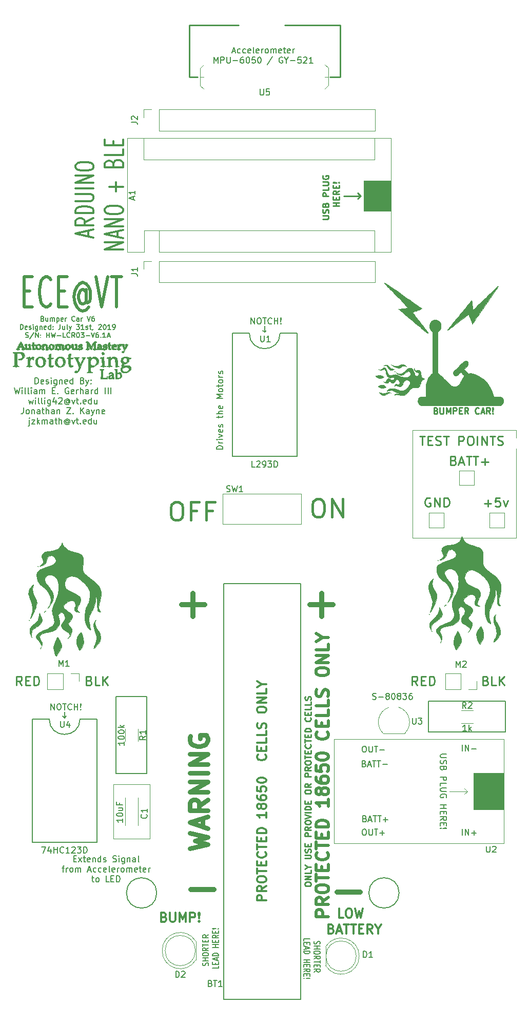
<source format=gto>
G04 #@! TF.GenerationSoftware,KiCad,Pcbnew,5.1.3-ffb9f22~84~ubuntu19.04.1*
G04 #@! TF.CreationDate,2019-07-31T13:22:44-04:00*
G04 #@! TF.ProjectId,Rover V6,526f7665-7220-4563-962e-6b696361645f,rev?*
G04 #@! TF.SameCoordinates,Original*
G04 #@! TF.FileFunction,Legend,Top*
G04 #@! TF.FilePolarity,Positive*
%FSLAX46Y46*%
G04 Gerber Fmt 4.6, Leading zero omitted, Abs format (unit mm)*
G04 Created by KiCad (PCBNEW 5.1.3-ffb9f22~84~ubuntu19.04.1) date 2019-07-31 13:22:44*
%MOMM*%
%LPD*%
G04 APERTURE LIST*
%ADD10C,0.150000*%
%ADD11C,0.250000*%
%ADD12C,0.850000*%
%ADD13C,0.550000*%
%ADD14C,0.120000*%
%ADD15C,0.350000*%
%ADD16C,0.450000*%
%ADD17C,0.010000*%
%ADD18C,0.200000*%
%ADD19C,0.100000*%
%ADD20C,0.375000*%
%ADD21C,0.750000*%
%ADD22C,0.500000*%
G04 APERTURE END LIST*
D10*
X90146857Y-160838571D02*
X90480190Y-160838571D01*
X90623047Y-161362380D02*
X90146857Y-161362380D01*
X90146857Y-160362380D01*
X90623047Y-160362380D01*
X90956380Y-161362380D02*
X91480190Y-160695714D01*
X90956380Y-160695714D02*
X91480190Y-161362380D01*
X91718285Y-160695714D02*
X92099238Y-160695714D01*
X91861142Y-160362380D02*
X91861142Y-161219523D01*
X91908761Y-161314761D01*
X92004000Y-161362380D01*
X92099238Y-161362380D01*
X92813523Y-161314761D02*
X92718285Y-161362380D01*
X92527809Y-161362380D01*
X92432571Y-161314761D01*
X92384952Y-161219523D01*
X92384952Y-160838571D01*
X92432571Y-160743333D01*
X92527809Y-160695714D01*
X92718285Y-160695714D01*
X92813523Y-160743333D01*
X92861142Y-160838571D01*
X92861142Y-160933809D01*
X92384952Y-161029047D01*
X93289714Y-160695714D02*
X93289714Y-161362380D01*
X93289714Y-160790952D02*
X93337333Y-160743333D01*
X93432571Y-160695714D01*
X93575428Y-160695714D01*
X93670666Y-160743333D01*
X93718285Y-160838571D01*
X93718285Y-161362380D01*
X94623047Y-161362380D02*
X94623047Y-160362380D01*
X94623047Y-161314761D02*
X94527809Y-161362380D01*
X94337333Y-161362380D01*
X94242095Y-161314761D01*
X94194476Y-161267142D01*
X94146857Y-161171904D01*
X94146857Y-160886190D01*
X94194476Y-160790952D01*
X94242095Y-160743333D01*
X94337333Y-160695714D01*
X94527809Y-160695714D01*
X94623047Y-160743333D01*
X95051619Y-161314761D02*
X95146857Y-161362380D01*
X95337333Y-161362380D01*
X95432571Y-161314761D01*
X95480190Y-161219523D01*
X95480190Y-161171904D01*
X95432571Y-161076666D01*
X95337333Y-161029047D01*
X95194476Y-161029047D01*
X95099238Y-160981428D01*
X95051619Y-160886190D01*
X95051619Y-160838571D01*
X95099238Y-160743333D01*
X95194476Y-160695714D01*
X95337333Y-160695714D01*
X95432571Y-160743333D01*
X96623047Y-161314761D02*
X96765904Y-161362380D01*
X97004000Y-161362380D01*
X97099238Y-161314761D01*
X97146857Y-161267142D01*
X97194476Y-161171904D01*
X97194476Y-161076666D01*
X97146857Y-160981428D01*
X97099238Y-160933809D01*
X97004000Y-160886190D01*
X96813523Y-160838571D01*
X96718285Y-160790952D01*
X96670666Y-160743333D01*
X96623047Y-160648095D01*
X96623047Y-160552857D01*
X96670666Y-160457619D01*
X96718285Y-160410000D01*
X96813523Y-160362380D01*
X97051619Y-160362380D01*
X97194476Y-160410000D01*
X97623047Y-161362380D02*
X97623047Y-160695714D01*
X97623047Y-160362380D02*
X97575428Y-160410000D01*
X97623047Y-160457619D01*
X97670666Y-160410000D01*
X97623047Y-160362380D01*
X97623047Y-160457619D01*
X98527809Y-160695714D02*
X98527809Y-161505238D01*
X98480190Y-161600476D01*
X98432571Y-161648095D01*
X98337333Y-161695714D01*
X98194476Y-161695714D01*
X98099238Y-161648095D01*
X98527809Y-161314761D02*
X98432571Y-161362380D01*
X98242095Y-161362380D01*
X98146857Y-161314761D01*
X98099238Y-161267142D01*
X98051619Y-161171904D01*
X98051619Y-160886190D01*
X98099238Y-160790952D01*
X98146857Y-160743333D01*
X98242095Y-160695714D01*
X98432571Y-160695714D01*
X98527809Y-160743333D01*
X99004000Y-160695714D02*
X99004000Y-161362380D01*
X99004000Y-160790952D02*
X99051619Y-160743333D01*
X99146857Y-160695714D01*
X99289714Y-160695714D01*
X99384952Y-160743333D01*
X99432571Y-160838571D01*
X99432571Y-161362380D01*
X100337333Y-161362380D02*
X100337333Y-160838571D01*
X100289714Y-160743333D01*
X100194476Y-160695714D01*
X100004000Y-160695714D01*
X99908761Y-160743333D01*
X100337333Y-161314761D02*
X100242095Y-161362380D01*
X100004000Y-161362380D01*
X99908761Y-161314761D01*
X99861142Y-161219523D01*
X99861142Y-161124285D01*
X99908761Y-161029047D01*
X100004000Y-160981428D01*
X100242095Y-160981428D01*
X100337333Y-160933809D01*
X100956380Y-161362380D02*
X100861142Y-161314761D01*
X100813523Y-161219523D01*
X100813523Y-160362380D01*
X88218285Y-162345714D02*
X88599238Y-162345714D01*
X88361142Y-163012380D02*
X88361142Y-162155238D01*
X88408761Y-162060000D01*
X88504000Y-162012380D01*
X88599238Y-162012380D01*
X88932571Y-163012380D02*
X88932571Y-162345714D01*
X88932571Y-162536190D02*
X88980190Y-162440952D01*
X89027809Y-162393333D01*
X89123047Y-162345714D01*
X89218285Y-162345714D01*
X89694476Y-163012380D02*
X89599238Y-162964761D01*
X89551619Y-162917142D01*
X89504000Y-162821904D01*
X89504000Y-162536190D01*
X89551619Y-162440952D01*
X89599238Y-162393333D01*
X89694476Y-162345714D01*
X89837333Y-162345714D01*
X89932571Y-162393333D01*
X89980190Y-162440952D01*
X90027809Y-162536190D01*
X90027809Y-162821904D01*
X89980190Y-162917142D01*
X89932571Y-162964761D01*
X89837333Y-163012380D01*
X89694476Y-163012380D01*
X90456380Y-163012380D02*
X90456380Y-162345714D01*
X90456380Y-162440952D02*
X90504000Y-162393333D01*
X90599238Y-162345714D01*
X90742095Y-162345714D01*
X90837333Y-162393333D01*
X90884952Y-162488571D01*
X90884952Y-163012380D01*
X90884952Y-162488571D02*
X90932571Y-162393333D01*
X91027809Y-162345714D01*
X91170666Y-162345714D01*
X91265904Y-162393333D01*
X91313523Y-162488571D01*
X91313523Y-163012380D01*
X92504000Y-162726666D02*
X92980190Y-162726666D01*
X92408761Y-163012380D02*
X92742095Y-162012380D01*
X93075428Y-163012380D01*
X93837333Y-162964761D02*
X93742095Y-163012380D01*
X93551619Y-163012380D01*
X93456380Y-162964761D01*
X93408761Y-162917142D01*
X93361142Y-162821904D01*
X93361142Y-162536190D01*
X93408761Y-162440952D01*
X93456380Y-162393333D01*
X93551619Y-162345714D01*
X93742095Y-162345714D01*
X93837333Y-162393333D01*
X94694476Y-162964761D02*
X94599238Y-163012380D01*
X94408761Y-163012380D01*
X94313523Y-162964761D01*
X94265904Y-162917142D01*
X94218285Y-162821904D01*
X94218285Y-162536190D01*
X94265904Y-162440952D01*
X94313523Y-162393333D01*
X94408761Y-162345714D01*
X94599238Y-162345714D01*
X94694476Y-162393333D01*
X95504000Y-162964761D02*
X95408761Y-163012380D01*
X95218285Y-163012380D01*
X95123047Y-162964761D01*
X95075428Y-162869523D01*
X95075428Y-162488571D01*
X95123047Y-162393333D01*
X95218285Y-162345714D01*
X95408761Y-162345714D01*
X95504000Y-162393333D01*
X95551619Y-162488571D01*
X95551619Y-162583809D01*
X95075428Y-162679047D01*
X96123047Y-163012380D02*
X96027809Y-162964761D01*
X95980190Y-162869523D01*
X95980190Y-162012380D01*
X96884952Y-162964761D02*
X96789714Y-163012380D01*
X96599238Y-163012380D01*
X96504000Y-162964761D01*
X96456380Y-162869523D01*
X96456380Y-162488571D01*
X96504000Y-162393333D01*
X96599238Y-162345714D01*
X96789714Y-162345714D01*
X96884952Y-162393333D01*
X96932571Y-162488571D01*
X96932571Y-162583809D01*
X96456380Y-162679047D01*
X97361142Y-163012380D02*
X97361142Y-162345714D01*
X97361142Y-162536190D02*
X97408761Y-162440952D01*
X97456380Y-162393333D01*
X97551619Y-162345714D01*
X97646857Y-162345714D01*
X98123047Y-163012380D02*
X98027809Y-162964761D01*
X97980190Y-162917142D01*
X97932571Y-162821904D01*
X97932571Y-162536190D01*
X97980190Y-162440952D01*
X98027809Y-162393333D01*
X98123047Y-162345714D01*
X98265904Y-162345714D01*
X98361142Y-162393333D01*
X98408761Y-162440952D01*
X98456380Y-162536190D01*
X98456380Y-162821904D01*
X98408761Y-162917142D01*
X98361142Y-162964761D01*
X98265904Y-163012380D01*
X98123047Y-163012380D01*
X98884952Y-163012380D02*
X98884952Y-162345714D01*
X98884952Y-162440952D02*
X98932571Y-162393333D01*
X99027809Y-162345714D01*
X99170666Y-162345714D01*
X99265904Y-162393333D01*
X99313523Y-162488571D01*
X99313523Y-163012380D01*
X99313523Y-162488571D02*
X99361142Y-162393333D01*
X99456380Y-162345714D01*
X99599238Y-162345714D01*
X99694476Y-162393333D01*
X99742095Y-162488571D01*
X99742095Y-163012380D01*
X100599238Y-162964761D02*
X100504000Y-163012380D01*
X100313523Y-163012380D01*
X100218285Y-162964761D01*
X100170666Y-162869523D01*
X100170666Y-162488571D01*
X100218285Y-162393333D01*
X100313523Y-162345714D01*
X100504000Y-162345714D01*
X100599238Y-162393333D01*
X100646857Y-162488571D01*
X100646857Y-162583809D01*
X100170666Y-162679047D01*
X100932571Y-162345714D02*
X101313523Y-162345714D01*
X101075428Y-162012380D02*
X101075428Y-162869523D01*
X101123047Y-162964761D01*
X101218285Y-163012380D01*
X101313523Y-163012380D01*
X102027809Y-162964761D02*
X101932571Y-163012380D01*
X101742095Y-163012380D01*
X101646857Y-162964761D01*
X101599238Y-162869523D01*
X101599238Y-162488571D01*
X101646857Y-162393333D01*
X101742095Y-162345714D01*
X101932571Y-162345714D01*
X102027809Y-162393333D01*
X102075428Y-162488571D01*
X102075428Y-162583809D01*
X101599238Y-162679047D01*
X102504000Y-163012380D02*
X102504000Y-162345714D01*
X102504000Y-162536190D02*
X102551619Y-162440952D01*
X102599238Y-162393333D01*
X102694476Y-162345714D01*
X102789714Y-162345714D01*
X93123047Y-163995714D02*
X93504000Y-163995714D01*
X93265904Y-163662380D02*
X93265904Y-164519523D01*
X93313523Y-164614761D01*
X93408761Y-164662380D01*
X93504000Y-164662380D01*
X93980190Y-164662380D02*
X93884952Y-164614761D01*
X93837333Y-164567142D01*
X93789714Y-164471904D01*
X93789714Y-164186190D01*
X93837333Y-164090952D01*
X93884952Y-164043333D01*
X93980190Y-163995714D01*
X94123047Y-163995714D01*
X94218285Y-164043333D01*
X94265904Y-164090952D01*
X94313523Y-164186190D01*
X94313523Y-164471904D01*
X94265904Y-164567142D01*
X94218285Y-164614761D01*
X94123047Y-164662380D01*
X93980190Y-164662380D01*
X95980190Y-164662380D02*
X95504000Y-164662380D01*
X95504000Y-163662380D01*
X96313523Y-164138571D02*
X96646857Y-164138571D01*
X96789714Y-164662380D02*
X96313523Y-164662380D01*
X96313523Y-163662380D01*
X96789714Y-163662380D01*
X97218285Y-164662380D02*
X97218285Y-163662380D01*
X97456380Y-163662380D01*
X97599238Y-163710000D01*
X97694476Y-163805238D01*
X97742095Y-163900476D01*
X97789714Y-164090952D01*
X97789714Y-164233809D01*
X97742095Y-164424285D01*
X97694476Y-164519523D01*
X97599238Y-164614761D01*
X97456380Y-164662380D01*
X97218285Y-164662380D01*
X114752380Y-93296571D02*
X113752380Y-93296571D01*
X113752380Y-93058476D01*
X113800000Y-92915619D01*
X113895238Y-92820380D01*
X113990476Y-92772761D01*
X114180952Y-92725142D01*
X114323809Y-92725142D01*
X114514285Y-92772761D01*
X114609523Y-92820380D01*
X114704761Y-92915619D01*
X114752380Y-93058476D01*
X114752380Y-93296571D01*
X114752380Y-92296571D02*
X114085714Y-92296571D01*
X114276190Y-92296571D02*
X114180952Y-92248952D01*
X114133333Y-92201333D01*
X114085714Y-92106095D01*
X114085714Y-92010857D01*
X114752380Y-91677523D02*
X114085714Y-91677523D01*
X113752380Y-91677523D02*
X113800000Y-91725142D01*
X113847619Y-91677523D01*
X113800000Y-91629904D01*
X113752380Y-91677523D01*
X113847619Y-91677523D01*
X114085714Y-91296571D02*
X114752380Y-91058476D01*
X114085714Y-90820380D01*
X114704761Y-90058476D02*
X114752380Y-90153714D01*
X114752380Y-90344190D01*
X114704761Y-90439428D01*
X114609523Y-90487047D01*
X114228571Y-90487047D01*
X114133333Y-90439428D01*
X114085714Y-90344190D01*
X114085714Y-90153714D01*
X114133333Y-90058476D01*
X114228571Y-90010857D01*
X114323809Y-90010857D01*
X114419047Y-90487047D01*
X114704761Y-89629904D02*
X114752380Y-89534666D01*
X114752380Y-89344190D01*
X114704761Y-89248952D01*
X114609523Y-89201333D01*
X114561904Y-89201333D01*
X114466666Y-89248952D01*
X114419047Y-89344190D01*
X114419047Y-89487047D01*
X114371428Y-89582285D01*
X114276190Y-89629904D01*
X114228571Y-89629904D01*
X114133333Y-89582285D01*
X114085714Y-89487047D01*
X114085714Y-89344190D01*
X114133333Y-89248952D01*
X114085714Y-88153714D02*
X114085714Y-87772761D01*
X113752380Y-88010857D02*
X114609523Y-88010857D01*
X114704761Y-87963238D01*
X114752380Y-87868000D01*
X114752380Y-87772761D01*
X114752380Y-87439428D02*
X113752380Y-87439428D01*
X114752380Y-87010857D02*
X114228571Y-87010857D01*
X114133333Y-87058476D01*
X114085714Y-87153714D01*
X114085714Y-87296571D01*
X114133333Y-87391809D01*
X114180952Y-87439428D01*
X114704761Y-86153714D02*
X114752380Y-86248952D01*
X114752380Y-86439428D01*
X114704761Y-86534666D01*
X114609523Y-86582285D01*
X114228571Y-86582285D01*
X114133333Y-86534666D01*
X114085714Y-86439428D01*
X114085714Y-86248952D01*
X114133333Y-86153714D01*
X114228571Y-86106095D01*
X114323809Y-86106095D01*
X114419047Y-86582285D01*
X114752380Y-84915619D02*
X113752380Y-84915619D01*
X114466666Y-84582285D01*
X113752380Y-84248952D01*
X114752380Y-84248952D01*
X114752380Y-83629904D02*
X114704761Y-83725142D01*
X114657142Y-83772761D01*
X114561904Y-83820380D01*
X114276190Y-83820380D01*
X114180952Y-83772761D01*
X114133333Y-83725142D01*
X114085714Y-83629904D01*
X114085714Y-83487047D01*
X114133333Y-83391809D01*
X114180952Y-83344190D01*
X114276190Y-83296571D01*
X114561904Y-83296571D01*
X114657142Y-83344190D01*
X114704761Y-83391809D01*
X114752380Y-83487047D01*
X114752380Y-83629904D01*
X114085714Y-83010857D02*
X114085714Y-82629904D01*
X113752380Y-82868000D02*
X114609523Y-82868000D01*
X114704761Y-82820380D01*
X114752380Y-82725142D01*
X114752380Y-82629904D01*
X114752380Y-82153714D02*
X114704761Y-82248952D01*
X114657142Y-82296571D01*
X114561904Y-82344190D01*
X114276190Y-82344190D01*
X114180952Y-82296571D01*
X114133333Y-82248952D01*
X114085714Y-82153714D01*
X114085714Y-82010857D01*
X114133333Y-81915619D01*
X114180952Y-81868000D01*
X114276190Y-81820380D01*
X114561904Y-81820380D01*
X114657142Y-81868000D01*
X114704761Y-81915619D01*
X114752380Y-82010857D01*
X114752380Y-82153714D01*
X114752380Y-81391809D02*
X114085714Y-81391809D01*
X114276190Y-81391809D02*
X114180952Y-81344190D01*
X114133333Y-81296571D01*
X114085714Y-81201333D01*
X114085714Y-81106095D01*
X114704761Y-80820380D02*
X114752380Y-80725142D01*
X114752380Y-80534666D01*
X114704761Y-80439428D01*
X114609523Y-80391809D01*
X114561904Y-80391809D01*
X114466666Y-80439428D01*
X114419047Y-80534666D01*
X114419047Y-80677523D01*
X114371428Y-80772761D01*
X114276190Y-80820380D01*
X114228571Y-80820380D01*
X114133333Y-80772761D01*
X114085714Y-80677523D01*
X114085714Y-80534666D01*
X114133333Y-80439428D01*
D11*
X124968000Y-23368000D02*
X134112000Y-23368000D01*
X109220000Y-23368000D02*
X117348000Y-23368000D01*
D10*
X139462285Y-134516761D02*
X139605142Y-134564380D01*
X139843238Y-134564380D01*
X139938476Y-134516761D01*
X139986095Y-134469142D01*
X140033714Y-134373904D01*
X140033714Y-134278666D01*
X139986095Y-134183428D01*
X139938476Y-134135809D01*
X139843238Y-134088190D01*
X139652761Y-134040571D01*
X139557523Y-133992952D01*
X139509904Y-133945333D01*
X139462285Y-133850095D01*
X139462285Y-133754857D01*
X139509904Y-133659619D01*
X139557523Y-133612000D01*
X139652761Y-133564380D01*
X139890857Y-133564380D01*
X140033714Y-133612000D01*
X140462285Y-134183428D02*
X141224190Y-134183428D01*
X141843238Y-133992952D02*
X141748000Y-133945333D01*
X141700380Y-133897714D01*
X141652761Y-133802476D01*
X141652761Y-133754857D01*
X141700380Y-133659619D01*
X141748000Y-133612000D01*
X141843238Y-133564380D01*
X142033714Y-133564380D01*
X142128952Y-133612000D01*
X142176571Y-133659619D01*
X142224190Y-133754857D01*
X142224190Y-133802476D01*
X142176571Y-133897714D01*
X142128952Y-133945333D01*
X142033714Y-133992952D01*
X141843238Y-133992952D01*
X141748000Y-134040571D01*
X141700380Y-134088190D01*
X141652761Y-134183428D01*
X141652761Y-134373904D01*
X141700380Y-134469142D01*
X141748000Y-134516761D01*
X141843238Y-134564380D01*
X142033714Y-134564380D01*
X142128952Y-134516761D01*
X142176571Y-134469142D01*
X142224190Y-134373904D01*
X142224190Y-134183428D01*
X142176571Y-134088190D01*
X142128952Y-134040571D01*
X142033714Y-133992952D01*
X142843238Y-133564380D02*
X142938476Y-133564380D01*
X143033714Y-133612000D01*
X143081333Y-133659619D01*
X143128952Y-133754857D01*
X143176571Y-133945333D01*
X143176571Y-134183428D01*
X143128952Y-134373904D01*
X143081333Y-134469142D01*
X143033714Y-134516761D01*
X142938476Y-134564380D01*
X142843238Y-134564380D01*
X142748000Y-134516761D01*
X142700380Y-134469142D01*
X142652761Y-134373904D01*
X142605142Y-134183428D01*
X142605142Y-133945333D01*
X142652761Y-133754857D01*
X142700380Y-133659619D01*
X142748000Y-133612000D01*
X142843238Y-133564380D01*
X143748000Y-133992952D02*
X143652761Y-133945333D01*
X143605142Y-133897714D01*
X143557523Y-133802476D01*
X143557523Y-133754857D01*
X143605142Y-133659619D01*
X143652761Y-133612000D01*
X143748000Y-133564380D01*
X143938476Y-133564380D01*
X144033714Y-133612000D01*
X144081333Y-133659619D01*
X144128952Y-133754857D01*
X144128952Y-133802476D01*
X144081333Y-133897714D01*
X144033714Y-133945333D01*
X143938476Y-133992952D01*
X143748000Y-133992952D01*
X143652761Y-134040571D01*
X143605142Y-134088190D01*
X143557523Y-134183428D01*
X143557523Y-134373904D01*
X143605142Y-134469142D01*
X143652761Y-134516761D01*
X143748000Y-134564380D01*
X143938476Y-134564380D01*
X144033714Y-134516761D01*
X144081333Y-134469142D01*
X144128952Y-134373904D01*
X144128952Y-134183428D01*
X144081333Y-134088190D01*
X144033714Y-134040571D01*
X143938476Y-133992952D01*
X144462285Y-133564380D02*
X145081333Y-133564380D01*
X144748000Y-133945333D01*
X144890857Y-133945333D01*
X144986095Y-133992952D01*
X145033714Y-134040571D01*
X145081333Y-134135809D01*
X145081333Y-134373904D01*
X145033714Y-134469142D01*
X144986095Y-134516761D01*
X144890857Y-134564380D01*
X144605142Y-134564380D01*
X144509904Y-134516761D01*
X144462285Y-134469142D01*
X145938476Y-133564380D02*
X145748000Y-133564380D01*
X145652761Y-133612000D01*
X145605142Y-133659619D01*
X145509904Y-133802476D01*
X145462285Y-133992952D01*
X145462285Y-134373904D01*
X145509904Y-134469142D01*
X145557523Y-134516761D01*
X145652761Y-134564380D01*
X145843238Y-134564380D01*
X145938476Y-134516761D01*
X145986095Y-134469142D01*
X146033714Y-134373904D01*
X146033714Y-134135809D01*
X145986095Y-134040571D01*
X145938476Y-133992952D01*
X145843238Y-133945333D01*
X145652761Y-133945333D01*
X145557523Y-133992952D01*
X145509904Y-134040571D01*
X145462285Y-134135809D01*
D12*
X109474238Y-165965142D02*
X113283761Y-165965142D01*
X133604238Y-166346142D02*
X137413761Y-166346142D01*
X129159238Y-118975142D02*
X132968761Y-118975142D01*
X131064000Y-120879904D02*
X131064000Y-117070380D01*
X107950238Y-118975142D02*
X111759761Y-118975142D01*
X109855000Y-120879904D02*
X109855000Y-117070380D01*
D10*
X83772952Y-82496380D02*
X83772952Y-81496380D01*
X84011047Y-81496380D01*
X84153904Y-81544000D01*
X84249142Y-81639238D01*
X84296761Y-81734476D01*
X84344380Y-81924952D01*
X84344380Y-82067809D01*
X84296761Y-82258285D01*
X84249142Y-82353523D01*
X84153904Y-82448761D01*
X84011047Y-82496380D01*
X83772952Y-82496380D01*
X85153904Y-82448761D02*
X85058666Y-82496380D01*
X84868190Y-82496380D01*
X84772952Y-82448761D01*
X84725333Y-82353523D01*
X84725333Y-81972571D01*
X84772952Y-81877333D01*
X84868190Y-81829714D01*
X85058666Y-81829714D01*
X85153904Y-81877333D01*
X85201523Y-81972571D01*
X85201523Y-82067809D01*
X84725333Y-82163047D01*
X85582476Y-82448761D02*
X85677714Y-82496380D01*
X85868190Y-82496380D01*
X85963428Y-82448761D01*
X86011047Y-82353523D01*
X86011047Y-82305904D01*
X85963428Y-82210666D01*
X85868190Y-82163047D01*
X85725333Y-82163047D01*
X85630095Y-82115428D01*
X85582476Y-82020190D01*
X85582476Y-81972571D01*
X85630095Y-81877333D01*
X85725333Y-81829714D01*
X85868190Y-81829714D01*
X85963428Y-81877333D01*
X86439619Y-82496380D02*
X86439619Y-81829714D01*
X86439619Y-81496380D02*
X86392000Y-81544000D01*
X86439619Y-81591619D01*
X86487238Y-81544000D01*
X86439619Y-81496380D01*
X86439619Y-81591619D01*
X87344380Y-81829714D02*
X87344380Y-82639238D01*
X87296761Y-82734476D01*
X87249142Y-82782095D01*
X87153904Y-82829714D01*
X87011047Y-82829714D01*
X86915809Y-82782095D01*
X87344380Y-82448761D02*
X87249142Y-82496380D01*
X87058666Y-82496380D01*
X86963428Y-82448761D01*
X86915809Y-82401142D01*
X86868190Y-82305904D01*
X86868190Y-82020190D01*
X86915809Y-81924952D01*
X86963428Y-81877333D01*
X87058666Y-81829714D01*
X87249142Y-81829714D01*
X87344380Y-81877333D01*
X87820571Y-81829714D02*
X87820571Y-82496380D01*
X87820571Y-81924952D02*
X87868190Y-81877333D01*
X87963428Y-81829714D01*
X88106285Y-81829714D01*
X88201523Y-81877333D01*
X88249142Y-81972571D01*
X88249142Y-82496380D01*
X89106285Y-82448761D02*
X89011047Y-82496380D01*
X88820571Y-82496380D01*
X88725333Y-82448761D01*
X88677714Y-82353523D01*
X88677714Y-81972571D01*
X88725333Y-81877333D01*
X88820571Y-81829714D01*
X89011047Y-81829714D01*
X89106285Y-81877333D01*
X89153904Y-81972571D01*
X89153904Y-82067809D01*
X88677714Y-82163047D01*
X90011047Y-82496380D02*
X90011047Y-81496380D01*
X90011047Y-82448761D02*
X89915809Y-82496380D01*
X89725333Y-82496380D01*
X89630095Y-82448761D01*
X89582476Y-82401142D01*
X89534857Y-82305904D01*
X89534857Y-82020190D01*
X89582476Y-81924952D01*
X89630095Y-81877333D01*
X89725333Y-81829714D01*
X89915809Y-81829714D01*
X90011047Y-81877333D01*
X91582476Y-81972571D02*
X91725333Y-82020190D01*
X91772952Y-82067809D01*
X91820571Y-82163047D01*
X91820571Y-82305904D01*
X91772952Y-82401142D01*
X91725333Y-82448761D01*
X91630095Y-82496380D01*
X91249142Y-82496380D01*
X91249142Y-81496380D01*
X91582476Y-81496380D01*
X91677714Y-81544000D01*
X91725333Y-81591619D01*
X91772952Y-81686857D01*
X91772952Y-81782095D01*
X91725333Y-81877333D01*
X91677714Y-81924952D01*
X91582476Y-81972571D01*
X91249142Y-81972571D01*
X92153904Y-81829714D02*
X92392000Y-82496380D01*
X92630095Y-81829714D02*
X92392000Y-82496380D01*
X92296761Y-82734476D01*
X92249142Y-82782095D01*
X92153904Y-82829714D01*
X93011047Y-82401142D02*
X93058666Y-82448761D01*
X93011047Y-82496380D01*
X92963428Y-82448761D01*
X93011047Y-82401142D01*
X93011047Y-82496380D01*
X93011047Y-81877333D02*
X93058666Y-81924952D01*
X93011047Y-81972571D01*
X92963428Y-81924952D01*
X93011047Y-81877333D01*
X93011047Y-81972571D01*
X80392000Y-83146380D02*
X80630095Y-84146380D01*
X80820571Y-83432095D01*
X81011047Y-84146380D01*
X81249142Y-83146380D01*
X81630095Y-84146380D02*
X81630095Y-83479714D01*
X81630095Y-83146380D02*
X81582476Y-83194000D01*
X81630095Y-83241619D01*
X81677714Y-83194000D01*
X81630095Y-83146380D01*
X81630095Y-83241619D01*
X82249142Y-84146380D02*
X82153904Y-84098761D01*
X82106285Y-84003523D01*
X82106285Y-83146380D01*
X82772952Y-84146380D02*
X82677714Y-84098761D01*
X82630095Y-84003523D01*
X82630095Y-83146380D01*
X83153904Y-84146380D02*
X83153904Y-83479714D01*
X83153904Y-83146380D02*
X83106285Y-83194000D01*
X83153904Y-83241619D01*
X83201523Y-83194000D01*
X83153904Y-83146380D01*
X83153904Y-83241619D01*
X84058666Y-84146380D02*
X84058666Y-83622571D01*
X84011047Y-83527333D01*
X83915809Y-83479714D01*
X83725333Y-83479714D01*
X83630095Y-83527333D01*
X84058666Y-84098761D02*
X83963428Y-84146380D01*
X83725333Y-84146380D01*
X83630095Y-84098761D01*
X83582476Y-84003523D01*
X83582476Y-83908285D01*
X83630095Y-83813047D01*
X83725333Y-83765428D01*
X83963428Y-83765428D01*
X84058666Y-83717809D01*
X84534857Y-84146380D02*
X84534857Y-83479714D01*
X84534857Y-83574952D02*
X84582476Y-83527333D01*
X84677714Y-83479714D01*
X84820571Y-83479714D01*
X84915809Y-83527333D01*
X84963428Y-83622571D01*
X84963428Y-84146380D01*
X84963428Y-83622571D02*
X85011047Y-83527333D01*
X85106285Y-83479714D01*
X85249142Y-83479714D01*
X85344380Y-83527333D01*
X85392000Y-83622571D01*
X85392000Y-84146380D01*
X86630095Y-83622571D02*
X86963428Y-83622571D01*
X87106285Y-84146380D02*
X86630095Y-84146380D01*
X86630095Y-83146380D01*
X87106285Y-83146380D01*
X87534857Y-84051142D02*
X87582476Y-84098761D01*
X87534857Y-84146380D01*
X87487238Y-84098761D01*
X87534857Y-84051142D01*
X87534857Y-84146380D01*
X89296761Y-83194000D02*
X89201523Y-83146380D01*
X89058666Y-83146380D01*
X88915809Y-83194000D01*
X88820571Y-83289238D01*
X88772952Y-83384476D01*
X88725333Y-83574952D01*
X88725333Y-83717809D01*
X88772952Y-83908285D01*
X88820571Y-84003523D01*
X88915809Y-84098761D01*
X89058666Y-84146380D01*
X89153904Y-84146380D01*
X89296761Y-84098761D01*
X89344380Y-84051142D01*
X89344380Y-83717809D01*
X89153904Y-83717809D01*
X90153904Y-84098761D02*
X90058666Y-84146380D01*
X89868190Y-84146380D01*
X89772952Y-84098761D01*
X89725333Y-84003523D01*
X89725333Y-83622571D01*
X89772952Y-83527333D01*
X89868190Y-83479714D01*
X90058666Y-83479714D01*
X90153904Y-83527333D01*
X90201523Y-83622571D01*
X90201523Y-83717809D01*
X89725333Y-83813047D01*
X90630095Y-84146380D02*
X90630095Y-83479714D01*
X90630095Y-83670190D02*
X90677714Y-83574952D01*
X90725333Y-83527333D01*
X90820571Y-83479714D01*
X90915809Y-83479714D01*
X91249142Y-84146380D02*
X91249142Y-83146380D01*
X91677714Y-84146380D02*
X91677714Y-83622571D01*
X91630095Y-83527333D01*
X91534857Y-83479714D01*
X91392000Y-83479714D01*
X91296761Y-83527333D01*
X91249142Y-83574952D01*
X92582476Y-84146380D02*
X92582476Y-83622571D01*
X92534857Y-83527333D01*
X92439619Y-83479714D01*
X92249142Y-83479714D01*
X92153904Y-83527333D01*
X92582476Y-84098761D02*
X92487238Y-84146380D01*
X92249142Y-84146380D01*
X92153904Y-84098761D01*
X92106285Y-84003523D01*
X92106285Y-83908285D01*
X92153904Y-83813047D01*
X92249142Y-83765428D01*
X92487238Y-83765428D01*
X92582476Y-83717809D01*
X93058666Y-84146380D02*
X93058666Y-83479714D01*
X93058666Y-83670190D02*
X93106285Y-83574952D01*
X93153904Y-83527333D01*
X93249142Y-83479714D01*
X93344380Y-83479714D01*
X94106285Y-84146380D02*
X94106285Y-83146380D01*
X94106285Y-84098761D02*
X94011047Y-84146380D01*
X93820571Y-84146380D01*
X93725333Y-84098761D01*
X93677714Y-84051142D01*
X93630095Y-83955904D01*
X93630095Y-83670190D01*
X93677714Y-83574952D01*
X93725333Y-83527333D01*
X93820571Y-83479714D01*
X94011047Y-83479714D01*
X94106285Y-83527333D01*
X95344380Y-84146380D02*
X95344380Y-83146380D01*
X95820571Y-84146380D02*
X95820571Y-83146380D01*
X96296761Y-84146380D02*
X96296761Y-83146380D01*
X82725333Y-85129714D02*
X82915809Y-85796380D01*
X83106285Y-85320190D01*
X83296761Y-85796380D01*
X83487238Y-85129714D01*
X83868190Y-85796380D02*
X83868190Y-85129714D01*
X83868190Y-84796380D02*
X83820571Y-84844000D01*
X83868190Y-84891619D01*
X83915809Y-84844000D01*
X83868190Y-84796380D01*
X83868190Y-84891619D01*
X84487238Y-85796380D02*
X84392000Y-85748761D01*
X84344380Y-85653523D01*
X84344380Y-84796380D01*
X85011047Y-85796380D02*
X84915809Y-85748761D01*
X84868190Y-85653523D01*
X84868190Y-84796380D01*
X85392000Y-85796380D02*
X85392000Y-85129714D01*
X85392000Y-84796380D02*
X85344380Y-84844000D01*
X85392000Y-84891619D01*
X85439619Y-84844000D01*
X85392000Y-84796380D01*
X85392000Y-84891619D01*
X86296761Y-85129714D02*
X86296761Y-85939238D01*
X86249142Y-86034476D01*
X86201523Y-86082095D01*
X86106285Y-86129714D01*
X85963428Y-86129714D01*
X85868190Y-86082095D01*
X86296761Y-85748761D02*
X86201523Y-85796380D01*
X86011047Y-85796380D01*
X85915809Y-85748761D01*
X85868190Y-85701142D01*
X85820571Y-85605904D01*
X85820571Y-85320190D01*
X85868190Y-85224952D01*
X85915809Y-85177333D01*
X86011047Y-85129714D01*
X86201523Y-85129714D01*
X86296761Y-85177333D01*
X87201523Y-85129714D02*
X87201523Y-85796380D01*
X86963428Y-84748761D02*
X86725333Y-85463047D01*
X87344380Y-85463047D01*
X87677714Y-84891619D02*
X87725333Y-84844000D01*
X87820571Y-84796380D01*
X88058666Y-84796380D01*
X88153904Y-84844000D01*
X88201523Y-84891619D01*
X88249142Y-84986857D01*
X88249142Y-85082095D01*
X88201523Y-85224952D01*
X87630095Y-85796380D01*
X88249142Y-85796380D01*
X89296761Y-85320190D02*
X89249142Y-85272571D01*
X89153904Y-85224952D01*
X89058666Y-85224952D01*
X88963428Y-85272571D01*
X88915809Y-85320190D01*
X88868190Y-85415428D01*
X88868190Y-85510666D01*
X88915809Y-85605904D01*
X88963428Y-85653523D01*
X89058666Y-85701142D01*
X89153904Y-85701142D01*
X89249142Y-85653523D01*
X89296761Y-85605904D01*
X89296761Y-85224952D02*
X89296761Y-85605904D01*
X89344380Y-85653523D01*
X89392000Y-85653523D01*
X89487238Y-85605904D01*
X89534857Y-85510666D01*
X89534857Y-85272571D01*
X89439619Y-85129714D01*
X89296761Y-85034476D01*
X89106285Y-84986857D01*
X88915809Y-85034476D01*
X88772952Y-85129714D01*
X88677714Y-85272571D01*
X88630095Y-85463047D01*
X88677714Y-85653523D01*
X88772952Y-85796380D01*
X88915809Y-85891619D01*
X89106285Y-85939238D01*
X89296761Y-85891619D01*
X89439619Y-85796380D01*
X89868190Y-85129714D02*
X90106285Y-85796380D01*
X90344380Y-85129714D01*
X90582476Y-85129714D02*
X90963428Y-85129714D01*
X90725333Y-84796380D02*
X90725333Y-85653523D01*
X90772952Y-85748761D01*
X90868190Y-85796380D01*
X90963428Y-85796380D01*
X91296761Y-85701142D02*
X91344380Y-85748761D01*
X91296761Y-85796380D01*
X91249142Y-85748761D01*
X91296761Y-85701142D01*
X91296761Y-85796380D01*
X92153904Y-85748761D02*
X92058666Y-85796380D01*
X91868190Y-85796380D01*
X91772952Y-85748761D01*
X91725333Y-85653523D01*
X91725333Y-85272571D01*
X91772952Y-85177333D01*
X91868190Y-85129714D01*
X92058666Y-85129714D01*
X92153904Y-85177333D01*
X92201523Y-85272571D01*
X92201523Y-85367809D01*
X91725333Y-85463047D01*
X93058666Y-85796380D02*
X93058666Y-84796380D01*
X93058666Y-85748761D02*
X92963428Y-85796380D01*
X92772952Y-85796380D01*
X92677714Y-85748761D01*
X92630095Y-85701142D01*
X92582476Y-85605904D01*
X92582476Y-85320190D01*
X92630095Y-85224952D01*
X92677714Y-85177333D01*
X92772952Y-85129714D01*
X92963428Y-85129714D01*
X93058666Y-85177333D01*
X93963428Y-85129714D02*
X93963428Y-85796380D01*
X93534857Y-85129714D02*
X93534857Y-85653523D01*
X93582476Y-85748761D01*
X93677714Y-85796380D01*
X93820571Y-85796380D01*
X93915809Y-85748761D01*
X93963428Y-85701142D01*
X81844380Y-86446380D02*
X81844380Y-87160666D01*
X81796761Y-87303523D01*
X81701523Y-87398761D01*
X81558666Y-87446380D01*
X81463428Y-87446380D01*
X82463428Y-87446380D02*
X82368190Y-87398761D01*
X82320571Y-87351142D01*
X82272952Y-87255904D01*
X82272952Y-86970190D01*
X82320571Y-86874952D01*
X82368190Y-86827333D01*
X82463428Y-86779714D01*
X82606285Y-86779714D01*
X82701523Y-86827333D01*
X82749142Y-86874952D01*
X82796761Y-86970190D01*
X82796761Y-87255904D01*
X82749142Y-87351142D01*
X82701523Y-87398761D01*
X82606285Y-87446380D01*
X82463428Y-87446380D01*
X83225333Y-86779714D02*
X83225333Y-87446380D01*
X83225333Y-86874952D02*
X83272952Y-86827333D01*
X83368190Y-86779714D01*
X83511047Y-86779714D01*
X83606285Y-86827333D01*
X83653904Y-86922571D01*
X83653904Y-87446380D01*
X84558666Y-87446380D02*
X84558666Y-86922571D01*
X84511047Y-86827333D01*
X84415809Y-86779714D01*
X84225333Y-86779714D01*
X84130095Y-86827333D01*
X84558666Y-87398761D02*
X84463428Y-87446380D01*
X84225333Y-87446380D01*
X84130095Y-87398761D01*
X84082476Y-87303523D01*
X84082476Y-87208285D01*
X84130095Y-87113047D01*
X84225333Y-87065428D01*
X84463428Y-87065428D01*
X84558666Y-87017809D01*
X84892000Y-86779714D02*
X85272952Y-86779714D01*
X85034857Y-86446380D02*
X85034857Y-87303523D01*
X85082476Y-87398761D01*
X85177714Y-87446380D01*
X85272952Y-87446380D01*
X85606285Y-87446380D02*
X85606285Y-86446380D01*
X86034857Y-87446380D02*
X86034857Y-86922571D01*
X85987238Y-86827333D01*
X85892000Y-86779714D01*
X85749142Y-86779714D01*
X85653904Y-86827333D01*
X85606285Y-86874952D01*
X86939619Y-87446380D02*
X86939619Y-86922571D01*
X86892000Y-86827333D01*
X86796761Y-86779714D01*
X86606285Y-86779714D01*
X86511047Y-86827333D01*
X86939619Y-87398761D02*
X86844380Y-87446380D01*
X86606285Y-87446380D01*
X86511047Y-87398761D01*
X86463428Y-87303523D01*
X86463428Y-87208285D01*
X86511047Y-87113047D01*
X86606285Y-87065428D01*
X86844380Y-87065428D01*
X86939619Y-87017809D01*
X87415809Y-86779714D02*
X87415809Y-87446380D01*
X87415809Y-86874952D02*
X87463428Y-86827333D01*
X87558666Y-86779714D01*
X87701523Y-86779714D01*
X87796761Y-86827333D01*
X87844380Y-86922571D01*
X87844380Y-87446380D01*
X88987238Y-86446380D02*
X89653904Y-86446380D01*
X88987238Y-87446380D01*
X89653904Y-87446380D01*
X90034857Y-87351142D02*
X90082476Y-87398761D01*
X90034857Y-87446380D01*
X89987238Y-87398761D01*
X90034857Y-87351142D01*
X90034857Y-87446380D01*
X91272952Y-87446380D02*
X91272952Y-86446380D01*
X91844380Y-87446380D02*
X91415809Y-86874952D01*
X91844380Y-86446380D02*
X91272952Y-87017809D01*
X92701523Y-87446380D02*
X92701523Y-86922571D01*
X92653904Y-86827333D01*
X92558666Y-86779714D01*
X92368190Y-86779714D01*
X92272952Y-86827333D01*
X92701523Y-87398761D02*
X92606285Y-87446380D01*
X92368190Y-87446380D01*
X92272952Y-87398761D01*
X92225333Y-87303523D01*
X92225333Y-87208285D01*
X92272952Y-87113047D01*
X92368190Y-87065428D01*
X92606285Y-87065428D01*
X92701523Y-87017809D01*
X93082476Y-86779714D02*
X93320571Y-87446380D01*
X93558666Y-86779714D02*
X93320571Y-87446380D01*
X93225333Y-87684476D01*
X93177714Y-87732095D01*
X93082476Y-87779714D01*
X93939619Y-86779714D02*
X93939619Y-87446380D01*
X93939619Y-86874952D02*
X93987238Y-86827333D01*
X94082476Y-86779714D01*
X94225333Y-86779714D01*
X94320571Y-86827333D01*
X94368190Y-86922571D01*
X94368190Y-87446380D01*
X95225333Y-87398761D02*
X95130095Y-87446380D01*
X94939619Y-87446380D01*
X94844380Y-87398761D01*
X94796761Y-87303523D01*
X94796761Y-86922571D01*
X94844380Y-86827333D01*
X94939619Y-86779714D01*
X95130095Y-86779714D01*
X95225333Y-86827333D01*
X95272952Y-86922571D01*
X95272952Y-87017809D01*
X94796761Y-87113047D01*
X82844380Y-88429714D02*
X82844380Y-89286857D01*
X82796761Y-89382095D01*
X82701523Y-89429714D01*
X82653904Y-89429714D01*
X82844380Y-88096380D02*
X82796761Y-88144000D01*
X82844380Y-88191619D01*
X82892000Y-88144000D01*
X82844380Y-88096380D01*
X82844380Y-88191619D01*
X83225333Y-88429714D02*
X83749142Y-88429714D01*
X83225333Y-89096380D01*
X83749142Y-89096380D01*
X84130095Y-89096380D02*
X84130095Y-88096380D01*
X84225333Y-88715428D02*
X84511047Y-89096380D01*
X84511047Y-88429714D02*
X84130095Y-88810666D01*
X84939619Y-89096380D02*
X84939619Y-88429714D01*
X84939619Y-88524952D02*
X84987238Y-88477333D01*
X85082476Y-88429714D01*
X85225333Y-88429714D01*
X85320571Y-88477333D01*
X85368190Y-88572571D01*
X85368190Y-89096380D01*
X85368190Y-88572571D02*
X85415809Y-88477333D01*
X85511047Y-88429714D01*
X85653904Y-88429714D01*
X85749142Y-88477333D01*
X85796761Y-88572571D01*
X85796761Y-89096380D01*
X86701523Y-89096380D02*
X86701523Y-88572571D01*
X86653904Y-88477333D01*
X86558666Y-88429714D01*
X86368190Y-88429714D01*
X86272952Y-88477333D01*
X86701523Y-89048761D02*
X86606285Y-89096380D01*
X86368190Y-89096380D01*
X86272952Y-89048761D01*
X86225333Y-88953523D01*
X86225333Y-88858285D01*
X86272952Y-88763047D01*
X86368190Y-88715428D01*
X86606285Y-88715428D01*
X86701523Y-88667809D01*
X87034857Y-88429714D02*
X87415809Y-88429714D01*
X87177714Y-88096380D02*
X87177714Y-88953523D01*
X87225333Y-89048761D01*
X87320571Y-89096380D01*
X87415809Y-89096380D01*
X87749142Y-89096380D02*
X87749142Y-88096380D01*
X88177714Y-89096380D02*
X88177714Y-88572571D01*
X88130095Y-88477333D01*
X88034857Y-88429714D01*
X87892000Y-88429714D01*
X87796761Y-88477333D01*
X87749142Y-88524952D01*
X89272952Y-88620190D02*
X89225333Y-88572571D01*
X89130095Y-88524952D01*
X89034857Y-88524952D01*
X88939619Y-88572571D01*
X88892000Y-88620190D01*
X88844380Y-88715428D01*
X88844380Y-88810666D01*
X88892000Y-88905904D01*
X88939619Y-88953523D01*
X89034857Y-89001142D01*
X89130095Y-89001142D01*
X89225333Y-88953523D01*
X89272952Y-88905904D01*
X89272952Y-88524952D02*
X89272952Y-88905904D01*
X89320571Y-88953523D01*
X89368190Y-88953523D01*
X89463428Y-88905904D01*
X89511047Y-88810666D01*
X89511047Y-88572571D01*
X89415809Y-88429714D01*
X89272952Y-88334476D01*
X89082476Y-88286857D01*
X88892000Y-88334476D01*
X88749142Y-88429714D01*
X88653904Y-88572571D01*
X88606285Y-88763047D01*
X88653904Y-88953523D01*
X88749142Y-89096380D01*
X88892000Y-89191619D01*
X89082476Y-89239238D01*
X89272952Y-89191619D01*
X89415809Y-89096380D01*
X89844380Y-88429714D02*
X90082476Y-89096380D01*
X90320571Y-88429714D01*
X90558666Y-88429714D02*
X90939619Y-88429714D01*
X90701523Y-88096380D02*
X90701523Y-88953523D01*
X90749142Y-89048761D01*
X90844380Y-89096380D01*
X90939619Y-89096380D01*
X91272952Y-89001142D02*
X91320571Y-89048761D01*
X91272952Y-89096380D01*
X91225333Y-89048761D01*
X91272952Y-89001142D01*
X91272952Y-89096380D01*
X92130095Y-89048761D02*
X92034857Y-89096380D01*
X91844380Y-89096380D01*
X91749142Y-89048761D01*
X91701523Y-88953523D01*
X91701523Y-88572571D01*
X91749142Y-88477333D01*
X91844380Y-88429714D01*
X92034857Y-88429714D01*
X92130095Y-88477333D01*
X92177714Y-88572571D01*
X92177714Y-88667809D01*
X91701523Y-88763047D01*
X93034857Y-89096380D02*
X93034857Y-88096380D01*
X93034857Y-89048761D02*
X92939619Y-89096380D01*
X92749142Y-89096380D01*
X92653904Y-89048761D01*
X92606285Y-89001142D01*
X92558666Y-88905904D01*
X92558666Y-88620190D01*
X92606285Y-88524952D01*
X92653904Y-88477333D01*
X92749142Y-88429714D01*
X92939619Y-88429714D01*
X93034857Y-88477333D01*
X93939619Y-88429714D02*
X93939619Y-89096380D01*
X93511047Y-88429714D02*
X93511047Y-88953523D01*
X93558666Y-89048761D01*
X93653904Y-89096380D01*
X93796761Y-89096380D01*
X93892000Y-89048761D01*
X93939619Y-89001142D01*
X85020666Y-71744857D02*
X85134952Y-71782952D01*
X85173047Y-71821047D01*
X85211142Y-71897238D01*
X85211142Y-72011523D01*
X85173047Y-72087714D01*
X85134952Y-72125809D01*
X85058761Y-72163904D01*
X84754000Y-72163904D01*
X84754000Y-71363904D01*
X85020666Y-71363904D01*
X85096857Y-71402000D01*
X85134952Y-71440095D01*
X85173047Y-71516285D01*
X85173047Y-71592476D01*
X85134952Y-71668666D01*
X85096857Y-71706761D01*
X85020666Y-71744857D01*
X84754000Y-71744857D01*
X85896857Y-71630571D02*
X85896857Y-72163904D01*
X85554000Y-71630571D02*
X85554000Y-72049619D01*
X85592095Y-72125809D01*
X85668285Y-72163904D01*
X85782571Y-72163904D01*
X85858761Y-72125809D01*
X85896857Y-72087714D01*
X86277809Y-72163904D02*
X86277809Y-71630571D01*
X86277809Y-71706761D02*
X86315904Y-71668666D01*
X86392095Y-71630571D01*
X86506380Y-71630571D01*
X86582571Y-71668666D01*
X86620666Y-71744857D01*
X86620666Y-72163904D01*
X86620666Y-71744857D02*
X86658761Y-71668666D01*
X86734952Y-71630571D01*
X86849238Y-71630571D01*
X86925428Y-71668666D01*
X86963523Y-71744857D01*
X86963523Y-72163904D01*
X87344476Y-71630571D02*
X87344476Y-72430571D01*
X87344476Y-71668666D02*
X87420666Y-71630571D01*
X87573047Y-71630571D01*
X87649238Y-71668666D01*
X87687333Y-71706761D01*
X87725428Y-71782952D01*
X87725428Y-72011523D01*
X87687333Y-72087714D01*
X87649238Y-72125809D01*
X87573047Y-72163904D01*
X87420666Y-72163904D01*
X87344476Y-72125809D01*
X88373047Y-72125809D02*
X88296857Y-72163904D01*
X88144476Y-72163904D01*
X88068285Y-72125809D01*
X88030190Y-72049619D01*
X88030190Y-71744857D01*
X88068285Y-71668666D01*
X88144476Y-71630571D01*
X88296857Y-71630571D01*
X88373047Y-71668666D01*
X88411142Y-71744857D01*
X88411142Y-71821047D01*
X88030190Y-71897238D01*
X88754000Y-72163904D02*
X88754000Y-71630571D01*
X88754000Y-71782952D02*
X88792095Y-71706761D01*
X88830190Y-71668666D01*
X88906380Y-71630571D01*
X88982571Y-71630571D01*
X90315904Y-72087714D02*
X90277809Y-72125809D01*
X90163523Y-72163904D01*
X90087333Y-72163904D01*
X89973047Y-72125809D01*
X89896857Y-72049619D01*
X89858761Y-71973428D01*
X89820666Y-71821047D01*
X89820666Y-71706761D01*
X89858761Y-71554380D01*
X89896857Y-71478190D01*
X89973047Y-71402000D01*
X90087333Y-71363904D01*
X90163523Y-71363904D01*
X90277809Y-71402000D01*
X90315904Y-71440095D01*
X91001619Y-72163904D02*
X91001619Y-71744857D01*
X90963523Y-71668666D01*
X90887333Y-71630571D01*
X90734952Y-71630571D01*
X90658761Y-71668666D01*
X91001619Y-72125809D02*
X90925428Y-72163904D01*
X90734952Y-72163904D01*
X90658761Y-72125809D01*
X90620666Y-72049619D01*
X90620666Y-71973428D01*
X90658761Y-71897238D01*
X90734952Y-71859142D01*
X90925428Y-71859142D01*
X91001619Y-71821047D01*
X91382571Y-72163904D02*
X91382571Y-71630571D01*
X91382571Y-71782952D02*
X91420666Y-71706761D01*
X91458761Y-71668666D01*
X91534952Y-71630571D01*
X91611142Y-71630571D01*
X92373047Y-71363904D02*
X92639714Y-72163904D01*
X92906380Y-71363904D01*
X93515904Y-71363904D02*
X93363523Y-71363904D01*
X93287333Y-71402000D01*
X93249238Y-71440095D01*
X93173047Y-71554380D01*
X93134952Y-71706761D01*
X93134952Y-72011523D01*
X93173047Y-72087714D01*
X93211142Y-72125809D01*
X93287333Y-72163904D01*
X93439714Y-72163904D01*
X93515904Y-72125809D01*
X93554000Y-72087714D01*
X93592095Y-72011523D01*
X93592095Y-71821047D01*
X93554000Y-71744857D01*
X93515904Y-71706761D01*
X93439714Y-71668666D01*
X93287333Y-71668666D01*
X93211142Y-71706761D01*
X93173047Y-71744857D01*
X93134952Y-71821047D01*
X81344476Y-73513904D02*
X81344476Y-72713904D01*
X81534952Y-72713904D01*
X81649238Y-72752000D01*
X81725428Y-72828190D01*
X81763523Y-72904380D01*
X81801619Y-73056761D01*
X81801619Y-73171047D01*
X81763523Y-73323428D01*
X81725428Y-73399619D01*
X81649238Y-73475809D01*
X81534952Y-73513904D01*
X81344476Y-73513904D01*
X82449238Y-73475809D02*
X82373047Y-73513904D01*
X82220666Y-73513904D01*
X82144476Y-73475809D01*
X82106380Y-73399619D01*
X82106380Y-73094857D01*
X82144476Y-73018666D01*
X82220666Y-72980571D01*
X82373047Y-72980571D01*
X82449238Y-73018666D01*
X82487333Y-73094857D01*
X82487333Y-73171047D01*
X82106380Y-73247238D01*
X82792095Y-73475809D02*
X82868285Y-73513904D01*
X83020666Y-73513904D01*
X83096857Y-73475809D01*
X83134952Y-73399619D01*
X83134952Y-73361523D01*
X83096857Y-73285333D01*
X83020666Y-73247238D01*
X82906380Y-73247238D01*
X82830190Y-73209142D01*
X82792095Y-73132952D01*
X82792095Y-73094857D01*
X82830190Y-73018666D01*
X82906380Y-72980571D01*
X83020666Y-72980571D01*
X83096857Y-73018666D01*
X83477809Y-73513904D02*
X83477809Y-72980571D01*
X83477809Y-72713904D02*
X83439714Y-72752000D01*
X83477809Y-72790095D01*
X83515904Y-72752000D01*
X83477809Y-72713904D01*
X83477809Y-72790095D01*
X84201619Y-72980571D02*
X84201619Y-73628190D01*
X84163523Y-73704380D01*
X84125428Y-73742476D01*
X84049238Y-73780571D01*
X83934952Y-73780571D01*
X83858761Y-73742476D01*
X84201619Y-73475809D02*
X84125428Y-73513904D01*
X83973047Y-73513904D01*
X83896857Y-73475809D01*
X83858761Y-73437714D01*
X83820666Y-73361523D01*
X83820666Y-73132952D01*
X83858761Y-73056761D01*
X83896857Y-73018666D01*
X83973047Y-72980571D01*
X84125428Y-72980571D01*
X84201619Y-73018666D01*
X84582571Y-72980571D02*
X84582571Y-73513904D01*
X84582571Y-73056761D02*
X84620666Y-73018666D01*
X84696857Y-72980571D01*
X84811142Y-72980571D01*
X84887333Y-73018666D01*
X84925428Y-73094857D01*
X84925428Y-73513904D01*
X85611142Y-73475809D02*
X85534952Y-73513904D01*
X85382571Y-73513904D01*
X85306380Y-73475809D01*
X85268285Y-73399619D01*
X85268285Y-73094857D01*
X85306380Y-73018666D01*
X85382571Y-72980571D01*
X85534952Y-72980571D01*
X85611142Y-73018666D01*
X85649238Y-73094857D01*
X85649238Y-73171047D01*
X85268285Y-73247238D01*
X86334952Y-73513904D02*
X86334952Y-72713904D01*
X86334952Y-73475809D02*
X86258761Y-73513904D01*
X86106380Y-73513904D01*
X86030190Y-73475809D01*
X85992095Y-73437714D01*
X85954000Y-73361523D01*
X85954000Y-73132952D01*
X85992095Y-73056761D01*
X86030190Y-73018666D01*
X86106380Y-72980571D01*
X86258761Y-72980571D01*
X86334952Y-73018666D01*
X86715904Y-73437714D02*
X86754000Y-73475809D01*
X86715904Y-73513904D01*
X86677809Y-73475809D01*
X86715904Y-73437714D01*
X86715904Y-73513904D01*
X86715904Y-73018666D02*
X86754000Y-73056761D01*
X86715904Y-73094857D01*
X86677809Y-73056761D01*
X86715904Y-73018666D01*
X86715904Y-73094857D01*
X87934952Y-72713904D02*
X87934952Y-73285333D01*
X87896857Y-73399619D01*
X87820666Y-73475809D01*
X87706380Y-73513904D01*
X87630190Y-73513904D01*
X88658761Y-72980571D02*
X88658761Y-73513904D01*
X88315904Y-72980571D02*
X88315904Y-73399619D01*
X88354000Y-73475809D01*
X88430190Y-73513904D01*
X88544476Y-73513904D01*
X88620666Y-73475809D01*
X88658761Y-73437714D01*
X89154000Y-73513904D02*
X89077809Y-73475809D01*
X89039714Y-73399619D01*
X89039714Y-72713904D01*
X89382571Y-72980571D02*
X89573047Y-73513904D01*
X89763523Y-72980571D02*
X89573047Y-73513904D01*
X89496857Y-73704380D01*
X89458761Y-73742476D01*
X89382571Y-73780571D01*
X90601619Y-72713904D02*
X91096857Y-72713904D01*
X90830190Y-73018666D01*
X90944476Y-73018666D01*
X91020666Y-73056761D01*
X91058761Y-73094857D01*
X91096857Y-73171047D01*
X91096857Y-73361523D01*
X91058761Y-73437714D01*
X91020666Y-73475809D01*
X90944476Y-73513904D01*
X90715904Y-73513904D01*
X90639714Y-73475809D01*
X90601619Y-73437714D01*
X91858761Y-73513904D02*
X91401619Y-73513904D01*
X91630190Y-73513904D02*
X91630190Y-72713904D01*
X91554000Y-72828190D01*
X91477809Y-72904380D01*
X91401619Y-72942476D01*
X92163523Y-73475809D02*
X92239714Y-73513904D01*
X92392095Y-73513904D01*
X92468285Y-73475809D01*
X92506380Y-73399619D01*
X92506380Y-73361523D01*
X92468285Y-73285333D01*
X92392095Y-73247238D01*
X92277809Y-73247238D01*
X92201619Y-73209142D01*
X92163523Y-73132952D01*
X92163523Y-73094857D01*
X92201619Y-73018666D01*
X92277809Y-72980571D01*
X92392095Y-72980571D01*
X92468285Y-73018666D01*
X92734952Y-72980571D02*
X93039714Y-72980571D01*
X92849238Y-72713904D02*
X92849238Y-73399619D01*
X92887333Y-73475809D01*
X92963523Y-73513904D01*
X93039714Y-73513904D01*
X93344476Y-73475809D02*
X93344476Y-73513904D01*
X93306380Y-73590095D01*
X93268285Y-73628190D01*
X94258761Y-72790095D02*
X94296857Y-72752000D01*
X94373047Y-72713904D01*
X94563523Y-72713904D01*
X94639714Y-72752000D01*
X94677809Y-72790095D01*
X94715904Y-72866285D01*
X94715904Y-72942476D01*
X94677809Y-73056761D01*
X94220666Y-73513904D01*
X94715904Y-73513904D01*
X95211142Y-72713904D02*
X95287333Y-72713904D01*
X95363523Y-72752000D01*
X95401619Y-72790095D01*
X95439714Y-72866285D01*
X95477809Y-73018666D01*
X95477809Y-73209142D01*
X95439714Y-73361523D01*
X95401619Y-73437714D01*
X95363523Y-73475809D01*
X95287333Y-73513904D01*
X95211142Y-73513904D01*
X95134952Y-73475809D01*
X95096857Y-73437714D01*
X95058761Y-73361523D01*
X95020666Y-73209142D01*
X95020666Y-73018666D01*
X95058761Y-72866285D01*
X95096857Y-72790095D01*
X95134952Y-72752000D01*
X95211142Y-72713904D01*
X96239714Y-73513904D02*
X95782571Y-73513904D01*
X96011142Y-73513904D02*
X96011142Y-72713904D01*
X95934952Y-72828190D01*
X95858761Y-72904380D01*
X95782571Y-72942476D01*
X96620666Y-73513904D02*
X96773047Y-73513904D01*
X96849238Y-73475809D01*
X96887333Y-73437714D01*
X96963523Y-73323428D01*
X97001619Y-73171047D01*
X97001619Y-72866285D01*
X96963523Y-72790095D01*
X96925428Y-72752000D01*
X96849238Y-72713904D01*
X96696857Y-72713904D01*
X96620666Y-72752000D01*
X96582571Y-72790095D01*
X96544476Y-72866285D01*
X96544476Y-73056761D01*
X96582571Y-73132952D01*
X96620666Y-73171047D01*
X96696857Y-73209142D01*
X96849238Y-73209142D01*
X96925428Y-73171047D01*
X96963523Y-73132952D01*
X97001619Y-73056761D01*
X82201619Y-74825809D02*
X82315904Y-74863904D01*
X82506380Y-74863904D01*
X82582571Y-74825809D01*
X82620666Y-74787714D01*
X82658761Y-74711523D01*
X82658761Y-74635333D01*
X82620666Y-74559142D01*
X82582571Y-74521047D01*
X82506380Y-74482952D01*
X82354000Y-74444857D01*
X82277809Y-74406761D01*
X82239714Y-74368666D01*
X82201619Y-74292476D01*
X82201619Y-74216285D01*
X82239714Y-74140095D01*
X82277809Y-74102000D01*
X82354000Y-74063904D01*
X82544476Y-74063904D01*
X82658761Y-74102000D01*
X83573047Y-74025809D02*
X82887333Y-75054380D01*
X83839714Y-74863904D02*
X83839714Y-74063904D01*
X84296857Y-74863904D01*
X84296857Y-74063904D01*
X84677809Y-74787714D02*
X84715904Y-74825809D01*
X84677809Y-74863904D01*
X84639714Y-74825809D01*
X84677809Y-74787714D01*
X84677809Y-74863904D01*
X84677809Y-74368666D02*
X84715904Y-74406761D01*
X84677809Y-74444857D01*
X84639714Y-74406761D01*
X84677809Y-74368666D01*
X84677809Y-74444857D01*
X85668285Y-74863904D02*
X85668285Y-74063904D01*
X85668285Y-74444857D02*
X86125428Y-74444857D01*
X86125428Y-74863904D02*
X86125428Y-74063904D01*
X86430190Y-74063904D02*
X86620666Y-74863904D01*
X86773047Y-74292476D01*
X86925428Y-74863904D01*
X87115904Y-74063904D01*
X87420666Y-74559142D02*
X88030190Y-74559142D01*
X88792095Y-74863904D02*
X88411142Y-74863904D01*
X88411142Y-74063904D01*
X89515904Y-74787714D02*
X89477809Y-74825809D01*
X89363523Y-74863904D01*
X89287333Y-74863904D01*
X89173047Y-74825809D01*
X89096857Y-74749619D01*
X89058761Y-74673428D01*
X89020666Y-74521047D01*
X89020666Y-74406761D01*
X89058761Y-74254380D01*
X89096857Y-74178190D01*
X89173047Y-74102000D01*
X89287333Y-74063904D01*
X89363523Y-74063904D01*
X89477809Y-74102000D01*
X89515904Y-74140095D01*
X90315904Y-74863904D02*
X90049238Y-74482952D01*
X89858761Y-74863904D02*
X89858761Y-74063904D01*
X90163523Y-74063904D01*
X90239714Y-74102000D01*
X90277809Y-74140095D01*
X90315904Y-74216285D01*
X90315904Y-74330571D01*
X90277809Y-74406761D01*
X90239714Y-74444857D01*
X90163523Y-74482952D01*
X89858761Y-74482952D01*
X90811142Y-74063904D02*
X90887333Y-74063904D01*
X90963523Y-74102000D01*
X91001619Y-74140095D01*
X91039714Y-74216285D01*
X91077809Y-74368666D01*
X91077809Y-74559142D01*
X91039714Y-74711523D01*
X91001619Y-74787714D01*
X90963523Y-74825809D01*
X90887333Y-74863904D01*
X90811142Y-74863904D01*
X90734952Y-74825809D01*
X90696857Y-74787714D01*
X90658761Y-74711523D01*
X90620666Y-74559142D01*
X90620666Y-74368666D01*
X90658761Y-74216285D01*
X90696857Y-74140095D01*
X90734952Y-74102000D01*
X90811142Y-74063904D01*
X91344476Y-74063904D02*
X91839714Y-74063904D01*
X91573047Y-74368666D01*
X91687333Y-74368666D01*
X91763523Y-74406761D01*
X91801619Y-74444857D01*
X91839714Y-74521047D01*
X91839714Y-74711523D01*
X91801619Y-74787714D01*
X91763523Y-74825809D01*
X91687333Y-74863904D01*
X91458761Y-74863904D01*
X91382571Y-74825809D01*
X91344476Y-74787714D01*
X92182571Y-74559142D02*
X92792095Y-74559142D01*
X93058761Y-74063904D02*
X93325428Y-74863904D01*
X93592095Y-74063904D01*
X94201619Y-74063904D02*
X94049238Y-74063904D01*
X93973047Y-74102000D01*
X93934952Y-74140095D01*
X93858761Y-74254380D01*
X93820666Y-74406761D01*
X93820666Y-74711523D01*
X93858761Y-74787714D01*
X93896857Y-74825809D01*
X93973047Y-74863904D01*
X94125428Y-74863904D01*
X94201619Y-74825809D01*
X94239714Y-74787714D01*
X94277809Y-74711523D01*
X94277809Y-74521047D01*
X94239714Y-74444857D01*
X94201619Y-74406761D01*
X94125428Y-74368666D01*
X93973047Y-74368666D01*
X93896857Y-74406761D01*
X93858761Y-74444857D01*
X93820666Y-74521047D01*
X94620666Y-74787714D02*
X94658761Y-74825809D01*
X94620666Y-74863904D01*
X94582571Y-74825809D01*
X94620666Y-74787714D01*
X94620666Y-74863904D01*
X95420666Y-74863904D02*
X94963523Y-74863904D01*
X95192095Y-74863904D02*
X95192095Y-74063904D01*
X95115904Y-74178190D01*
X95039714Y-74254380D01*
X94963523Y-74292476D01*
X95725428Y-74635333D02*
X96106380Y-74635333D01*
X95649238Y-74863904D02*
X95915904Y-74063904D01*
X96182571Y-74863904D01*
D13*
X81931857Y-67206857D02*
X82931857Y-67206857D01*
X83360428Y-69825904D02*
X81931857Y-69825904D01*
X81931857Y-64825904D01*
X83360428Y-64825904D01*
X86360428Y-69349714D02*
X86217571Y-69587809D01*
X85789000Y-69825904D01*
X85503285Y-69825904D01*
X85074714Y-69587809D01*
X84789000Y-69111619D01*
X84646142Y-68635428D01*
X84503285Y-67683047D01*
X84503285Y-66968761D01*
X84646142Y-66016380D01*
X84789000Y-65540190D01*
X85074714Y-65064000D01*
X85503285Y-64825904D01*
X85789000Y-64825904D01*
X86217571Y-65064000D01*
X86360428Y-65302095D01*
X87646142Y-67206857D02*
X88646142Y-67206857D01*
X89074714Y-69825904D02*
X87646142Y-69825904D01*
X87646142Y-64825904D01*
X89074714Y-64825904D01*
X92217571Y-67444952D02*
X92074714Y-67206857D01*
X91789000Y-66968761D01*
X91503285Y-66968761D01*
X91217571Y-67206857D01*
X91074714Y-67444952D01*
X90931857Y-67921142D01*
X90931857Y-68397333D01*
X91074714Y-68873523D01*
X91217571Y-69111619D01*
X91503285Y-69349714D01*
X91789000Y-69349714D01*
X92074714Y-69111619D01*
X92217571Y-68873523D01*
X92217571Y-66968761D02*
X92217571Y-68873523D01*
X92360428Y-69111619D01*
X92503285Y-69111619D01*
X92789000Y-68873523D01*
X92931857Y-68397333D01*
X92931857Y-67206857D01*
X92646142Y-66492571D01*
X92217571Y-66016380D01*
X91646142Y-65778285D01*
X91074714Y-66016380D01*
X90646142Y-66492571D01*
X90360428Y-67206857D01*
X90217571Y-68159238D01*
X90360428Y-69111619D01*
X90646142Y-69825904D01*
X91074714Y-70302095D01*
X91646142Y-70540190D01*
X92217571Y-70302095D01*
X92646142Y-69825904D01*
X93789000Y-64825904D02*
X94789000Y-69825904D01*
X95789000Y-64825904D01*
X96360428Y-64825904D02*
X98074714Y-64825904D01*
X97217571Y-69825904D02*
X97217571Y-64825904D01*
D11*
X149908190Y-86923571D02*
X150051047Y-86971190D01*
X150098666Y-87018809D01*
X150146285Y-87114047D01*
X150146285Y-87256904D01*
X150098666Y-87352142D01*
X150051047Y-87399761D01*
X149955809Y-87447380D01*
X149574857Y-87447380D01*
X149574857Y-86447380D01*
X149908190Y-86447380D01*
X150003428Y-86495000D01*
X150051047Y-86542619D01*
X150098666Y-86637857D01*
X150098666Y-86733095D01*
X150051047Y-86828333D01*
X150003428Y-86875952D01*
X149908190Y-86923571D01*
X149574857Y-86923571D01*
X150574857Y-86447380D02*
X150574857Y-87256904D01*
X150622476Y-87352142D01*
X150670095Y-87399761D01*
X150765333Y-87447380D01*
X150955809Y-87447380D01*
X151051047Y-87399761D01*
X151098666Y-87352142D01*
X151146285Y-87256904D01*
X151146285Y-86447380D01*
X151622476Y-87447380D02*
X151622476Y-86447380D01*
X151955809Y-87161666D01*
X152289142Y-86447380D01*
X152289142Y-87447380D01*
X152765333Y-87447380D02*
X152765333Y-86447380D01*
X153146285Y-86447380D01*
X153241523Y-86495000D01*
X153289142Y-86542619D01*
X153336761Y-86637857D01*
X153336761Y-86780714D01*
X153289142Y-86875952D01*
X153241523Y-86923571D01*
X153146285Y-86971190D01*
X152765333Y-86971190D01*
X153765333Y-86923571D02*
X154098666Y-86923571D01*
X154241523Y-87447380D02*
X153765333Y-87447380D01*
X153765333Y-86447380D01*
X154241523Y-86447380D01*
X155241523Y-87447380D02*
X154908190Y-86971190D01*
X154670095Y-87447380D02*
X154670095Y-86447380D01*
X155051047Y-86447380D01*
X155146285Y-86495000D01*
X155193904Y-86542619D01*
X155241523Y-86637857D01*
X155241523Y-86780714D01*
X155193904Y-86875952D01*
X155146285Y-86923571D01*
X155051047Y-86971190D01*
X154670095Y-86971190D01*
X157003428Y-87352142D02*
X156955809Y-87399761D01*
X156812952Y-87447380D01*
X156717714Y-87447380D01*
X156574857Y-87399761D01*
X156479619Y-87304523D01*
X156432000Y-87209285D01*
X156384380Y-87018809D01*
X156384380Y-86875952D01*
X156432000Y-86685476D01*
X156479619Y-86590238D01*
X156574857Y-86495000D01*
X156717714Y-86447380D01*
X156812952Y-86447380D01*
X156955809Y-86495000D01*
X157003428Y-86542619D01*
X157384380Y-87161666D02*
X157860571Y-87161666D01*
X157289142Y-87447380D02*
X157622476Y-86447380D01*
X157955809Y-87447380D01*
X158860571Y-87447380D02*
X158527238Y-86971190D01*
X158289142Y-87447380D02*
X158289142Y-86447380D01*
X158670095Y-86447380D01*
X158765333Y-86495000D01*
X158812952Y-86542619D01*
X158860571Y-86637857D01*
X158860571Y-86780714D01*
X158812952Y-86875952D01*
X158765333Y-86923571D01*
X158670095Y-86971190D01*
X158289142Y-86971190D01*
X159289142Y-87352142D02*
X159336761Y-87399761D01*
X159289142Y-87447380D01*
X159241523Y-87399761D01*
X159289142Y-87352142D01*
X159289142Y-87447380D01*
X159289142Y-87066428D02*
X159241523Y-86495000D01*
X159289142Y-86447380D01*
X159336761Y-86495000D01*
X159289142Y-87066428D01*
X159289142Y-86447380D01*
D14*
X146050000Y-107950000D02*
X163195000Y-107950000D01*
X146050000Y-107315000D02*
X146050000Y-107950000D01*
X146050000Y-90170000D02*
X146050000Y-107315000D01*
X146177000Y-90170000D02*
X146050000Y-90170000D01*
X163195000Y-90170000D02*
X146177000Y-90170000D01*
X163195000Y-91440000D02*
X163195000Y-90170000D01*
X163195000Y-107950000D02*
X163195000Y-93218000D01*
D11*
X147249428Y-91126571D02*
X148106571Y-91126571D01*
X147678000Y-92626571D02*
X147678000Y-91126571D01*
X148606571Y-91840857D02*
X149106571Y-91840857D01*
X149320857Y-92626571D02*
X148606571Y-92626571D01*
X148606571Y-91126571D01*
X149320857Y-91126571D01*
X149892285Y-92555142D02*
X150106571Y-92626571D01*
X150463714Y-92626571D01*
X150606571Y-92555142D01*
X150678000Y-92483714D01*
X150749428Y-92340857D01*
X150749428Y-92198000D01*
X150678000Y-92055142D01*
X150606571Y-91983714D01*
X150463714Y-91912285D01*
X150178000Y-91840857D01*
X150035142Y-91769428D01*
X149963714Y-91698000D01*
X149892285Y-91555142D01*
X149892285Y-91412285D01*
X149963714Y-91269428D01*
X150035142Y-91198000D01*
X150178000Y-91126571D01*
X150535142Y-91126571D01*
X150749428Y-91198000D01*
X151178000Y-91126571D02*
X152035142Y-91126571D01*
X151606571Y-92626571D02*
X151606571Y-91126571D01*
X153678000Y-92626571D02*
X153678000Y-91126571D01*
X154249428Y-91126571D01*
X154392285Y-91198000D01*
X154463714Y-91269428D01*
X154535142Y-91412285D01*
X154535142Y-91626571D01*
X154463714Y-91769428D01*
X154392285Y-91840857D01*
X154249428Y-91912285D01*
X153678000Y-91912285D01*
X155463714Y-91126571D02*
X155749428Y-91126571D01*
X155892285Y-91198000D01*
X156035142Y-91340857D01*
X156106571Y-91626571D01*
X156106571Y-92126571D01*
X156035142Y-92412285D01*
X155892285Y-92555142D01*
X155749428Y-92626571D01*
X155463714Y-92626571D01*
X155320857Y-92555142D01*
X155178000Y-92412285D01*
X155106571Y-92126571D01*
X155106571Y-91626571D01*
X155178000Y-91340857D01*
X155320857Y-91198000D01*
X155463714Y-91126571D01*
X156749428Y-92626571D02*
X156749428Y-91126571D01*
X157463714Y-92626571D02*
X157463714Y-91126571D01*
X158320857Y-92626571D01*
X158320857Y-91126571D01*
X158820857Y-91126571D02*
X159678000Y-91126571D01*
X159249428Y-92626571D02*
X159249428Y-91126571D01*
X160106571Y-92555142D02*
X160320857Y-92626571D01*
X160678000Y-92626571D01*
X160820857Y-92555142D01*
X160892285Y-92483714D01*
X160963714Y-92340857D01*
X160963714Y-92198000D01*
X160892285Y-92055142D01*
X160820857Y-91983714D01*
X160678000Y-91912285D01*
X160392285Y-91840857D01*
X160249428Y-91769428D01*
X160178000Y-91698000D01*
X160106571Y-91555142D01*
X160106571Y-91412285D01*
X160178000Y-91269428D01*
X160249428Y-91198000D01*
X160392285Y-91126571D01*
X160749428Y-91126571D01*
X160963714Y-91198000D01*
X134112000Y-31877000D02*
X134112000Y-23368000D01*
X132461000Y-31877000D02*
X134112000Y-31877000D01*
X109220000Y-31877000D02*
X109220000Y-23368000D01*
X110617000Y-31877000D02*
X109220000Y-31877000D01*
D10*
X116316761Y-27662666D02*
X116792952Y-27662666D01*
X116221523Y-27948380D02*
X116554857Y-26948380D01*
X116888190Y-27948380D01*
X117650095Y-27900761D02*
X117554857Y-27948380D01*
X117364380Y-27948380D01*
X117269142Y-27900761D01*
X117221523Y-27853142D01*
X117173904Y-27757904D01*
X117173904Y-27472190D01*
X117221523Y-27376952D01*
X117269142Y-27329333D01*
X117364380Y-27281714D01*
X117554857Y-27281714D01*
X117650095Y-27329333D01*
X118507238Y-27900761D02*
X118412000Y-27948380D01*
X118221523Y-27948380D01*
X118126285Y-27900761D01*
X118078666Y-27853142D01*
X118031047Y-27757904D01*
X118031047Y-27472190D01*
X118078666Y-27376952D01*
X118126285Y-27329333D01*
X118221523Y-27281714D01*
X118412000Y-27281714D01*
X118507238Y-27329333D01*
X119316761Y-27900761D02*
X119221523Y-27948380D01*
X119031047Y-27948380D01*
X118935809Y-27900761D01*
X118888190Y-27805523D01*
X118888190Y-27424571D01*
X118935809Y-27329333D01*
X119031047Y-27281714D01*
X119221523Y-27281714D01*
X119316761Y-27329333D01*
X119364380Y-27424571D01*
X119364380Y-27519809D01*
X118888190Y-27615047D01*
X119935809Y-27948380D02*
X119840571Y-27900761D01*
X119792952Y-27805523D01*
X119792952Y-26948380D01*
X120697714Y-27900761D02*
X120602476Y-27948380D01*
X120412000Y-27948380D01*
X120316761Y-27900761D01*
X120269142Y-27805523D01*
X120269142Y-27424571D01*
X120316761Y-27329333D01*
X120412000Y-27281714D01*
X120602476Y-27281714D01*
X120697714Y-27329333D01*
X120745333Y-27424571D01*
X120745333Y-27519809D01*
X120269142Y-27615047D01*
X121173904Y-27948380D02*
X121173904Y-27281714D01*
X121173904Y-27472190D02*
X121221523Y-27376952D01*
X121269142Y-27329333D01*
X121364380Y-27281714D01*
X121459619Y-27281714D01*
X121935809Y-27948380D02*
X121840571Y-27900761D01*
X121792952Y-27853142D01*
X121745333Y-27757904D01*
X121745333Y-27472190D01*
X121792952Y-27376952D01*
X121840571Y-27329333D01*
X121935809Y-27281714D01*
X122078666Y-27281714D01*
X122173904Y-27329333D01*
X122221523Y-27376952D01*
X122269142Y-27472190D01*
X122269142Y-27757904D01*
X122221523Y-27853142D01*
X122173904Y-27900761D01*
X122078666Y-27948380D01*
X121935809Y-27948380D01*
X122697714Y-27948380D02*
X122697714Y-27281714D01*
X122697714Y-27376952D02*
X122745333Y-27329333D01*
X122840571Y-27281714D01*
X122983428Y-27281714D01*
X123078666Y-27329333D01*
X123126285Y-27424571D01*
X123126285Y-27948380D01*
X123126285Y-27424571D02*
X123173904Y-27329333D01*
X123269142Y-27281714D01*
X123412000Y-27281714D01*
X123507238Y-27329333D01*
X123554857Y-27424571D01*
X123554857Y-27948380D01*
X124412000Y-27900761D02*
X124316761Y-27948380D01*
X124126285Y-27948380D01*
X124031047Y-27900761D01*
X123983428Y-27805523D01*
X123983428Y-27424571D01*
X124031047Y-27329333D01*
X124126285Y-27281714D01*
X124316761Y-27281714D01*
X124412000Y-27329333D01*
X124459619Y-27424571D01*
X124459619Y-27519809D01*
X123983428Y-27615047D01*
X124745333Y-27281714D02*
X125126285Y-27281714D01*
X124888190Y-26948380D02*
X124888190Y-27805523D01*
X124935809Y-27900761D01*
X125031047Y-27948380D01*
X125126285Y-27948380D01*
X125840571Y-27900761D02*
X125745333Y-27948380D01*
X125554857Y-27948380D01*
X125459619Y-27900761D01*
X125412000Y-27805523D01*
X125412000Y-27424571D01*
X125459619Y-27329333D01*
X125554857Y-27281714D01*
X125745333Y-27281714D01*
X125840571Y-27329333D01*
X125888190Y-27424571D01*
X125888190Y-27519809D01*
X125412000Y-27615047D01*
X126316761Y-27948380D02*
X126316761Y-27281714D01*
X126316761Y-27472190D02*
X126364380Y-27376952D01*
X126412000Y-27329333D01*
X126507238Y-27281714D01*
X126602476Y-27281714D01*
X113269142Y-29598380D02*
X113269142Y-28598380D01*
X113602476Y-29312666D01*
X113935809Y-28598380D01*
X113935809Y-29598380D01*
X114412000Y-29598380D02*
X114412000Y-28598380D01*
X114792952Y-28598380D01*
X114888190Y-28646000D01*
X114935809Y-28693619D01*
X114983428Y-28788857D01*
X114983428Y-28931714D01*
X114935809Y-29026952D01*
X114888190Y-29074571D01*
X114792952Y-29122190D01*
X114412000Y-29122190D01*
X115412000Y-28598380D02*
X115412000Y-29407904D01*
X115459619Y-29503142D01*
X115507238Y-29550761D01*
X115602476Y-29598380D01*
X115792952Y-29598380D01*
X115888190Y-29550761D01*
X115935809Y-29503142D01*
X115983428Y-29407904D01*
X115983428Y-28598380D01*
X116459619Y-29217428D02*
X117221523Y-29217428D01*
X118126285Y-28598380D02*
X117935809Y-28598380D01*
X117840571Y-28646000D01*
X117792952Y-28693619D01*
X117697714Y-28836476D01*
X117650095Y-29026952D01*
X117650095Y-29407904D01*
X117697714Y-29503142D01*
X117745333Y-29550761D01*
X117840571Y-29598380D01*
X118031047Y-29598380D01*
X118126285Y-29550761D01*
X118173904Y-29503142D01*
X118221523Y-29407904D01*
X118221523Y-29169809D01*
X118173904Y-29074571D01*
X118126285Y-29026952D01*
X118031047Y-28979333D01*
X117840571Y-28979333D01*
X117745333Y-29026952D01*
X117697714Y-29074571D01*
X117650095Y-29169809D01*
X118840571Y-28598380D02*
X118935809Y-28598380D01*
X119031047Y-28646000D01*
X119078666Y-28693619D01*
X119126285Y-28788857D01*
X119173904Y-28979333D01*
X119173904Y-29217428D01*
X119126285Y-29407904D01*
X119078666Y-29503142D01*
X119031047Y-29550761D01*
X118935809Y-29598380D01*
X118840571Y-29598380D01*
X118745333Y-29550761D01*
X118697714Y-29503142D01*
X118650095Y-29407904D01*
X118602476Y-29217428D01*
X118602476Y-28979333D01*
X118650095Y-28788857D01*
X118697714Y-28693619D01*
X118745333Y-28646000D01*
X118840571Y-28598380D01*
X120078666Y-28598380D02*
X119602476Y-28598380D01*
X119554857Y-29074571D01*
X119602476Y-29026952D01*
X119697714Y-28979333D01*
X119935809Y-28979333D01*
X120031047Y-29026952D01*
X120078666Y-29074571D01*
X120126285Y-29169809D01*
X120126285Y-29407904D01*
X120078666Y-29503142D01*
X120031047Y-29550761D01*
X119935809Y-29598380D01*
X119697714Y-29598380D01*
X119602476Y-29550761D01*
X119554857Y-29503142D01*
X120745333Y-28598380D02*
X120840571Y-28598380D01*
X120935809Y-28646000D01*
X120983428Y-28693619D01*
X121031047Y-28788857D01*
X121078666Y-28979333D01*
X121078666Y-29217428D01*
X121031047Y-29407904D01*
X120983428Y-29503142D01*
X120935809Y-29550761D01*
X120840571Y-29598380D01*
X120745333Y-29598380D01*
X120650095Y-29550761D01*
X120602476Y-29503142D01*
X120554857Y-29407904D01*
X120507238Y-29217428D01*
X120507238Y-28979333D01*
X120554857Y-28788857D01*
X120602476Y-28693619D01*
X120650095Y-28646000D01*
X120745333Y-28598380D01*
X122983428Y-28550761D02*
X122126285Y-29836476D01*
X124602476Y-28646000D02*
X124507238Y-28598380D01*
X124364380Y-28598380D01*
X124221523Y-28646000D01*
X124126285Y-28741238D01*
X124078666Y-28836476D01*
X124031047Y-29026952D01*
X124031047Y-29169809D01*
X124078666Y-29360285D01*
X124126285Y-29455523D01*
X124221523Y-29550761D01*
X124364380Y-29598380D01*
X124459619Y-29598380D01*
X124602476Y-29550761D01*
X124650095Y-29503142D01*
X124650095Y-29169809D01*
X124459619Y-29169809D01*
X125269142Y-29122190D02*
X125269142Y-29598380D01*
X124935809Y-28598380D02*
X125269142Y-29122190D01*
X125602476Y-28598380D01*
X125935809Y-29217428D02*
X126697714Y-29217428D01*
X127650095Y-28598380D02*
X127173904Y-28598380D01*
X127126285Y-29074571D01*
X127173904Y-29026952D01*
X127269142Y-28979333D01*
X127507238Y-28979333D01*
X127602476Y-29026952D01*
X127650095Y-29074571D01*
X127697714Y-29169809D01*
X127697714Y-29407904D01*
X127650095Y-29503142D01*
X127602476Y-29550761D01*
X127507238Y-29598380D01*
X127269142Y-29598380D01*
X127173904Y-29550761D01*
X127126285Y-29503142D01*
X128078666Y-28693619D02*
X128126285Y-28646000D01*
X128221523Y-28598380D01*
X128459619Y-28598380D01*
X128554857Y-28646000D01*
X128602476Y-28693619D01*
X128650095Y-28788857D01*
X128650095Y-28884095D01*
X128602476Y-29026952D01*
X128031047Y-29598380D01*
X128650095Y-29598380D01*
X129602476Y-29598380D02*
X129031047Y-29598380D01*
X129316761Y-29598380D02*
X129316761Y-28598380D01*
X129221523Y-28741238D01*
X129126285Y-28836476D01*
X129031047Y-28884095D01*
X129833238Y-174453904D02*
X129785619Y-174568190D01*
X129785619Y-174758666D01*
X129833238Y-174834857D01*
X129880857Y-174872952D01*
X129976095Y-174911047D01*
X130071333Y-174911047D01*
X130166571Y-174872952D01*
X130214190Y-174834857D01*
X130261809Y-174758666D01*
X130309428Y-174606285D01*
X130357047Y-174530095D01*
X130404666Y-174492000D01*
X130499904Y-174453904D01*
X130595142Y-174453904D01*
X130690380Y-174492000D01*
X130738000Y-174530095D01*
X130785619Y-174606285D01*
X130785619Y-174796761D01*
X130738000Y-174911047D01*
X129785619Y-175253904D02*
X130785619Y-175253904D01*
X130309428Y-175253904D02*
X130309428Y-175711047D01*
X129785619Y-175711047D02*
X130785619Y-175711047D01*
X130785619Y-176244380D02*
X130785619Y-176396761D01*
X130738000Y-176472952D01*
X130642761Y-176549142D01*
X130452285Y-176587238D01*
X130118952Y-176587238D01*
X129928476Y-176549142D01*
X129833238Y-176472952D01*
X129785619Y-176396761D01*
X129785619Y-176244380D01*
X129833238Y-176168190D01*
X129928476Y-176092000D01*
X130118952Y-176053904D01*
X130452285Y-176053904D01*
X130642761Y-176092000D01*
X130738000Y-176168190D01*
X130785619Y-176244380D01*
X129785619Y-177387238D02*
X130261809Y-177120571D01*
X129785619Y-176930095D02*
X130785619Y-176930095D01*
X130785619Y-177234857D01*
X130738000Y-177311047D01*
X130690380Y-177349142D01*
X130595142Y-177387238D01*
X130452285Y-177387238D01*
X130357047Y-177349142D01*
X130309428Y-177311047D01*
X130261809Y-177234857D01*
X130261809Y-176930095D01*
X130785619Y-177615809D02*
X130785619Y-178072952D01*
X129785619Y-177844380D02*
X130785619Y-177844380D01*
X130309428Y-178339619D02*
X130309428Y-178606285D01*
X129785619Y-178720571D02*
X129785619Y-178339619D01*
X130785619Y-178339619D01*
X130785619Y-178720571D01*
X129785619Y-179520571D02*
X130261809Y-179253904D01*
X129785619Y-179063428D02*
X130785619Y-179063428D01*
X130785619Y-179368190D01*
X130738000Y-179444380D01*
X130690380Y-179482476D01*
X130595142Y-179520571D01*
X130452285Y-179520571D01*
X130357047Y-179482476D01*
X130309428Y-179444380D01*
X130261809Y-179368190D01*
X130261809Y-179063428D01*
X128135619Y-174396761D02*
X128135619Y-174015809D01*
X129135619Y-174015809D01*
X128659428Y-174663428D02*
X128659428Y-174930095D01*
X128135619Y-175044380D02*
X128135619Y-174663428D01*
X129135619Y-174663428D01*
X129135619Y-175044380D01*
X128421333Y-175349142D02*
X128421333Y-175730095D01*
X128135619Y-175272952D02*
X129135619Y-175539619D01*
X128135619Y-175806285D01*
X128135619Y-176072952D02*
X129135619Y-176072952D01*
X129135619Y-176263428D01*
X129088000Y-176377714D01*
X128992761Y-176453904D01*
X128897523Y-176492000D01*
X128707047Y-176530095D01*
X128564190Y-176530095D01*
X128373714Y-176492000D01*
X128278476Y-176453904D01*
X128183238Y-176377714D01*
X128135619Y-176263428D01*
X128135619Y-176072952D01*
X128135619Y-177482476D02*
X129135619Y-177482476D01*
X128659428Y-177482476D02*
X128659428Y-177939619D01*
X128135619Y-177939619D02*
X129135619Y-177939619D01*
X128659428Y-178320571D02*
X128659428Y-178587238D01*
X128135619Y-178701523D02*
X128135619Y-178320571D01*
X129135619Y-178320571D01*
X129135619Y-178701523D01*
X128135619Y-179501523D02*
X128611809Y-179234857D01*
X128135619Y-179044380D02*
X129135619Y-179044380D01*
X129135619Y-179349142D01*
X129088000Y-179425333D01*
X129040380Y-179463428D01*
X128945142Y-179501523D01*
X128802285Y-179501523D01*
X128707047Y-179463428D01*
X128659428Y-179425333D01*
X128611809Y-179349142D01*
X128611809Y-179044380D01*
X128659428Y-179844380D02*
X128659428Y-180111047D01*
X128135619Y-180225333D02*
X128135619Y-179844380D01*
X129135619Y-179844380D01*
X129135619Y-180225333D01*
X128230857Y-180568190D02*
X128183238Y-180606285D01*
X128135619Y-180568190D01*
X128183238Y-180530095D01*
X128230857Y-180568190D01*
X128135619Y-180568190D01*
X128516571Y-180568190D02*
X129088000Y-180530095D01*
X129135619Y-180568190D01*
X129088000Y-180606285D01*
X128516571Y-180568190D01*
X129135619Y-180568190D01*
X112355761Y-178479095D02*
X112403380Y-178364809D01*
X112403380Y-178174333D01*
X112355761Y-178098142D01*
X112308142Y-178060047D01*
X112212904Y-178021952D01*
X112117666Y-178021952D01*
X112022428Y-178060047D01*
X111974809Y-178098142D01*
X111927190Y-178174333D01*
X111879571Y-178326714D01*
X111831952Y-178402904D01*
X111784333Y-178441000D01*
X111689095Y-178479095D01*
X111593857Y-178479095D01*
X111498619Y-178441000D01*
X111451000Y-178402904D01*
X111403380Y-178326714D01*
X111403380Y-178136238D01*
X111451000Y-178021952D01*
X112403380Y-177679095D02*
X111403380Y-177679095D01*
X111879571Y-177679095D02*
X111879571Y-177221952D01*
X112403380Y-177221952D02*
X111403380Y-177221952D01*
X111403380Y-176688619D02*
X111403380Y-176536238D01*
X111451000Y-176460047D01*
X111546238Y-176383857D01*
X111736714Y-176345761D01*
X112070047Y-176345761D01*
X112260523Y-176383857D01*
X112355761Y-176460047D01*
X112403380Y-176536238D01*
X112403380Y-176688619D01*
X112355761Y-176764809D01*
X112260523Y-176841000D01*
X112070047Y-176879095D01*
X111736714Y-176879095D01*
X111546238Y-176841000D01*
X111451000Y-176764809D01*
X111403380Y-176688619D01*
X112403380Y-175545761D02*
X111927190Y-175812428D01*
X112403380Y-176002904D02*
X111403380Y-176002904D01*
X111403380Y-175698142D01*
X111451000Y-175621952D01*
X111498619Y-175583857D01*
X111593857Y-175545761D01*
X111736714Y-175545761D01*
X111831952Y-175583857D01*
X111879571Y-175621952D01*
X111927190Y-175698142D01*
X111927190Y-176002904D01*
X111403380Y-175317190D02*
X111403380Y-174860047D01*
X112403380Y-175088619D02*
X111403380Y-175088619D01*
X111879571Y-174593380D02*
X111879571Y-174326714D01*
X112403380Y-174212428D02*
X112403380Y-174593380D01*
X111403380Y-174593380D01*
X111403380Y-174212428D01*
X112403380Y-173412428D02*
X111927190Y-173679095D01*
X112403380Y-173869571D02*
X111403380Y-173869571D01*
X111403380Y-173564809D01*
X111451000Y-173488619D01*
X111498619Y-173450523D01*
X111593857Y-173412428D01*
X111736714Y-173412428D01*
X111831952Y-173450523D01*
X111879571Y-173488619D01*
X111927190Y-173564809D01*
X111927190Y-173869571D01*
X114053380Y-178536238D02*
X114053380Y-178917190D01*
X113053380Y-178917190D01*
X113529571Y-178269571D02*
X113529571Y-178002904D01*
X114053380Y-177888619D02*
X114053380Y-178269571D01*
X113053380Y-178269571D01*
X113053380Y-177888619D01*
X113767666Y-177583857D02*
X113767666Y-177202904D01*
X114053380Y-177660047D02*
X113053380Y-177393380D01*
X114053380Y-177126714D01*
X114053380Y-176860047D02*
X113053380Y-176860047D01*
X113053380Y-176669571D01*
X113101000Y-176555285D01*
X113196238Y-176479095D01*
X113291476Y-176441000D01*
X113481952Y-176402904D01*
X113624809Y-176402904D01*
X113815285Y-176441000D01*
X113910523Y-176479095D01*
X114005761Y-176555285D01*
X114053380Y-176669571D01*
X114053380Y-176860047D01*
X114053380Y-175450523D02*
X113053380Y-175450523D01*
X113529571Y-175450523D02*
X113529571Y-174993380D01*
X114053380Y-174993380D02*
X113053380Y-174993380D01*
X113529571Y-174612428D02*
X113529571Y-174345761D01*
X114053380Y-174231476D02*
X114053380Y-174612428D01*
X113053380Y-174612428D01*
X113053380Y-174231476D01*
X114053380Y-173431476D02*
X113577190Y-173698142D01*
X114053380Y-173888619D02*
X113053380Y-173888619D01*
X113053380Y-173583857D01*
X113101000Y-173507666D01*
X113148619Y-173469571D01*
X113243857Y-173431476D01*
X113386714Y-173431476D01*
X113481952Y-173469571D01*
X113529571Y-173507666D01*
X113577190Y-173583857D01*
X113577190Y-173888619D01*
X113529571Y-173088619D02*
X113529571Y-172821952D01*
X114053380Y-172707666D02*
X114053380Y-173088619D01*
X113053380Y-173088619D01*
X113053380Y-172707666D01*
X113958142Y-172364809D02*
X114005761Y-172326714D01*
X114053380Y-172364809D01*
X114005761Y-172402904D01*
X113958142Y-172364809D01*
X114053380Y-172364809D01*
X113672428Y-172364809D02*
X113101000Y-172402904D01*
X113053380Y-172364809D01*
X113101000Y-172326714D01*
X113672428Y-172364809D01*
X113053380Y-172364809D01*
D15*
X105053142Y-170453857D02*
X105267428Y-170525285D01*
X105338857Y-170596714D01*
X105410285Y-170739571D01*
X105410285Y-170953857D01*
X105338857Y-171096714D01*
X105267428Y-171168142D01*
X105124571Y-171239571D01*
X104553142Y-171239571D01*
X104553142Y-169739571D01*
X105053142Y-169739571D01*
X105196000Y-169811000D01*
X105267428Y-169882428D01*
X105338857Y-170025285D01*
X105338857Y-170168142D01*
X105267428Y-170311000D01*
X105196000Y-170382428D01*
X105053142Y-170453857D01*
X104553142Y-170453857D01*
X106053142Y-169739571D02*
X106053142Y-170953857D01*
X106124571Y-171096714D01*
X106196000Y-171168142D01*
X106338857Y-171239571D01*
X106624571Y-171239571D01*
X106767428Y-171168142D01*
X106838857Y-171096714D01*
X106910285Y-170953857D01*
X106910285Y-169739571D01*
X107624571Y-171239571D02*
X107624571Y-169739571D01*
X108124571Y-170811000D01*
X108624571Y-169739571D01*
X108624571Y-171239571D01*
X109338857Y-171239571D02*
X109338857Y-169739571D01*
X109910285Y-169739571D01*
X110053142Y-169811000D01*
X110124571Y-169882428D01*
X110196000Y-170025285D01*
X110196000Y-170239571D01*
X110124571Y-170382428D01*
X110053142Y-170453857D01*
X109910285Y-170525285D01*
X109338857Y-170525285D01*
X110838857Y-171096714D02*
X110910285Y-171168142D01*
X110838857Y-171239571D01*
X110767428Y-171168142D01*
X110838857Y-171096714D01*
X110838857Y-171239571D01*
X110838857Y-170668142D02*
X110767428Y-169811000D01*
X110838857Y-169739571D01*
X110910285Y-169811000D01*
X110838857Y-170668142D01*
X110838857Y-169739571D01*
X134648000Y-170574571D02*
X133933714Y-170574571D01*
X133933714Y-169074571D01*
X135433714Y-169074571D02*
X135719428Y-169074571D01*
X135862285Y-169146000D01*
X136005142Y-169288857D01*
X136076571Y-169574571D01*
X136076571Y-170074571D01*
X136005142Y-170360285D01*
X135862285Y-170503142D01*
X135719428Y-170574571D01*
X135433714Y-170574571D01*
X135290857Y-170503142D01*
X135148000Y-170360285D01*
X135076571Y-170074571D01*
X135076571Y-169574571D01*
X135148000Y-169288857D01*
X135290857Y-169146000D01*
X135433714Y-169074571D01*
X136576571Y-169074571D02*
X136933714Y-170574571D01*
X137219428Y-169503142D01*
X137505142Y-170574571D01*
X137862285Y-169074571D01*
X132648000Y-172388857D02*
X132862285Y-172460285D01*
X132933714Y-172531714D01*
X133005142Y-172674571D01*
X133005142Y-172888857D01*
X132933714Y-173031714D01*
X132862285Y-173103142D01*
X132719428Y-173174571D01*
X132148000Y-173174571D01*
X132148000Y-171674571D01*
X132648000Y-171674571D01*
X132790857Y-171746000D01*
X132862285Y-171817428D01*
X132933714Y-171960285D01*
X132933714Y-172103142D01*
X132862285Y-172246000D01*
X132790857Y-172317428D01*
X132648000Y-172388857D01*
X132148000Y-172388857D01*
X133576571Y-172746000D02*
X134290857Y-172746000D01*
X133433714Y-173174571D02*
X133933714Y-171674571D01*
X134433714Y-173174571D01*
X134719428Y-171674571D02*
X135576571Y-171674571D01*
X135148000Y-173174571D02*
X135148000Y-171674571D01*
X135862285Y-171674571D02*
X136719428Y-171674571D01*
X136290857Y-173174571D02*
X136290857Y-171674571D01*
X137219428Y-172388857D02*
X137719428Y-172388857D01*
X137933714Y-173174571D02*
X137219428Y-173174571D01*
X137219428Y-171674571D01*
X137933714Y-171674571D01*
X139433714Y-173174571D02*
X138933714Y-172460285D01*
X138576571Y-173174571D02*
X138576571Y-171674571D01*
X139148000Y-171674571D01*
X139290857Y-171746000D01*
X139362285Y-171817428D01*
X139433714Y-171960285D01*
X139433714Y-172174571D01*
X139362285Y-172317428D01*
X139290857Y-172388857D01*
X139148000Y-172460285D01*
X138576571Y-172460285D01*
X140362285Y-172460285D02*
X140362285Y-173174571D01*
X139862285Y-171674571D02*
X140362285Y-172460285D01*
X140862285Y-171674571D01*
D10*
X154947952Y-139771380D02*
X154376523Y-139771380D01*
X154662238Y-139771380D02*
X154662238Y-138771380D01*
X154567000Y-138914238D01*
X154471761Y-139009476D01*
X154376523Y-139057095D01*
X155376523Y-139771380D02*
X155376523Y-138771380D01*
X155471761Y-139390428D02*
X155757476Y-139771380D01*
X155757476Y-139104714D02*
X155376523Y-139485666D01*
D11*
X81585714Y-132250571D02*
X81085714Y-131536285D01*
X80728571Y-132250571D02*
X80728571Y-130750571D01*
X81300000Y-130750571D01*
X81442857Y-130822000D01*
X81514285Y-130893428D01*
X81585714Y-131036285D01*
X81585714Y-131250571D01*
X81514285Y-131393428D01*
X81442857Y-131464857D01*
X81300000Y-131536285D01*
X80728571Y-131536285D01*
X82228571Y-131464857D02*
X82728571Y-131464857D01*
X82942857Y-132250571D02*
X82228571Y-132250571D01*
X82228571Y-130750571D01*
X82942857Y-130750571D01*
X83585714Y-132250571D02*
X83585714Y-130750571D01*
X83942857Y-130750571D01*
X84157142Y-130822000D01*
X84300000Y-130964857D01*
X84371428Y-131107714D01*
X84442857Y-131393428D01*
X84442857Y-131607714D01*
X84371428Y-131893428D01*
X84300000Y-132036285D01*
X84157142Y-132179142D01*
X83942857Y-132250571D01*
X83585714Y-132250571D01*
X92730000Y-131464857D02*
X92944285Y-131536285D01*
X93015714Y-131607714D01*
X93087142Y-131750571D01*
X93087142Y-131964857D01*
X93015714Y-132107714D01*
X92944285Y-132179142D01*
X92801428Y-132250571D01*
X92230000Y-132250571D01*
X92230000Y-130750571D01*
X92730000Y-130750571D01*
X92872857Y-130822000D01*
X92944285Y-130893428D01*
X93015714Y-131036285D01*
X93015714Y-131179142D01*
X92944285Y-131322000D01*
X92872857Y-131393428D01*
X92730000Y-131464857D01*
X92230000Y-131464857D01*
X94444285Y-132250571D02*
X93730000Y-132250571D01*
X93730000Y-130750571D01*
X94944285Y-132250571D02*
X94944285Y-130750571D01*
X95801428Y-132250571D02*
X95158571Y-131393428D01*
X95801428Y-130750571D02*
X94944285Y-131607714D01*
X158135000Y-131464857D02*
X158349285Y-131536285D01*
X158420714Y-131607714D01*
X158492142Y-131750571D01*
X158492142Y-131964857D01*
X158420714Y-132107714D01*
X158349285Y-132179142D01*
X158206428Y-132250571D01*
X157635000Y-132250571D01*
X157635000Y-130750571D01*
X158135000Y-130750571D01*
X158277857Y-130822000D01*
X158349285Y-130893428D01*
X158420714Y-131036285D01*
X158420714Y-131179142D01*
X158349285Y-131322000D01*
X158277857Y-131393428D01*
X158135000Y-131464857D01*
X157635000Y-131464857D01*
X159849285Y-132250571D02*
X159135000Y-132250571D01*
X159135000Y-130750571D01*
X160349285Y-132250571D02*
X160349285Y-130750571D01*
X161206428Y-132250571D02*
X160563571Y-131393428D01*
X161206428Y-130750571D02*
X160349285Y-131607714D01*
X146863714Y-132250571D02*
X146363714Y-131536285D01*
X146006571Y-132250571D02*
X146006571Y-130750571D01*
X146578000Y-130750571D01*
X146720857Y-130822000D01*
X146792285Y-130893428D01*
X146863714Y-131036285D01*
X146863714Y-131250571D01*
X146792285Y-131393428D01*
X146720857Y-131464857D01*
X146578000Y-131536285D01*
X146006571Y-131536285D01*
X147506571Y-131464857D02*
X148006571Y-131464857D01*
X148220857Y-132250571D02*
X147506571Y-132250571D01*
X147506571Y-130750571D01*
X148220857Y-130750571D01*
X148863714Y-132250571D02*
X148863714Y-130750571D01*
X149220857Y-130750571D01*
X149435142Y-130822000D01*
X149578000Y-130964857D01*
X149649428Y-131107714D01*
X149720857Y-131393428D01*
X149720857Y-131607714D01*
X149649428Y-131893428D01*
X149578000Y-132036285D01*
X149435142Y-132179142D01*
X149220857Y-132250571D01*
X148863714Y-132250571D01*
X157908857Y-102215142D02*
X159051714Y-102215142D01*
X158480285Y-102786571D02*
X158480285Y-101643714D01*
X160480285Y-101286571D02*
X159766000Y-101286571D01*
X159694571Y-102000857D01*
X159766000Y-101929428D01*
X159908857Y-101858000D01*
X160266000Y-101858000D01*
X160408857Y-101929428D01*
X160480285Y-102000857D01*
X160551714Y-102143714D01*
X160551714Y-102500857D01*
X160480285Y-102643714D01*
X160408857Y-102715142D01*
X160266000Y-102786571D01*
X159908857Y-102786571D01*
X159766000Y-102715142D01*
X159694571Y-102643714D01*
X161051714Y-101786571D02*
X161408857Y-102786571D01*
X161766000Y-101786571D01*
X148971142Y-101358000D02*
X148828285Y-101286571D01*
X148614000Y-101286571D01*
X148399714Y-101358000D01*
X148256857Y-101500857D01*
X148185428Y-101643714D01*
X148114000Y-101929428D01*
X148114000Y-102143714D01*
X148185428Y-102429428D01*
X148256857Y-102572285D01*
X148399714Y-102715142D01*
X148614000Y-102786571D01*
X148756857Y-102786571D01*
X148971142Y-102715142D01*
X149042571Y-102643714D01*
X149042571Y-102143714D01*
X148756857Y-102143714D01*
X149685428Y-102786571D02*
X149685428Y-101286571D01*
X150542571Y-102786571D01*
X150542571Y-101286571D01*
X151256857Y-102786571D02*
X151256857Y-101286571D01*
X151614000Y-101286571D01*
X151828285Y-101358000D01*
X151971142Y-101500857D01*
X152042571Y-101643714D01*
X152114000Y-101929428D01*
X152114000Y-102143714D01*
X152042571Y-102429428D01*
X151971142Y-102572285D01*
X151828285Y-102715142D01*
X151614000Y-102786571D01*
X151256857Y-102786571D01*
X152840857Y-95142857D02*
X153055142Y-95214285D01*
X153126571Y-95285714D01*
X153198000Y-95428571D01*
X153198000Y-95642857D01*
X153126571Y-95785714D01*
X153055142Y-95857142D01*
X152912285Y-95928571D01*
X152340857Y-95928571D01*
X152340857Y-94428571D01*
X152840857Y-94428571D01*
X152983714Y-94500000D01*
X153055142Y-94571428D01*
X153126571Y-94714285D01*
X153126571Y-94857142D01*
X153055142Y-95000000D01*
X152983714Y-95071428D01*
X152840857Y-95142857D01*
X152340857Y-95142857D01*
X153769428Y-95500000D02*
X154483714Y-95500000D01*
X153626571Y-95928571D02*
X154126571Y-94428571D01*
X154626571Y-95928571D01*
X154912285Y-94428571D02*
X155769428Y-94428571D01*
X155340857Y-95928571D02*
X155340857Y-94428571D01*
X156055142Y-94428571D02*
X156912285Y-94428571D01*
X156483714Y-95928571D02*
X156483714Y-94428571D01*
X157412285Y-95357142D02*
X158555142Y-95357142D01*
X157983714Y-95928571D02*
X157983714Y-94785714D01*
D15*
X92563000Y-58165142D02*
X92563000Y-57212761D01*
X93420142Y-58355619D02*
X90420142Y-57688952D01*
X93420142Y-57022285D01*
X93420142Y-55212761D02*
X91991571Y-55879428D01*
X93420142Y-56355619D02*
X90420142Y-56355619D01*
X90420142Y-55593714D01*
X90563000Y-55403238D01*
X90705857Y-55308000D01*
X90991571Y-55212761D01*
X91420142Y-55212761D01*
X91705857Y-55308000D01*
X91848714Y-55403238D01*
X91991571Y-55593714D01*
X91991571Y-56355619D01*
X93420142Y-54355619D02*
X90420142Y-54355619D01*
X90420142Y-53879428D01*
X90563000Y-53593714D01*
X90848714Y-53403238D01*
X91134428Y-53308000D01*
X91705857Y-53212761D01*
X92134428Y-53212761D01*
X92705857Y-53308000D01*
X92991571Y-53403238D01*
X93277285Y-53593714D01*
X93420142Y-53879428D01*
X93420142Y-54355619D01*
X90420142Y-52355619D02*
X92848714Y-52355619D01*
X93134428Y-52260380D01*
X93277285Y-52165142D01*
X93420142Y-51974666D01*
X93420142Y-51593714D01*
X93277285Y-51403238D01*
X93134428Y-51308000D01*
X92848714Y-51212761D01*
X90420142Y-51212761D01*
X93420142Y-50260380D02*
X90420142Y-50260380D01*
X93420142Y-49308000D02*
X90420142Y-49308000D01*
X93420142Y-48165142D01*
X90420142Y-48165142D01*
X90420142Y-46831809D02*
X90420142Y-46450857D01*
X90563000Y-46260380D01*
X90848714Y-46069904D01*
X91420142Y-45974666D01*
X92420142Y-45974666D01*
X92991571Y-46069904D01*
X93277285Y-46260380D01*
X93420142Y-46450857D01*
X93420142Y-46831809D01*
X93277285Y-47022285D01*
X92991571Y-47212761D01*
X92420142Y-47308000D01*
X91420142Y-47308000D01*
X90848714Y-47212761D01*
X90563000Y-47022285D01*
X90420142Y-46831809D01*
X98270142Y-60308000D02*
X95270142Y-60308000D01*
X98270142Y-59165142D01*
X95270142Y-59165142D01*
X97413000Y-58308000D02*
X97413000Y-57355619D01*
X98270142Y-58498476D02*
X95270142Y-57831809D01*
X98270142Y-57165142D01*
X98270142Y-56498476D02*
X95270142Y-56498476D01*
X98270142Y-55355619D01*
X95270142Y-55355619D01*
X95270142Y-54022285D02*
X95270142Y-53641333D01*
X95413000Y-53450857D01*
X95698714Y-53260380D01*
X96270142Y-53165142D01*
X97270142Y-53165142D01*
X97841571Y-53260380D01*
X98127285Y-53450857D01*
X98270142Y-53641333D01*
X98270142Y-54022285D01*
X98127285Y-54212761D01*
X97841571Y-54403238D01*
X97270142Y-54498476D01*
X96270142Y-54498476D01*
X95698714Y-54403238D01*
X95413000Y-54212761D01*
X95270142Y-54022285D01*
X97127285Y-50784190D02*
X97127285Y-49260380D01*
X98270142Y-50022285D02*
X95984428Y-50022285D01*
X96698714Y-46117523D02*
X96841571Y-45831809D01*
X96984428Y-45736571D01*
X97270142Y-45641333D01*
X97698714Y-45641333D01*
X97984428Y-45736571D01*
X98127285Y-45831809D01*
X98270142Y-46022285D01*
X98270142Y-46784190D01*
X95270142Y-46784190D01*
X95270142Y-46117523D01*
X95413000Y-45927047D01*
X95555857Y-45831809D01*
X95841571Y-45736571D01*
X96127285Y-45736571D01*
X96413000Y-45831809D01*
X96555857Y-45927047D01*
X96698714Y-46117523D01*
X96698714Y-46784190D01*
X98270142Y-43831809D02*
X98270142Y-44784190D01*
X95270142Y-44784190D01*
X96698714Y-43165142D02*
X96698714Y-42498476D01*
X98270142Y-42212761D02*
X98270142Y-43165142D01*
X95270142Y-43165142D01*
X95270142Y-42212761D01*
D16*
X106870857Y-101989142D02*
X107442285Y-101989142D01*
X107728000Y-102132000D01*
X108013714Y-102417714D01*
X108156571Y-102989142D01*
X108156571Y-103989142D01*
X108013714Y-104560571D01*
X107728000Y-104846285D01*
X107442285Y-104989142D01*
X106870857Y-104989142D01*
X106585142Y-104846285D01*
X106299428Y-104560571D01*
X106156571Y-103989142D01*
X106156571Y-102989142D01*
X106299428Y-102417714D01*
X106585142Y-102132000D01*
X106870857Y-101989142D01*
X110442285Y-103417714D02*
X109442285Y-103417714D01*
X109442285Y-104989142D02*
X109442285Y-101989142D01*
X110870857Y-101989142D01*
X113013714Y-103417714D02*
X112013714Y-103417714D01*
X112013714Y-104989142D02*
X112013714Y-101989142D01*
X113442285Y-101989142D01*
X130222857Y-101481142D02*
X130794285Y-101481142D01*
X131080000Y-101624000D01*
X131365714Y-101909714D01*
X131508571Y-102481142D01*
X131508571Y-103481142D01*
X131365714Y-104052571D01*
X131080000Y-104338285D01*
X130794285Y-104481142D01*
X130222857Y-104481142D01*
X129937142Y-104338285D01*
X129651428Y-104052571D01*
X129508571Y-103481142D01*
X129508571Y-102481142D01*
X129651428Y-101909714D01*
X129937142Y-101624000D01*
X130222857Y-101481142D01*
X132794285Y-104481142D02*
X132794285Y-101481142D01*
X134508571Y-104481142D01*
X134508571Y-101481142D01*
D10*
X98496380Y-141533428D02*
X98496380Y-142104857D01*
X98496380Y-141819142D02*
X97496380Y-141819142D01*
X97639238Y-141914380D01*
X97734476Y-142009619D01*
X97782095Y-142104857D01*
X97496380Y-140914380D02*
X97496380Y-140819142D01*
X97544000Y-140723904D01*
X97591619Y-140676285D01*
X97686857Y-140628666D01*
X97877333Y-140581047D01*
X98115428Y-140581047D01*
X98305904Y-140628666D01*
X98401142Y-140676285D01*
X98448761Y-140723904D01*
X98496380Y-140819142D01*
X98496380Y-140914380D01*
X98448761Y-141009619D01*
X98401142Y-141057238D01*
X98305904Y-141104857D01*
X98115428Y-141152476D01*
X97877333Y-141152476D01*
X97686857Y-141104857D01*
X97591619Y-141057238D01*
X97544000Y-141009619D01*
X97496380Y-140914380D01*
X97496380Y-139962000D02*
X97496380Y-139866761D01*
X97544000Y-139771523D01*
X97591619Y-139723904D01*
X97686857Y-139676285D01*
X97877333Y-139628666D01*
X98115428Y-139628666D01*
X98305904Y-139676285D01*
X98401142Y-139723904D01*
X98448761Y-139771523D01*
X98496380Y-139866761D01*
X98496380Y-139962000D01*
X98448761Y-140057238D01*
X98401142Y-140104857D01*
X98305904Y-140152476D01*
X98115428Y-140200095D01*
X97877333Y-140200095D01*
X97686857Y-140152476D01*
X97591619Y-140104857D01*
X97544000Y-140057238D01*
X97496380Y-139962000D01*
X98496380Y-139200095D02*
X97496380Y-139200095D01*
X98115428Y-139104857D02*
X98496380Y-138819142D01*
X97829714Y-138819142D02*
X98210666Y-139200095D01*
X98242380Y-154233428D02*
X98242380Y-154804857D01*
X98242380Y-154519142D02*
X97242380Y-154519142D01*
X97385238Y-154614380D01*
X97480476Y-154709619D01*
X97528095Y-154804857D01*
X97242380Y-153614380D02*
X97242380Y-153519142D01*
X97290000Y-153423904D01*
X97337619Y-153376285D01*
X97432857Y-153328666D01*
X97623333Y-153281047D01*
X97861428Y-153281047D01*
X98051904Y-153328666D01*
X98147142Y-153376285D01*
X98194761Y-153423904D01*
X98242380Y-153519142D01*
X98242380Y-153614380D01*
X98194761Y-153709619D01*
X98147142Y-153757238D01*
X98051904Y-153804857D01*
X97861428Y-153852476D01*
X97623333Y-153852476D01*
X97432857Y-153804857D01*
X97337619Y-153757238D01*
X97290000Y-153709619D01*
X97242380Y-153614380D01*
X97575714Y-152423904D02*
X98242380Y-152423904D01*
X97575714Y-152852476D02*
X98099523Y-152852476D01*
X98194761Y-152804857D01*
X98242380Y-152709619D01*
X98242380Y-152566761D01*
X98194761Y-152471523D01*
X98147142Y-152423904D01*
X97718571Y-151614380D02*
X97718571Y-151947714D01*
X98242380Y-151947714D02*
X97242380Y-151947714D01*
X97242380Y-151471523D01*
X114872000Y-184010000D02*
X121222000Y-184010000D01*
X114872000Y-115430000D02*
X114872000Y-184010000D01*
X121222000Y-115430000D02*
X114872000Y-115430000D01*
X127572000Y-115430000D02*
X121222000Y-115430000D01*
X127572000Y-184010000D02*
X127572000Y-115430000D01*
X121222000Y-184010000D02*
X127572000Y-184010000D01*
D14*
X98640000Y-155345000D02*
X98625000Y-155345000D01*
X100765000Y-155345000D02*
X100750000Y-155345000D01*
X98640000Y-150805000D02*
X98625000Y-150805000D01*
X100765000Y-150805000D02*
X100750000Y-150805000D01*
X98625000Y-150805000D02*
X98625000Y-155345000D01*
X100765000Y-150805000D02*
X100765000Y-155345000D01*
X102695000Y-148575000D02*
X102695000Y-157575000D01*
X102695000Y-157575000D02*
X96695000Y-157575000D01*
X96695000Y-157575000D02*
X96695000Y-148575000D01*
X96695000Y-148575000D02*
X102695000Y-148575000D01*
X131710000Y-175366000D02*
X131710000Y-178456000D01*
X136770000Y-176911000D02*
G75*
G03X136770000Y-176911000I-2500000J0D01*
G01*
X137260000Y-176910538D02*
G75*
G02X131710000Y-178455830I-2990000J-462D01*
G01*
X137260000Y-176911462D02*
G75*
G03X131710000Y-175366170I-2990000J462D01*
G01*
X104740000Y-175999538D02*
G75*
G03X110290000Y-177544830I2990000J-462D01*
G01*
X104740000Y-176000462D02*
G75*
G02X110290000Y-174455170I2990000J462D01*
G01*
X110230000Y-176000000D02*
G75*
G03X110230000Y-176000000I-2500000J0D01*
G01*
X110290000Y-177545000D02*
X110290000Y-174455000D01*
D17*
G36*
X160124515Y-66403056D02*
G01*
X160156748Y-66422453D01*
X160161334Y-66430981D01*
X160159460Y-66447280D01*
X160149581Y-66473649D01*
X160130151Y-66512387D01*
X160099624Y-66565793D01*
X160056456Y-66636165D01*
X159999098Y-66725802D01*
X159926007Y-66837002D01*
X159835636Y-66972064D01*
X159726439Y-67133287D01*
X159596870Y-67322969D01*
X159445384Y-67543410D01*
X159270434Y-67796907D01*
X159070475Y-68085759D01*
X158843962Y-68412264D01*
X158589347Y-68778723D01*
X158305086Y-69187432D01*
X158073490Y-69520223D01*
X157813908Y-69892952D01*
X157563103Y-70252679D01*
X157322970Y-70596706D01*
X157095406Y-70922331D01*
X156882306Y-71226855D01*
X156685567Y-71507579D01*
X156507085Y-71761802D01*
X156348756Y-71986825D01*
X156212476Y-72179947D01*
X156100142Y-72338469D01*
X156013649Y-72459692D01*
X155954894Y-72540914D01*
X155925772Y-72579438D01*
X155922920Y-72582334D01*
X155908357Y-72557020D01*
X155876544Y-72485444D01*
X155830151Y-72374158D01*
X155771848Y-72229713D01*
X155704306Y-72058659D01*
X155630196Y-71867547D01*
X155609377Y-71813278D01*
X155533693Y-71617804D01*
X155463433Y-71440632D01*
X155401333Y-71288318D01*
X155350125Y-71167421D01*
X155312544Y-71084497D01*
X155291322Y-71046103D01*
X155288764Y-71044223D01*
X155262790Y-71061160D01*
X155195884Y-71110168D01*
X155091571Y-71188542D01*
X154953378Y-71293575D01*
X154784831Y-71422564D01*
X154589455Y-71572801D01*
X154370778Y-71741582D01*
X154132324Y-71926201D01*
X153877621Y-72123953D01*
X153610825Y-72331641D01*
X153342736Y-72540262D01*
X153086828Y-72738743D01*
X152846690Y-72924338D01*
X152625915Y-73094303D01*
X152428094Y-73245894D01*
X152256818Y-73376366D01*
X152115679Y-73482974D01*
X152008268Y-73562973D01*
X151938176Y-73613620D01*
X151909125Y-73632137D01*
X151857643Y-73621643D01*
X151840882Y-73597695D01*
X151843395Y-73540356D01*
X151872268Y-73483424D01*
X151901047Y-73447143D01*
X151962115Y-73372030D01*
X152052666Y-73261472D01*
X152169891Y-73118858D01*
X152310985Y-72947574D01*
X152473138Y-72751007D01*
X152653545Y-72532544D01*
X152849398Y-72295573D01*
X153057889Y-72043481D01*
X153276211Y-71779655D01*
X153501557Y-71507483D01*
X153731120Y-71230351D01*
X153962092Y-70951647D01*
X154191666Y-70674758D01*
X154417034Y-70403071D01*
X154635390Y-70139974D01*
X154843926Y-69888853D01*
X155039835Y-69653096D01*
X155220309Y-69436090D01*
X155382541Y-69241223D01*
X155523724Y-69071881D01*
X155641051Y-68931452D01*
X155731714Y-68823322D01*
X155792905Y-68750880D01*
X155821819Y-68717512D01*
X155823789Y-68715632D01*
X155828577Y-68743929D01*
X155838505Y-68821198D01*
X155852738Y-68940282D01*
X155870439Y-69094027D01*
X155890775Y-69275276D01*
X155912908Y-69476873D01*
X155916355Y-69508641D01*
X155938779Y-69714004D01*
X155959567Y-69901292D01*
X155977867Y-70063093D01*
X155992832Y-70191993D01*
X156003611Y-70280579D01*
X156009353Y-70321437D01*
X156009692Y-70322875D01*
X156030539Y-70307326D01*
X156089006Y-70254883D01*
X156182384Y-70168141D01*
X156307962Y-70049699D01*
X156463033Y-69902152D01*
X156644886Y-69728098D01*
X156850813Y-69530133D01*
X157078105Y-69310855D01*
X157324053Y-69072860D01*
X157585947Y-68818746D01*
X157861079Y-68551108D01*
X158041198Y-68375542D01*
X158323825Y-68099984D01*
X158595159Y-67835702D01*
X158852461Y-67585351D01*
X159092993Y-67351582D01*
X159314016Y-67137047D01*
X159512792Y-66944401D01*
X159686581Y-66776295D01*
X159832646Y-66635383D01*
X159948248Y-66524316D01*
X160030648Y-66445748D01*
X160077108Y-66402332D01*
X160086659Y-66394231D01*
X160124515Y-66403056D01*
X160124515Y-66403056D01*
G37*
X160124515Y-66403056D02*
X160156748Y-66422453D01*
X160161334Y-66430981D01*
X160159460Y-66447280D01*
X160149581Y-66473649D01*
X160130151Y-66512387D01*
X160099624Y-66565793D01*
X160056456Y-66636165D01*
X159999098Y-66725802D01*
X159926007Y-66837002D01*
X159835636Y-66972064D01*
X159726439Y-67133287D01*
X159596870Y-67322969D01*
X159445384Y-67543410D01*
X159270434Y-67796907D01*
X159070475Y-68085759D01*
X158843962Y-68412264D01*
X158589347Y-68778723D01*
X158305086Y-69187432D01*
X158073490Y-69520223D01*
X157813908Y-69892952D01*
X157563103Y-70252679D01*
X157322970Y-70596706D01*
X157095406Y-70922331D01*
X156882306Y-71226855D01*
X156685567Y-71507579D01*
X156507085Y-71761802D01*
X156348756Y-71986825D01*
X156212476Y-72179947D01*
X156100142Y-72338469D01*
X156013649Y-72459692D01*
X155954894Y-72540914D01*
X155925772Y-72579438D01*
X155922920Y-72582334D01*
X155908357Y-72557020D01*
X155876544Y-72485444D01*
X155830151Y-72374158D01*
X155771848Y-72229713D01*
X155704306Y-72058659D01*
X155630196Y-71867547D01*
X155609377Y-71813278D01*
X155533693Y-71617804D01*
X155463433Y-71440632D01*
X155401333Y-71288318D01*
X155350125Y-71167421D01*
X155312544Y-71084497D01*
X155291322Y-71046103D01*
X155288764Y-71044223D01*
X155262790Y-71061160D01*
X155195884Y-71110168D01*
X155091571Y-71188542D01*
X154953378Y-71293575D01*
X154784831Y-71422564D01*
X154589455Y-71572801D01*
X154370778Y-71741582D01*
X154132324Y-71926201D01*
X153877621Y-72123953D01*
X153610825Y-72331641D01*
X153342736Y-72540262D01*
X153086828Y-72738743D01*
X152846690Y-72924338D01*
X152625915Y-73094303D01*
X152428094Y-73245894D01*
X152256818Y-73376366D01*
X152115679Y-73482974D01*
X152008268Y-73562973D01*
X151938176Y-73613620D01*
X151909125Y-73632137D01*
X151857643Y-73621643D01*
X151840882Y-73597695D01*
X151843395Y-73540356D01*
X151872268Y-73483424D01*
X151901047Y-73447143D01*
X151962115Y-73372030D01*
X152052666Y-73261472D01*
X152169891Y-73118858D01*
X152310985Y-72947574D01*
X152473138Y-72751007D01*
X152653545Y-72532544D01*
X152849398Y-72295573D01*
X153057889Y-72043481D01*
X153276211Y-71779655D01*
X153501557Y-71507483D01*
X153731120Y-71230351D01*
X153962092Y-70951647D01*
X154191666Y-70674758D01*
X154417034Y-70403071D01*
X154635390Y-70139974D01*
X154843926Y-69888853D01*
X155039835Y-69653096D01*
X155220309Y-69436090D01*
X155382541Y-69241223D01*
X155523724Y-69071881D01*
X155641051Y-68931452D01*
X155731714Y-68823322D01*
X155792905Y-68750880D01*
X155821819Y-68717512D01*
X155823789Y-68715632D01*
X155828577Y-68743929D01*
X155838505Y-68821198D01*
X155852738Y-68940282D01*
X155870439Y-69094027D01*
X155890775Y-69275276D01*
X155912908Y-69476873D01*
X155916355Y-69508641D01*
X155938779Y-69714004D01*
X155959567Y-69901292D01*
X155977867Y-70063093D01*
X155992832Y-70191993D01*
X156003611Y-70280579D01*
X156009353Y-70321437D01*
X156009692Y-70322875D01*
X156030539Y-70307326D01*
X156089006Y-70254883D01*
X156182384Y-70168141D01*
X156307962Y-70049699D01*
X156463033Y-69902152D01*
X156644886Y-69728098D01*
X156850813Y-69530133D01*
X157078105Y-69310855D01*
X157324053Y-69072860D01*
X157585947Y-68818746D01*
X157861079Y-68551108D01*
X158041198Y-68375542D01*
X158323825Y-68099984D01*
X158595159Y-67835702D01*
X158852461Y-67585351D01*
X159092993Y-67351582D01*
X159314016Y-67137047D01*
X159512792Y-66944401D01*
X159686581Y-66776295D01*
X159832646Y-66635383D01*
X159948248Y-66524316D01*
X160030648Y-66445748D01*
X160077108Y-66402332D01*
X160086659Y-66394231D01*
X160124515Y-66403056D01*
G36*
X141403056Y-65875485D02*
G01*
X141422453Y-65843252D01*
X141430981Y-65838666D01*
X141447280Y-65840540D01*
X141473649Y-65850419D01*
X141512387Y-65869849D01*
X141565793Y-65900376D01*
X141636165Y-65943544D01*
X141725802Y-66000902D01*
X141837002Y-66073993D01*
X141972064Y-66164364D01*
X142133287Y-66273561D01*
X142322969Y-66403130D01*
X142543410Y-66554616D01*
X142796907Y-66729566D01*
X143085759Y-66929525D01*
X143412264Y-67156038D01*
X143778723Y-67410653D01*
X144187432Y-67694914D01*
X144520223Y-67926510D01*
X144892952Y-68186092D01*
X145252679Y-68436897D01*
X145596706Y-68677030D01*
X145922331Y-68904594D01*
X146226855Y-69117694D01*
X146507579Y-69314433D01*
X146761802Y-69492915D01*
X146986825Y-69651244D01*
X147179947Y-69787524D01*
X147338469Y-69899858D01*
X147459692Y-69986351D01*
X147540914Y-70045106D01*
X147579438Y-70074228D01*
X147582334Y-70077080D01*
X147557020Y-70091643D01*
X147485444Y-70123456D01*
X147374158Y-70169849D01*
X147229713Y-70228152D01*
X147058659Y-70295694D01*
X146867547Y-70369804D01*
X146813278Y-70390623D01*
X146617804Y-70466307D01*
X146440632Y-70536567D01*
X146288318Y-70598667D01*
X146167421Y-70649875D01*
X146084497Y-70687456D01*
X146046103Y-70708678D01*
X146044223Y-70711236D01*
X146061160Y-70737210D01*
X146110168Y-70804116D01*
X146188542Y-70908429D01*
X146293575Y-71046622D01*
X146422564Y-71215169D01*
X146572801Y-71410545D01*
X146741582Y-71629222D01*
X146926201Y-71867676D01*
X147123953Y-72122379D01*
X147331641Y-72389175D01*
X147540262Y-72657264D01*
X147738743Y-72913172D01*
X147924338Y-73153310D01*
X148094303Y-73374085D01*
X148245894Y-73571906D01*
X148376366Y-73743182D01*
X148482974Y-73884321D01*
X148562973Y-73991732D01*
X148613620Y-74061824D01*
X148632137Y-74090875D01*
X148621643Y-74142357D01*
X148597695Y-74159118D01*
X148540356Y-74156605D01*
X148483424Y-74127732D01*
X148447143Y-74098953D01*
X148372030Y-74037885D01*
X148261472Y-73947334D01*
X148118858Y-73830109D01*
X147947574Y-73689015D01*
X147751007Y-73526862D01*
X147532544Y-73346455D01*
X147295573Y-73150602D01*
X147043481Y-72942111D01*
X146779655Y-72723789D01*
X146507483Y-72498443D01*
X146230351Y-72268880D01*
X145951647Y-72037908D01*
X145674758Y-71808334D01*
X145403071Y-71582966D01*
X145139974Y-71364610D01*
X144888853Y-71156074D01*
X144653096Y-70960165D01*
X144436090Y-70779691D01*
X144241223Y-70617459D01*
X144071881Y-70476276D01*
X143931452Y-70358949D01*
X143823322Y-70268286D01*
X143750880Y-70207095D01*
X143717512Y-70178181D01*
X143715632Y-70176211D01*
X143743929Y-70171423D01*
X143821198Y-70161495D01*
X143940282Y-70147262D01*
X144094027Y-70129561D01*
X144275276Y-70109225D01*
X144476873Y-70087092D01*
X144508641Y-70083645D01*
X144714004Y-70061221D01*
X144901292Y-70040433D01*
X145063093Y-70022133D01*
X145191993Y-70007168D01*
X145280579Y-69996389D01*
X145321437Y-69990647D01*
X145322875Y-69990308D01*
X145307326Y-69969461D01*
X145254883Y-69910994D01*
X145168141Y-69817616D01*
X145049699Y-69692038D01*
X144902152Y-69536967D01*
X144728098Y-69355114D01*
X144530133Y-69149187D01*
X144310855Y-68921895D01*
X144072860Y-68675947D01*
X143818746Y-68414053D01*
X143551108Y-68138921D01*
X143375542Y-67958802D01*
X143099984Y-67676175D01*
X142835702Y-67404841D01*
X142585351Y-67147539D01*
X142351582Y-66907007D01*
X142137047Y-66685984D01*
X141944401Y-66487208D01*
X141776295Y-66313419D01*
X141635383Y-66167354D01*
X141524316Y-66051752D01*
X141445748Y-65969352D01*
X141402332Y-65922892D01*
X141394231Y-65913341D01*
X141403056Y-65875485D01*
X141403056Y-65875485D01*
G37*
X141403056Y-65875485D02*
X141422453Y-65843252D01*
X141430981Y-65838666D01*
X141447280Y-65840540D01*
X141473649Y-65850419D01*
X141512387Y-65869849D01*
X141565793Y-65900376D01*
X141636165Y-65943544D01*
X141725802Y-66000902D01*
X141837002Y-66073993D01*
X141972064Y-66164364D01*
X142133287Y-66273561D01*
X142322969Y-66403130D01*
X142543410Y-66554616D01*
X142796907Y-66729566D01*
X143085759Y-66929525D01*
X143412264Y-67156038D01*
X143778723Y-67410653D01*
X144187432Y-67694914D01*
X144520223Y-67926510D01*
X144892952Y-68186092D01*
X145252679Y-68436897D01*
X145596706Y-68677030D01*
X145922331Y-68904594D01*
X146226855Y-69117694D01*
X146507579Y-69314433D01*
X146761802Y-69492915D01*
X146986825Y-69651244D01*
X147179947Y-69787524D01*
X147338469Y-69899858D01*
X147459692Y-69986351D01*
X147540914Y-70045106D01*
X147579438Y-70074228D01*
X147582334Y-70077080D01*
X147557020Y-70091643D01*
X147485444Y-70123456D01*
X147374158Y-70169849D01*
X147229713Y-70228152D01*
X147058659Y-70295694D01*
X146867547Y-70369804D01*
X146813278Y-70390623D01*
X146617804Y-70466307D01*
X146440632Y-70536567D01*
X146288318Y-70598667D01*
X146167421Y-70649875D01*
X146084497Y-70687456D01*
X146046103Y-70708678D01*
X146044223Y-70711236D01*
X146061160Y-70737210D01*
X146110168Y-70804116D01*
X146188542Y-70908429D01*
X146293575Y-71046622D01*
X146422564Y-71215169D01*
X146572801Y-71410545D01*
X146741582Y-71629222D01*
X146926201Y-71867676D01*
X147123953Y-72122379D01*
X147331641Y-72389175D01*
X147540262Y-72657264D01*
X147738743Y-72913172D01*
X147924338Y-73153310D01*
X148094303Y-73374085D01*
X148245894Y-73571906D01*
X148376366Y-73743182D01*
X148482974Y-73884321D01*
X148562973Y-73991732D01*
X148613620Y-74061824D01*
X148632137Y-74090875D01*
X148621643Y-74142357D01*
X148597695Y-74159118D01*
X148540356Y-74156605D01*
X148483424Y-74127732D01*
X148447143Y-74098953D01*
X148372030Y-74037885D01*
X148261472Y-73947334D01*
X148118858Y-73830109D01*
X147947574Y-73689015D01*
X147751007Y-73526862D01*
X147532544Y-73346455D01*
X147295573Y-73150602D01*
X147043481Y-72942111D01*
X146779655Y-72723789D01*
X146507483Y-72498443D01*
X146230351Y-72268880D01*
X145951647Y-72037908D01*
X145674758Y-71808334D01*
X145403071Y-71582966D01*
X145139974Y-71364610D01*
X144888853Y-71156074D01*
X144653096Y-70960165D01*
X144436090Y-70779691D01*
X144241223Y-70617459D01*
X144071881Y-70476276D01*
X143931452Y-70358949D01*
X143823322Y-70268286D01*
X143750880Y-70207095D01*
X143717512Y-70178181D01*
X143715632Y-70176211D01*
X143743929Y-70171423D01*
X143821198Y-70161495D01*
X143940282Y-70147262D01*
X144094027Y-70129561D01*
X144275276Y-70109225D01*
X144476873Y-70087092D01*
X144508641Y-70083645D01*
X144714004Y-70061221D01*
X144901292Y-70040433D01*
X145063093Y-70022133D01*
X145191993Y-70007168D01*
X145280579Y-69996389D01*
X145321437Y-69990647D01*
X145322875Y-69990308D01*
X145307326Y-69969461D01*
X145254883Y-69910994D01*
X145168141Y-69817616D01*
X145049699Y-69692038D01*
X144902152Y-69536967D01*
X144728098Y-69355114D01*
X144530133Y-69149187D01*
X144310855Y-68921895D01*
X144072860Y-68675947D01*
X143818746Y-68414053D01*
X143551108Y-68138921D01*
X143375542Y-67958802D01*
X143099984Y-67676175D01*
X142835702Y-67404841D01*
X142585351Y-67147539D01*
X142351582Y-66907007D01*
X142137047Y-66685984D01*
X141944401Y-66487208D01*
X141776295Y-66313419D01*
X141635383Y-66167354D01*
X141524316Y-66051752D01*
X141445748Y-65969352D01*
X141402332Y-65922892D01*
X141394231Y-65913341D01*
X141403056Y-65875485D01*
G36*
X150079737Y-71985853D02*
G01*
X150281203Y-72071617D01*
X150454307Y-72205798D01*
X150597622Y-72387431D01*
X150657947Y-72496316D01*
X150694840Y-72575995D01*
X150718741Y-72645283D01*
X150732432Y-72720336D01*
X150738697Y-72817306D01*
X150740319Y-72952348D01*
X150740334Y-72974556D01*
X150739107Y-73116122D01*
X150733729Y-73216536D01*
X150721652Y-73291068D01*
X150700328Y-73354986D01*
X150667211Y-73423562D01*
X150664598Y-73428528D01*
X150604211Y-73524037D01*
X150523663Y-73626512D01*
X150435022Y-73723021D01*
X150350354Y-73800632D01*
X150281725Y-73846414D01*
X150270654Y-73850718D01*
X150262832Y-73854682D01*
X150255828Y-73863317D01*
X150249598Y-73879590D01*
X150244096Y-73906467D01*
X150239277Y-73946917D01*
X150235095Y-74003907D01*
X150231506Y-74080402D01*
X150228465Y-74179371D01*
X150225926Y-74303780D01*
X150223845Y-74456597D01*
X150222175Y-74640788D01*
X150220872Y-74859321D01*
X150219890Y-75115163D01*
X150219185Y-75411280D01*
X150218712Y-75750641D01*
X150218424Y-76136211D01*
X150218277Y-76570958D01*
X150218226Y-77057850D01*
X150218223Y-77294406D01*
X150218223Y-80721452D01*
X150343789Y-80799607D01*
X150388924Y-80834798D01*
X150469703Y-80905424D01*
X150581612Y-81007254D01*
X150720137Y-81136056D01*
X150880766Y-81287601D01*
X151058983Y-81457658D01*
X151250275Y-81641994D01*
X151450129Y-81836381D01*
X151455742Y-81841866D01*
X151654972Y-82035567D01*
X151845179Y-82218525D01*
X152021947Y-82386633D01*
X152180862Y-82535781D01*
X152317511Y-82661861D01*
X152427478Y-82760762D01*
X152506350Y-82828377D01*
X152549712Y-82860597D01*
X152550787Y-82861164D01*
X152764509Y-82939683D01*
X152984756Y-82964901D01*
X153203979Y-82938176D01*
X153414628Y-82860868D01*
X153609152Y-82734335D01*
X153696092Y-82654982D01*
X153759474Y-82580266D01*
X153833064Y-82472993D01*
X153920135Y-82327816D01*
X154023963Y-82139388D01*
X154098996Y-81996940D01*
X154185746Y-81832319D01*
X154268815Y-81678838D01*
X154342993Y-81545803D01*
X154403076Y-81442518D01*
X154443854Y-81378290D01*
X154449453Y-81370667D01*
X154501330Y-81301722D01*
X154539529Y-81247865D01*
X154546800Y-81236518D01*
X154537728Y-81199836D01*
X154491999Y-81125522D01*
X154411863Y-81016842D01*
X154299566Y-80877060D01*
X154298115Y-80875307D01*
X154028338Y-80549466D01*
X153719442Y-80844459D01*
X153570215Y-80982623D01*
X153449910Y-81082429D01*
X153350656Y-81148325D01*
X153264583Y-81184758D01*
X153183822Y-81196176D01*
X153109992Y-81188895D01*
X152997330Y-81144376D01*
X152889374Y-81062351D01*
X152807181Y-80959338D01*
X152799542Y-80945374D01*
X152764420Y-80829926D01*
X152758376Y-80693556D01*
X152780229Y-80560829D01*
X152822691Y-80464905D01*
X152856800Y-80425145D01*
X152927376Y-80351413D01*
X153029707Y-80248346D01*
X153159086Y-80120579D01*
X153310802Y-79972747D01*
X153480145Y-79809487D01*
X153662407Y-79635434D01*
X153744621Y-79557440D01*
X153967627Y-79346754D01*
X154154202Y-79172053D01*
X154308609Y-79030204D01*
X154435110Y-78918078D01*
X154537968Y-78832544D01*
X154621445Y-78770470D01*
X154689805Y-78728726D01*
X154747310Y-78704182D01*
X154798223Y-78693706D01*
X154846806Y-78694167D01*
X154897323Y-78702435D01*
X154906149Y-78704334D01*
X155008779Y-78748848D01*
X155110321Y-78828520D01*
X155189403Y-78925835D01*
X155200458Y-78945516D01*
X155231389Y-79048586D01*
X155240085Y-79177565D01*
X155226835Y-79306607D01*
X155195305Y-79403569D01*
X155158241Y-79455758D01*
X155088732Y-79536409D01*
X154995781Y-79635668D01*
X154888389Y-79743683D01*
X154854921Y-79776112D01*
X154561010Y-80058334D01*
X154877172Y-80439334D01*
X155010316Y-80596040D01*
X155115004Y-80711122D01*
X155189906Y-80783214D01*
X155233696Y-80810952D01*
X155238722Y-80811034D01*
X155285626Y-80805481D01*
X155373822Y-80798295D01*
X155488226Y-80790635D01*
X155554037Y-80786795D01*
X155685552Y-80781219D01*
X155785345Y-80783661D01*
X155875397Y-80797192D01*
X155977689Y-80824884D01*
X156090259Y-80861707D01*
X156302512Y-80941309D01*
X156540825Y-81043949D01*
X156788085Y-81161266D01*
X157027177Y-81284894D01*
X157240989Y-81406471D01*
X157363768Y-81484078D01*
X157792819Y-81800906D01*
X158172690Y-82144999D01*
X158504354Y-82517723D01*
X158788786Y-82920445D01*
X159026958Y-83354535D01*
X159219845Y-83821357D01*
X159359969Y-84288181D01*
X159438803Y-84602112D01*
X160014346Y-84616223D01*
X160234516Y-84622674D01*
X160406716Y-84631413D01*
X160539420Y-84644683D01*
X160641102Y-84664730D01*
X160720236Y-84693797D01*
X160785296Y-84734129D01*
X160844757Y-84787970D01*
X160901674Y-84851216D01*
X160980937Y-84964445D01*
X161029560Y-85089621D01*
X161051325Y-85240883D01*
X161051109Y-85410203D01*
X161042641Y-85530705D01*
X161026577Y-85615367D01*
X160997137Y-85684761D01*
X160955884Y-85749098D01*
X160877509Y-85841977D01*
X160782451Y-85930444D01*
X160748949Y-85955990D01*
X160627364Y-86041445D01*
X147438334Y-86055707D01*
X147318980Y-85996530D01*
X147185912Y-85906504D01*
X147068235Y-85783363D01*
X146985667Y-85647917D01*
X146983248Y-85642237D01*
X146960285Y-85550731D01*
X146947848Y-85424730D01*
X146946323Y-85285264D01*
X146956093Y-85153366D01*
X146972712Y-85065934D01*
X147024789Y-84953720D01*
X147112177Y-84838084D01*
X147218411Y-84738075D01*
X147303346Y-84683380D01*
X147359801Y-84660920D01*
X147432268Y-84644230D01*
X147531085Y-84631993D01*
X147666589Y-84622893D01*
X147830656Y-84616223D01*
X148251200Y-84602112D01*
X148239878Y-84348112D01*
X148229080Y-83783080D01*
X148248859Y-83261182D01*
X148299063Y-82783247D01*
X148379544Y-82350102D01*
X148490153Y-81962577D01*
X148630741Y-81621500D01*
X148777795Y-81362471D01*
X148879361Y-81223232D01*
X149000665Y-81080172D01*
X149127210Y-80948979D01*
X149244501Y-80845344D01*
X149279834Y-80819078D01*
X149343334Y-80774800D01*
X149343334Y-77333289D01*
X149343149Y-76897556D01*
X149342609Y-76477787D01*
X149341737Y-76077405D01*
X149340557Y-75699831D01*
X149339091Y-75348487D01*
X149337361Y-75026794D01*
X149335391Y-74738173D01*
X149333204Y-74486047D01*
X149330822Y-74273838D01*
X149328268Y-74104965D01*
X149325566Y-73982853D01*
X149322738Y-73910921D01*
X149320310Y-73891778D01*
X149277619Y-73869896D01*
X149213966Y-73811753D01*
X149138858Y-73728603D01*
X149061802Y-73631698D01*
X148992303Y-73532293D01*
X148939868Y-73441641D01*
X148939609Y-73441115D01*
X148897600Y-73351219D01*
X148871116Y-73276326D01*
X148856622Y-73198132D01*
X148850580Y-73098336D01*
X148849445Y-72974556D01*
X148850857Y-72839908D01*
X148857505Y-72743252D01*
X148873009Y-72666158D01*
X148900987Y-72590194D01*
X148942030Y-72503080D01*
X149070640Y-72298424D01*
X149231173Y-72138514D01*
X149419845Y-72025652D01*
X149632872Y-71962142D01*
X149851334Y-71949472D01*
X150079737Y-71985853D01*
X150079737Y-71985853D01*
G37*
X150079737Y-71985853D02*
X150281203Y-72071617D01*
X150454307Y-72205798D01*
X150597622Y-72387431D01*
X150657947Y-72496316D01*
X150694840Y-72575995D01*
X150718741Y-72645283D01*
X150732432Y-72720336D01*
X150738697Y-72817306D01*
X150740319Y-72952348D01*
X150740334Y-72974556D01*
X150739107Y-73116122D01*
X150733729Y-73216536D01*
X150721652Y-73291068D01*
X150700328Y-73354986D01*
X150667211Y-73423562D01*
X150664598Y-73428528D01*
X150604211Y-73524037D01*
X150523663Y-73626512D01*
X150435022Y-73723021D01*
X150350354Y-73800632D01*
X150281725Y-73846414D01*
X150270654Y-73850718D01*
X150262832Y-73854682D01*
X150255828Y-73863317D01*
X150249598Y-73879590D01*
X150244096Y-73906467D01*
X150239277Y-73946917D01*
X150235095Y-74003907D01*
X150231506Y-74080402D01*
X150228465Y-74179371D01*
X150225926Y-74303780D01*
X150223845Y-74456597D01*
X150222175Y-74640788D01*
X150220872Y-74859321D01*
X150219890Y-75115163D01*
X150219185Y-75411280D01*
X150218712Y-75750641D01*
X150218424Y-76136211D01*
X150218277Y-76570958D01*
X150218226Y-77057850D01*
X150218223Y-77294406D01*
X150218223Y-80721452D01*
X150343789Y-80799607D01*
X150388924Y-80834798D01*
X150469703Y-80905424D01*
X150581612Y-81007254D01*
X150720137Y-81136056D01*
X150880766Y-81287601D01*
X151058983Y-81457658D01*
X151250275Y-81641994D01*
X151450129Y-81836381D01*
X151455742Y-81841866D01*
X151654972Y-82035567D01*
X151845179Y-82218525D01*
X152021947Y-82386633D01*
X152180862Y-82535781D01*
X152317511Y-82661861D01*
X152427478Y-82760762D01*
X152506350Y-82828377D01*
X152549712Y-82860597D01*
X152550787Y-82861164D01*
X152764509Y-82939683D01*
X152984756Y-82964901D01*
X153203979Y-82938176D01*
X153414628Y-82860868D01*
X153609152Y-82734335D01*
X153696092Y-82654982D01*
X153759474Y-82580266D01*
X153833064Y-82472993D01*
X153920135Y-82327816D01*
X154023963Y-82139388D01*
X154098996Y-81996940D01*
X154185746Y-81832319D01*
X154268815Y-81678838D01*
X154342993Y-81545803D01*
X154403076Y-81442518D01*
X154443854Y-81378290D01*
X154449453Y-81370667D01*
X154501330Y-81301722D01*
X154539529Y-81247865D01*
X154546800Y-81236518D01*
X154537728Y-81199836D01*
X154491999Y-81125522D01*
X154411863Y-81016842D01*
X154299566Y-80877060D01*
X154298115Y-80875307D01*
X154028338Y-80549466D01*
X153719442Y-80844459D01*
X153570215Y-80982623D01*
X153449910Y-81082429D01*
X153350656Y-81148325D01*
X153264583Y-81184758D01*
X153183822Y-81196176D01*
X153109992Y-81188895D01*
X152997330Y-81144376D01*
X152889374Y-81062351D01*
X152807181Y-80959338D01*
X152799542Y-80945374D01*
X152764420Y-80829926D01*
X152758376Y-80693556D01*
X152780229Y-80560829D01*
X152822691Y-80464905D01*
X152856800Y-80425145D01*
X152927376Y-80351413D01*
X153029707Y-80248346D01*
X153159086Y-80120579D01*
X153310802Y-79972747D01*
X153480145Y-79809487D01*
X153662407Y-79635434D01*
X153744621Y-79557440D01*
X153967627Y-79346754D01*
X154154202Y-79172053D01*
X154308609Y-79030204D01*
X154435110Y-78918078D01*
X154537968Y-78832544D01*
X154621445Y-78770470D01*
X154689805Y-78728726D01*
X154747310Y-78704182D01*
X154798223Y-78693706D01*
X154846806Y-78694167D01*
X154897323Y-78702435D01*
X154906149Y-78704334D01*
X155008779Y-78748848D01*
X155110321Y-78828520D01*
X155189403Y-78925835D01*
X155200458Y-78945516D01*
X155231389Y-79048586D01*
X155240085Y-79177565D01*
X155226835Y-79306607D01*
X155195305Y-79403569D01*
X155158241Y-79455758D01*
X155088732Y-79536409D01*
X154995781Y-79635668D01*
X154888389Y-79743683D01*
X154854921Y-79776112D01*
X154561010Y-80058334D01*
X154877172Y-80439334D01*
X155010316Y-80596040D01*
X155115004Y-80711122D01*
X155189906Y-80783214D01*
X155233696Y-80810952D01*
X155238722Y-80811034D01*
X155285626Y-80805481D01*
X155373822Y-80798295D01*
X155488226Y-80790635D01*
X155554037Y-80786795D01*
X155685552Y-80781219D01*
X155785345Y-80783661D01*
X155875397Y-80797192D01*
X155977689Y-80824884D01*
X156090259Y-80861707D01*
X156302512Y-80941309D01*
X156540825Y-81043949D01*
X156788085Y-81161266D01*
X157027177Y-81284894D01*
X157240989Y-81406471D01*
X157363768Y-81484078D01*
X157792819Y-81800906D01*
X158172690Y-82144999D01*
X158504354Y-82517723D01*
X158788786Y-82920445D01*
X159026958Y-83354535D01*
X159219845Y-83821357D01*
X159359969Y-84288181D01*
X159438803Y-84602112D01*
X160014346Y-84616223D01*
X160234516Y-84622674D01*
X160406716Y-84631413D01*
X160539420Y-84644683D01*
X160641102Y-84664730D01*
X160720236Y-84693797D01*
X160785296Y-84734129D01*
X160844757Y-84787970D01*
X160901674Y-84851216D01*
X160980937Y-84964445D01*
X161029560Y-85089621D01*
X161051325Y-85240883D01*
X161051109Y-85410203D01*
X161042641Y-85530705D01*
X161026577Y-85615367D01*
X160997137Y-85684761D01*
X160955884Y-85749098D01*
X160877509Y-85841977D01*
X160782451Y-85930444D01*
X160748949Y-85955990D01*
X160627364Y-86041445D01*
X147438334Y-86055707D01*
X147318980Y-85996530D01*
X147185912Y-85906504D01*
X147068235Y-85783363D01*
X146985667Y-85647917D01*
X146983248Y-85642237D01*
X146960285Y-85550731D01*
X146947848Y-85424730D01*
X146946323Y-85285264D01*
X146956093Y-85153366D01*
X146972712Y-85065934D01*
X147024789Y-84953720D01*
X147112177Y-84838084D01*
X147218411Y-84738075D01*
X147303346Y-84683380D01*
X147359801Y-84660920D01*
X147432268Y-84644230D01*
X147531085Y-84631993D01*
X147666589Y-84622893D01*
X147830656Y-84616223D01*
X148251200Y-84602112D01*
X148239878Y-84348112D01*
X148229080Y-83783080D01*
X148248859Y-83261182D01*
X148299063Y-82783247D01*
X148379544Y-82350102D01*
X148490153Y-81962577D01*
X148630741Y-81621500D01*
X148777795Y-81362471D01*
X148879361Y-81223232D01*
X149000665Y-81080172D01*
X149127210Y-80948979D01*
X149244501Y-80845344D01*
X149279834Y-80819078D01*
X149343334Y-80774800D01*
X149343334Y-77333289D01*
X149343149Y-76897556D01*
X149342609Y-76477787D01*
X149341737Y-76077405D01*
X149340557Y-75699831D01*
X149339091Y-75348487D01*
X149337361Y-75026794D01*
X149335391Y-74738173D01*
X149333204Y-74486047D01*
X149330822Y-74273838D01*
X149328268Y-74104965D01*
X149325566Y-73982853D01*
X149322738Y-73910921D01*
X149320310Y-73891778D01*
X149277619Y-73869896D01*
X149213966Y-73811753D01*
X149138858Y-73728603D01*
X149061802Y-73631698D01*
X148992303Y-73532293D01*
X148939868Y-73441641D01*
X148939609Y-73441115D01*
X148897600Y-73351219D01*
X148871116Y-73276326D01*
X148856622Y-73198132D01*
X148850580Y-73098336D01*
X148849445Y-72974556D01*
X148850857Y-72839908D01*
X148857505Y-72743252D01*
X148873009Y-72666158D01*
X148900987Y-72590194D01*
X148942030Y-72503080D01*
X149070640Y-72298424D01*
X149231173Y-72138514D01*
X149419845Y-72025652D01*
X149632872Y-71962142D01*
X149851334Y-71949472D01*
X150079737Y-71985853D01*
G36*
X84757448Y-125575555D02*
G01*
X84666193Y-125379318D01*
X84497078Y-125118529D01*
X84303517Y-124870141D01*
X84072631Y-124564619D01*
X83942146Y-124313834D01*
X83920000Y-124204917D01*
X83994821Y-123978495D01*
X84195592Y-123733878D01*
X84486770Y-123503809D01*
X84832815Y-123321034D01*
X84912486Y-123290527D01*
X85389652Y-123103832D01*
X85841470Y-122896405D01*
X86233871Y-122686456D01*
X86532786Y-122492192D01*
X86702914Y-122333568D01*
X86863737Y-122041180D01*
X86928257Y-121726350D01*
X86898042Y-121349947D01*
X86774663Y-120872840D01*
X86762957Y-120835847D01*
X86661561Y-120492939D01*
X86585372Y-120187026D01*
X86547628Y-119972736D01*
X86545747Y-119939421D01*
X86585887Y-119663227D01*
X86699418Y-119279861D01*
X86872911Y-118827535D01*
X87092936Y-118344458D01*
X87138250Y-118253620D01*
X87403753Y-117656234D01*
X87563168Y-117095621D01*
X87634987Y-116494378D01*
X87643856Y-116137333D01*
X87627832Y-115600012D01*
X87570392Y-115189702D01*
X87458844Y-114866534D01*
X87280500Y-114590639D01*
X87084668Y-114380500D01*
X86858786Y-114176705D01*
X86680113Y-114068688D01*
X86482198Y-114026707D01*
X86280713Y-114020666D01*
X85997385Y-114036862D01*
X85800440Y-114106981D01*
X85608315Y-114263325D01*
X85568250Y-114302816D01*
X85397343Y-114489861D01*
X85329405Y-114637139D01*
X85339559Y-114815915D01*
X85358184Y-114904571D01*
X85459745Y-115176760D01*
X85624059Y-115461607D01*
X85676799Y-115532588D01*
X86088200Y-116062523D01*
X86392908Y-116495736D01*
X86602804Y-116856396D01*
X86729770Y-117168671D01*
X86785685Y-117456728D01*
X86782430Y-117744736D01*
X86779226Y-117775188D01*
X86677894Y-118204881D01*
X86483362Y-118674484D01*
X86229407Y-119111877D01*
X86039499Y-119354666D01*
X85886508Y-119519720D01*
X85835868Y-119562338D01*
X85877430Y-119486646D01*
X85935311Y-119397000D01*
X86109718Y-119065553D01*
X86255922Y-118672712D01*
X86349878Y-118292125D01*
X86371617Y-118060541D01*
X86287599Y-117568211D01*
X86062692Y-117063372D01*
X85718198Y-116582168D01*
X85275421Y-116160742D01*
X85232333Y-116127625D01*
X84865115Y-115839161D01*
X84605534Y-115600773D01*
X84417645Y-115372766D01*
X84265505Y-115115448D01*
X84206093Y-114994333D01*
X84052740Y-114534941D01*
X84008939Y-114071414D01*
X84080138Y-113664138D01*
X84084943Y-113651214D01*
X84236795Y-113426038D01*
X84523788Y-113207758D01*
X84956021Y-112990664D01*
X85543590Y-112769043D01*
X85782472Y-112691036D01*
X86333583Y-112500440D01*
X86734906Y-112319832D01*
X87004418Y-112136187D01*
X87160094Y-111936481D01*
X87219910Y-111707689D01*
X87222000Y-111648046D01*
X87158680Y-111412007D01*
X86998380Y-111161812D01*
X86785595Y-110947604D01*
X86564815Y-110819523D01*
X86472450Y-110803333D01*
X86132868Y-110873475D01*
X85892247Y-111080390D01*
X85774057Y-111346445D01*
X85646544Y-111767301D01*
X85512399Y-112057199D01*
X85347402Y-112253598D01*
X85127332Y-112393957D01*
X85083398Y-112414624D01*
X84797948Y-112528725D01*
X84603349Y-112577745D01*
X84516959Y-112564463D01*
X84556133Y-112491658D01*
X84738227Y-112362110D01*
X84741836Y-112359929D01*
X85010579Y-112166617D01*
X85134142Y-111974340D01*
X85123879Y-111740196D01*
X84991145Y-111421282D01*
X84990550Y-111420109D01*
X84872826Y-111169187D01*
X84831111Y-110999222D01*
X84856409Y-110844722D01*
X84897038Y-110739251D01*
X85091700Y-110453603D01*
X85407210Y-110252636D01*
X85857698Y-110128922D01*
X86122498Y-110095125D01*
X86631689Y-110021863D01*
X87094208Y-109906986D01*
X87466863Y-109763398D01*
X87678500Y-109630337D01*
X87808196Y-109472307D01*
X87956280Y-109228690D01*
X88024310Y-109093980D01*
X88209954Y-108696961D01*
X88355568Y-109027002D01*
X88564060Y-109345428D01*
X88888912Y-109661016D01*
X89282549Y-109928489D01*
X89329191Y-109953651D01*
X89500781Y-110022968D01*
X89785995Y-110117241D01*
X90134227Y-110220163D01*
X90282508Y-110260819D01*
X90804258Y-110413603D01*
X91184524Y-110570200D01*
X91443113Y-110758969D01*
X91599837Y-111008267D01*
X91674505Y-111346451D01*
X91686928Y-111801878D01*
X91667000Y-112242666D01*
X91644204Y-112699275D01*
X91641384Y-113022594D01*
X91660469Y-113247704D01*
X91703387Y-113409686D01*
X91734952Y-113479058D01*
X91971604Y-113814118D01*
X92354107Y-114197493D01*
X92870007Y-114617387D01*
X93155400Y-114824264D01*
X93761262Y-115302295D01*
X94206034Y-115783735D01*
X94497132Y-116288737D01*
X94641969Y-116837451D01*
X94647959Y-117450029D01*
X94522518Y-118146624D01*
X94461000Y-118372808D01*
X94365170Y-118725839D01*
X94291953Y-119038097D01*
X94252853Y-119258756D01*
X94249333Y-119308101D01*
X94285101Y-119567239D01*
X94374168Y-119827031D01*
X94489180Y-120015104D01*
X94529797Y-120050147D01*
X94549385Y-120099956D01*
X94441785Y-120115370D01*
X94248564Y-120067336D01*
X94115254Y-119909734D01*
X94036181Y-119626960D01*
X94005672Y-119203407D01*
X94007170Y-118919972D01*
X94000679Y-118497141D01*
X93965292Y-118109549D01*
X93907124Y-117790572D01*
X93832292Y-117573588D01*
X93746912Y-117491971D01*
X93745491Y-117491947D01*
X93724521Y-117567916D01*
X93721153Y-117762686D01*
X93728975Y-117924724D01*
X93699622Y-118410362D01*
X93556266Y-118994821D01*
X93305178Y-119657727D01*
X93002088Y-120286000D01*
X92826452Y-120625484D01*
X92718145Y-120867965D01*
X92664063Y-121065452D01*
X92651101Y-121269951D01*
X92666155Y-121533472D01*
X92671415Y-121598333D01*
X92716748Y-121977690D01*
X92784915Y-122360051D01*
X92846623Y-122610383D01*
X92923800Y-122889538D01*
X92937384Y-123031537D01*
X92881740Y-123058327D01*
X92751234Y-122991858D01*
X92749045Y-122990493D01*
X92461430Y-122718156D01*
X92235831Y-122319417D01*
X92075184Y-121826565D01*
X91982424Y-121271892D01*
X91960487Y-120687686D01*
X92012309Y-120106239D01*
X92140826Y-119559840D01*
X92348973Y-119080779D01*
X92387696Y-119016000D01*
X92614929Y-118578842D01*
X92749179Y-118121591D01*
X92805461Y-117585317D01*
X92809528Y-117360457D01*
X92764223Y-116845664D01*
X92616159Y-116380446D01*
X92348418Y-115929878D01*
X91944079Y-115459038D01*
X91835295Y-115349444D01*
X91268245Y-114847212D01*
X90732683Y-114486042D01*
X90236751Y-114267149D01*
X89788592Y-114191746D01*
X89396351Y-114261050D01*
X89068169Y-114476273D01*
X88812192Y-114838633D01*
X88785591Y-114894522D01*
X88670894Y-115175231D01*
X88629404Y-115390497D01*
X88650086Y-115621767D01*
X88672167Y-115731782D01*
X88772237Y-116023288D01*
X88950972Y-116280866D01*
X89230115Y-116523701D01*
X89631407Y-116770979D01*
X90134783Y-117022450D01*
X90573563Y-117238491D01*
X90878752Y-117422070D01*
X91076592Y-117596646D01*
X91193326Y-117785681D01*
X91255195Y-118012634D01*
X91257439Y-118026134D01*
X91265972Y-118221411D01*
X91218685Y-118441338D01*
X91102685Y-118731322D01*
X90990335Y-118966748D01*
X90806523Y-119382942D01*
X90728560Y-119688075D01*
X90756829Y-119903564D01*
X90891710Y-120050822D01*
X91010661Y-120110168D01*
X91132548Y-120163429D01*
X91122644Y-120181412D01*
X90965938Y-120168846D01*
X90862666Y-120156792D01*
X90605648Y-120098859D01*
X90415148Y-120007828D01*
X90375833Y-119970662D01*
X90297052Y-119786398D01*
X90272828Y-119563097D01*
X90305589Y-119376232D01*
X90354666Y-119312333D01*
X90409306Y-119201061D01*
X90438044Y-118991339D01*
X90439333Y-118933863D01*
X90369619Y-118620188D01*
X90186073Y-118373334D01*
X89927091Y-118227994D01*
X89644675Y-118215853D01*
X89164648Y-118399607D01*
X88745212Y-118739692D01*
X88637336Y-118864127D01*
X88486269Y-119067238D01*
X88432888Y-119210396D01*
X88459814Y-119357880D01*
X88485834Y-119424448D01*
X88619714Y-119613234D01*
X88880334Y-119817396D01*
X89184476Y-119997967D01*
X89597760Y-120270756D01*
X89844068Y-120551799D01*
X89925712Y-120853309D01*
X89845004Y-121187500D01*
X89604253Y-121566586D01*
X89504197Y-121687393D01*
X89306678Y-121938470D01*
X89235700Y-122125136D01*
X89293925Y-122298425D01*
X89484015Y-122509372D01*
X89550333Y-122572000D01*
X89766978Y-122797660D01*
X89870377Y-122996452D01*
X89875635Y-123228871D01*
X89797857Y-123555409D01*
X89796802Y-123559043D01*
X89574130Y-124065106D01*
X89349721Y-124346684D01*
X89219034Y-124473192D01*
X89197228Y-124484063D01*
X89275166Y-124392034D01*
X89423919Y-124185180D01*
X89503708Y-123997062D01*
X89508000Y-123959643D01*
X89431795Y-123758822D01*
X89221946Y-123533840D01*
X88906603Y-123310503D01*
X88653187Y-123175985D01*
X88304912Y-122944660D01*
X88112444Y-122659896D01*
X88079857Y-122335681D01*
X88211226Y-121986006D01*
X88277523Y-121886021D01*
X88448750Y-121650598D01*
X88603062Y-121439108D01*
X88625682Y-121408207D01*
X88718850Y-121150184D01*
X88691542Y-120843780D01*
X88554970Y-120547067D01*
X88431741Y-120403802D01*
X88209932Y-120240357D01*
X88023875Y-120223805D01*
X87825527Y-120353894D01*
X87777270Y-120400366D01*
X87578238Y-120599398D01*
X87706954Y-121297843D01*
X87767859Y-121643233D01*
X87793720Y-121876206D01*
X87781227Y-122050681D01*
X87727069Y-122220574D01*
X87638172Y-122417956D01*
X87478389Y-122694488D01*
X87291398Y-122929090D01*
X87196570Y-123013441D01*
X86916617Y-123165510D01*
X86538699Y-123311442D01*
X86133411Y-123428951D01*
X85771351Y-123495749D01*
X85644750Y-123503333D01*
X85340835Y-123552036D01*
X85020973Y-123677463D01*
X84748150Y-123848596D01*
X84591649Y-124021953D01*
X84533310Y-124297986D01*
X84602959Y-124625509D01*
X84775443Y-124936430D01*
X84896137Y-125148009D01*
X84914995Y-125365827D01*
X84892669Y-125507154D01*
X84827862Y-125831666D01*
X84757448Y-125575555D01*
X84757448Y-125575555D01*
G37*
X84757448Y-125575555D02*
X84666193Y-125379318D01*
X84497078Y-125118529D01*
X84303517Y-124870141D01*
X84072631Y-124564619D01*
X83942146Y-124313834D01*
X83920000Y-124204917D01*
X83994821Y-123978495D01*
X84195592Y-123733878D01*
X84486770Y-123503809D01*
X84832815Y-123321034D01*
X84912486Y-123290527D01*
X85389652Y-123103832D01*
X85841470Y-122896405D01*
X86233871Y-122686456D01*
X86532786Y-122492192D01*
X86702914Y-122333568D01*
X86863737Y-122041180D01*
X86928257Y-121726350D01*
X86898042Y-121349947D01*
X86774663Y-120872840D01*
X86762957Y-120835847D01*
X86661561Y-120492939D01*
X86585372Y-120187026D01*
X86547628Y-119972736D01*
X86545747Y-119939421D01*
X86585887Y-119663227D01*
X86699418Y-119279861D01*
X86872911Y-118827535D01*
X87092936Y-118344458D01*
X87138250Y-118253620D01*
X87403753Y-117656234D01*
X87563168Y-117095621D01*
X87634987Y-116494378D01*
X87643856Y-116137333D01*
X87627832Y-115600012D01*
X87570392Y-115189702D01*
X87458844Y-114866534D01*
X87280500Y-114590639D01*
X87084668Y-114380500D01*
X86858786Y-114176705D01*
X86680113Y-114068688D01*
X86482198Y-114026707D01*
X86280713Y-114020666D01*
X85997385Y-114036862D01*
X85800440Y-114106981D01*
X85608315Y-114263325D01*
X85568250Y-114302816D01*
X85397343Y-114489861D01*
X85329405Y-114637139D01*
X85339559Y-114815915D01*
X85358184Y-114904571D01*
X85459745Y-115176760D01*
X85624059Y-115461607D01*
X85676799Y-115532588D01*
X86088200Y-116062523D01*
X86392908Y-116495736D01*
X86602804Y-116856396D01*
X86729770Y-117168671D01*
X86785685Y-117456728D01*
X86782430Y-117744736D01*
X86779226Y-117775188D01*
X86677894Y-118204881D01*
X86483362Y-118674484D01*
X86229407Y-119111877D01*
X86039499Y-119354666D01*
X85886508Y-119519720D01*
X85835868Y-119562338D01*
X85877430Y-119486646D01*
X85935311Y-119397000D01*
X86109718Y-119065553D01*
X86255922Y-118672712D01*
X86349878Y-118292125D01*
X86371617Y-118060541D01*
X86287599Y-117568211D01*
X86062692Y-117063372D01*
X85718198Y-116582168D01*
X85275421Y-116160742D01*
X85232333Y-116127625D01*
X84865115Y-115839161D01*
X84605534Y-115600773D01*
X84417645Y-115372766D01*
X84265505Y-115115448D01*
X84206093Y-114994333D01*
X84052740Y-114534941D01*
X84008939Y-114071414D01*
X84080138Y-113664138D01*
X84084943Y-113651214D01*
X84236795Y-113426038D01*
X84523788Y-113207758D01*
X84956021Y-112990664D01*
X85543590Y-112769043D01*
X85782472Y-112691036D01*
X86333583Y-112500440D01*
X86734906Y-112319832D01*
X87004418Y-112136187D01*
X87160094Y-111936481D01*
X87219910Y-111707689D01*
X87222000Y-111648046D01*
X87158680Y-111412007D01*
X86998380Y-111161812D01*
X86785595Y-110947604D01*
X86564815Y-110819523D01*
X86472450Y-110803333D01*
X86132868Y-110873475D01*
X85892247Y-111080390D01*
X85774057Y-111346445D01*
X85646544Y-111767301D01*
X85512399Y-112057199D01*
X85347402Y-112253598D01*
X85127332Y-112393957D01*
X85083398Y-112414624D01*
X84797948Y-112528725D01*
X84603349Y-112577745D01*
X84516959Y-112564463D01*
X84556133Y-112491658D01*
X84738227Y-112362110D01*
X84741836Y-112359929D01*
X85010579Y-112166617D01*
X85134142Y-111974340D01*
X85123879Y-111740196D01*
X84991145Y-111421282D01*
X84990550Y-111420109D01*
X84872826Y-111169187D01*
X84831111Y-110999222D01*
X84856409Y-110844722D01*
X84897038Y-110739251D01*
X85091700Y-110453603D01*
X85407210Y-110252636D01*
X85857698Y-110128922D01*
X86122498Y-110095125D01*
X86631689Y-110021863D01*
X87094208Y-109906986D01*
X87466863Y-109763398D01*
X87678500Y-109630337D01*
X87808196Y-109472307D01*
X87956280Y-109228690D01*
X88024310Y-109093980D01*
X88209954Y-108696961D01*
X88355568Y-109027002D01*
X88564060Y-109345428D01*
X88888912Y-109661016D01*
X89282549Y-109928489D01*
X89329191Y-109953651D01*
X89500781Y-110022968D01*
X89785995Y-110117241D01*
X90134227Y-110220163D01*
X90282508Y-110260819D01*
X90804258Y-110413603D01*
X91184524Y-110570200D01*
X91443113Y-110758969D01*
X91599837Y-111008267D01*
X91674505Y-111346451D01*
X91686928Y-111801878D01*
X91667000Y-112242666D01*
X91644204Y-112699275D01*
X91641384Y-113022594D01*
X91660469Y-113247704D01*
X91703387Y-113409686D01*
X91734952Y-113479058D01*
X91971604Y-113814118D01*
X92354107Y-114197493D01*
X92870007Y-114617387D01*
X93155400Y-114824264D01*
X93761262Y-115302295D01*
X94206034Y-115783735D01*
X94497132Y-116288737D01*
X94641969Y-116837451D01*
X94647959Y-117450029D01*
X94522518Y-118146624D01*
X94461000Y-118372808D01*
X94365170Y-118725839D01*
X94291953Y-119038097D01*
X94252853Y-119258756D01*
X94249333Y-119308101D01*
X94285101Y-119567239D01*
X94374168Y-119827031D01*
X94489180Y-120015104D01*
X94529797Y-120050147D01*
X94549385Y-120099956D01*
X94441785Y-120115370D01*
X94248564Y-120067336D01*
X94115254Y-119909734D01*
X94036181Y-119626960D01*
X94005672Y-119203407D01*
X94007170Y-118919972D01*
X94000679Y-118497141D01*
X93965292Y-118109549D01*
X93907124Y-117790572D01*
X93832292Y-117573588D01*
X93746912Y-117491971D01*
X93745491Y-117491947D01*
X93724521Y-117567916D01*
X93721153Y-117762686D01*
X93728975Y-117924724D01*
X93699622Y-118410362D01*
X93556266Y-118994821D01*
X93305178Y-119657727D01*
X93002088Y-120286000D01*
X92826452Y-120625484D01*
X92718145Y-120867965D01*
X92664063Y-121065452D01*
X92651101Y-121269951D01*
X92666155Y-121533472D01*
X92671415Y-121598333D01*
X92716748Y-121977690D01*
X92784915Y-122360051D01*
X92846623Y-122610383D01*
X92923800Y-122889538D01*
X92937384Y-123031537D01*
X92881740Y-123058327D01*
X92751234Y-122991858D01*
X92749045Y-122990493D01*
X92461430Y-122718156D01*
X92235831Y-122319417D01*
X92075184Y-121826565D01*
X91982424Y-121271892D01*
X91960487Y-120687686D01*
X92012309Y-120106239D01*
X92140826Y-119559840D01*
X92348973Y-119080779D01*
X92387696Y-119016000D01*
X92614929Y-118578842D01*
X92749179Y-118121591D01*
X92805461Y-117585317D01*
X92809528Y-117360457D01*
X92764223Y-116845664D01*
X92616159Y-116380446D01*
X92348418Y-115929878D01*
X91944079Y-115459038D01*
X91835295Y-115349444D01*
X91268245Y-114847212D01*
X90732683Y-114486042D01*
X90236751Y-114267149D01*
X89788592Y-114191746D01*
X89396351Y-114261050D01*
X89068169Y-114476273D01*
X88812192Y-114838633D01*
X88785591Y-114894522D01*
X88670894Y-115175231D01*
X88629404Y-115390497D01*
X88650086Y-115621767D01*
X88672167Y-115731782D01*
X88772237Y-116023288D01*
X88950972Y-116280866D01*
X89230115Y-116523701D01*
X89631407Y-116770979D01*
X90134783Y-117022450D01*
X90573563Y-117238491D01*
X90878752Y-117422070D01*
X91076592Y-117596646D01*
X91193326Y-117785681D01*
X91255195Y-118012634D01*
X91257439Y-118026134D01*
X91265972Y-118221411D01*
X91218685Y-118441338D01*
X91102685Y-118731322D01*
X90990335Y-118966748D01*
X90806523Y-119382942D01*
X90728560Y-119688075D01*
X90756829Y-119903564D01*
X90891710Y-120050822D01*
X91010661Y-120110168D01*
X91132548Y-120163429D01*
X91122644Y-120181412D01*
X90965938Y-120168846D01*
X90862666Y-120156792D01*
X90605648Y-120098859D01*
X90415148Y-120007828D01*
X90375833Y-119970662D01*
X90297052Y-119786398D01*
X90272828Y-119563097D01*
X90305589Y-119376232D01*
X90354666Y-119312333D01*
X90409306Y-119201061D01*
X90438044Y-118991339D01*
X90439333Y-118933863D01*
X90369619Y-118620188D01*
X90186073Y-118373334D01*
X89927091Y-118227994D01*
X89644675Y-118215853D01*
X89164648Y-118399607D01*
X88745212Y-118739692D01*
X88637336Y-118864127D01*
X88486269Y-119067238D01*
X88432888Y-119210396D01*
X88459814Y-119357880D01*
X88485834Y-119424448D01*
X88619714Y-119613234D01*
X88880334Y-119817396D01*
X89184476Y-119997967D01*
X89597760Y-120270756D01*
X89844068Y-120551799D01*
X89925712Y-120853309D01*
X89845004Y-121187500D01*
X89604253Y-121566586D01*
X89504197Y-121687393D01*
X89306678Y-121938470D01*
X89235700Y-122125136D01*
X89293925Y-122298425D01*
X89484015Y-122509372D01*
X89550333Y-122572000D01*
X89766978Y-122797660D01*
X89870377Y-122996452D01*
X89875635Y-123228871D01*
X89797857Y-123555409D01*
X89796802Y-123559043D01*
X89574130Y-124065106D01*
X89349721Y-124346684D01*
X89219034Y-124473192D01*
X89197228Y-124484063D01*
X89275166Y-124392034D01*
X89423919Y-124185180D01*
X89503708Y-123997062D01*
X89508000Y-123959643D01*
X89431795Y-123758822D01*
X89221946Y-123533840D01*
X88906603Y-123310503D01*
X88653187Y-123175985D01*
X88304912Y-122944660D01*
X88112444Y-122659896D01*
X88079857Y-122335681D01*
X88211226Y-121986006D01*
X88277523Y-121886021D01*
X88448750Y-121650598D01*
X88603062Y-121439108D01*
X88625682Y-121408207D01*
X88718850Y-121150184D01*
X88691542Y-120843780D01*
X88554970Y-120547067D01*
X88431741Y-120403802D01*
X88209932Y-120240357D01*
X88023875Y-120223805D01*
X87825527Y-120353894D01*
X87777270Y-120400366D01*
X87578238Y-120599398D01*
X87706954Y-121297843D01*
X87767859Y-121643233D01*
X87793720Y-121876206D01*
X87781227Y-122050681D01*
X87727069Y-122220574D01*
X87638172Y-122417956D01*
X87478389Y-122694488D01*
X87291398Y-122929090D01*
X87196570Y-123013441D01*
X86916617Y-123165510D01*
X86538699Y-123311442D01*
X86133411Y-123428951D01*
X85771351Y-123495749D01*
X85644750Y-123503333D01*
X85340835Y-123552036D01*
X85020973Y-123677463D01*
X84748150Y-123848596D01*
X84591649Y-124021953D01*
X84533310Y-124297986D01*
X84602959Y-124625509D01*
X84775443Y-124936430D01*
X84896137Y-125148009D01*
X84914995Y-125365827D01*
X84892669Y-125507154D01*
X84827862Y-125831666D01*
X84757448Y-125575555D01*
G36*
X84174000Y-112623666D02*
G01*
X84216333Y-112581333D01*
X84258666Y-112623666D01*
X84216333Y-112666000D01*
X84174000Y-112623666D01*
X84174000Y-112623666D01*
G37*
X84174000Y-112623666D02*
X84216333Y-112581333D01*
X84258666Y-112623666D01*
X84216333Y-112666000D01*
X84174000Y-112623666D01*
G36*
X82970620Y-121144089D02*
G01*
X83027909Y-120951028D01*
X83117224Y-120678156D01*
X83128201Y-120645833D01*
X83289885Y-120027427D01*
X83324592Y-119454923D01*
X83230224Y-118876333D01*
X83033879Y-118309072D01*
X82892405Y-117942911D01*
X82773233Y-117590106D01*
X82696465Y-117311624D01*
X82684190Y-117248490D01*
X82693895Y-116801082D01*
X82850122Y-116352878D01*
X83136199Y-115948263D01*
X83195103Y-115888402D01*
X83484112Y-115608283D01*
X83373590Y-115936308D01*
X83296779Y-116420726D01*
X83371645Y-116934116D01*
X83592041Y-117444089D01*
X83688564Y-117595860D01*
X83916573Y-117977984D01*
X84033771Y-118329134D01*
X84045477Y-118698992D01*
X83957013Y-119137242D01*
X83880356Y-119387016D01*
X83778805Y-119656990D01*
X83637969Y-119982180D01*
X83475417Y-120327752D01*
X83308716Y-120658869D01*
X83155434Y-120940697D01*
X83033138Y-121138400D01*
X82959395Y-121217144D01*
X82957319Y-121217333D01*
X82970620Y-121144089D01*
X82970620Y-121144089D01*
G37*
X82970620Y-121144089D02*
X83027909Y-120951028D01*
X83117224Y-120678156D01*
X83128201Y-120645833D01*
X83289885Y-120027427D01*
X83324592Y-119454923D01*
X83230224Y-118876333D01*
X83033879Y-118309072D01*
X82892405Y-117942911D01*
X82773233Y-117590106D01*
X82696465Y-117311624D01*
X82684190Y-117248490D01*
X82693895Y-116801082D01*
X82850122Y-116352878D01*
X83136199Y-115948263D01*
X83195103Y-115888402D01*
X83484112Y-115608283D01*
X83373590Y-115936308D01*
X83296779Y-116420726D01*
X83371645Y-116934116D01*
X83592041Y-117444089D01*
X83688564Y-117595860D01*
X83916573Y-117977984D01*
X84033771Y-118329134D01*
X84045477Y-118698992D01*
X83957013Y-119137242D01*
X83880356Y-119387016D01*
X83778805Y-119656990D01*
X83637969Y-119982180D01*
X83475417Y-120327752D01*
X83308716Y-120658869D01*
X83155434Y-120940697D01*
X83033138Y-121138400D01*
X82959395Y-121217144D01*
X82957319Y-121217333D01*
X82970620Y-121144089D01*
G36*
X85301237Y-120156846D02*
G01*
X85348533Y-120095500D01*
X85472114Y-119963870D01*
X85527276Y-119964443D01*
X85528666Y-119979300D01*
X85470807Y-120049974D01*
X85380500Y-120127466D01*
X85280213Y-120200690D01*
X85301237Y-120156846D01*
X85301237Y-120156846D01*
G37*
X85301237Y-120156846D02*
X85348533Y-120095500D01*
X85472114Y-119963870D01*
X85527276Y-119964443D01*
X85528666Y-119979300D01*
X85470807Y-120049974D01*
X85380500Y-120127466D01*
X85280213Y-120200690D01*
X85301237Y-120156846D01*
G36*
X83085911Y-124099955D02*
G01*
X83034028Y-124011333D01*
X82882613Y-123605539D01*
X82858783Y-123185223D01*
X82930760Y-122892547D01*
X83057086Y-122689650D01*
X83271649Y-122437171D01*
X83528589Y-122188931D01*
X83535094Y-122183300D01*
X83941029Y-121794242D01*
X84212109Y-121433128D01*
X84370495Y-121064500D01*
X84429768Y-120751666D01*
X84475276Y-120328333D01*
X84705638Y-120770019D01*
X84879956Y-121171817D01*
X84936507Y-121511363D01*
X84865898Y-121813268D01*
X84658741Y-122102147D01*
X84305643Y-122402612D01*
X84004054Y-122608919D01*
X83612591Y-122882955D01*
X83354419Y-123124076D01*
X83206606Y-123364690D01*
X83146218Y-123637204D01*
X83142322Y-123826590D01*
X83146035Y-124059727D01*
X83131216Y-124144051D01*
X83085911Y-124099955D01*
X83085911Y-124099955D01*
G37*
X83085911Y-124099955D02*
X83034028Y-124011333D01*
X82882613Y-123605539D01*
X82858783Y-123185223D01*
X82930760Y-122892547D01*
X83057086Y-122689650D01*
X83271649Y-122437171D01*
X83528589Y-122188931D01*
X83535094Y-122183300D01*
X83941029Y-121794242D01*
X84212109Y-121433128D01*
X84370495Y-121064500D01*
X84429768Y-120751666D01*
X84475276Y-120328333D01*
X84705638Y-120770019D01*
X84879956Y-121171817D01*
X84936507Y-121511363D01*
X84865898Y-121813268D01*
X84658741Y-122102147D01*
X84305643Y-122402612D01*
X84004054Y-122608919D01*
X83612591Y-122882955D01*
X83354419Y-123124076D01*
X83206606Y-123364690D01*
X83146218Y-123637204D01*
X83142322Y-123826590D01*
X83146035Y-124059727D01*
X83131216Y-124144051D01*
X83085911Y-124099955D01*
G36*
X93429824Y-126098713D02*
G01*
X93447749Y-126012821D01*
X93524334Y-125816103D01*
X93643450Y-125549658D01*
X93654510Y-125526188D01*
X93832651Y-125067055D01*
X93906075Y-124633090D01*
X93874831Y-124177635D01*
X93738965Y-123654032D01*
X93656666Y-123418667D01*
X93538394Y-123063940D01*
X93449473Y-122732579D01*
X93405061Y-122483200D01*
X93402666Y-122436505D01*
X93438456Y-122142097D01*
X93530113Y-121846197D01*
X93654070Y-121610873D01*
X93753861Y-121511581D01*
X93824606Y-121481304D01*
X93769807Y-121552610D01*
X93762500Y-121560512D01*
X93680866Y-121750384D01*
X93661480Y-122032188D01*
X93701765Y-122341419D01*
X93799146Y-122613576D01*
X93804965Y-122624159D01*
X93939413Y-122849064D01*
X94119006Y-123131591D01*
X94223159Y-123289005D01*
X94479484Y-123798304D01*
X94571012Y-124314009D01*
X94496487Y-124824365D01*
X94410525Y-125044716D01*
X94287993Y-125251216D01*
X94109131Y-125489215D01*
X93904297Y-125726089D01*
X93703847Y-125929213D01*
X93538138Y-126065960D01*
X93437525Y-126103706D01*
X93429824Y-126098713D01*
X93429824Y-126098713D01*
G37*
X93429824Y-126098713D02*
X93447749Y-126012821D01*
X93524334Y-125816103D01*
X93643450Y-125549658D01*
X93654510Y-125526188D01*
X93832651Y-125067055D01*
X93906075Y-124633090D01*
X93874831Y-124177635D01*
X93738965Y-123654032D01*
X93656666Y-123418667D01*
X93538394Y-123063940D01*
X93449473Y-122732579D01*
X93405061Y-122483200D01*
X93402666Y-122436505D01*
X93438456Y-122142097D01*
X93530113Y-121846197D01*
X93654070Y-121610873D01*
X93753861Y-121511581D01*
X93824606Y-121481304D01*
X93769807Y-121552610D01*
X93762500Y-121560512D01*
X93680866Y-121750384D01*
X93661480Y-122032188D01*
X93701765Y-122341419D01*
X93799146Y-122613576D01*
X93804965Y-122624159D01*
X93939413Y-122849064D01*
X94119006Y-123131591D01*
X94223159Y-123289005D01*
X94479484Y-123798304D01*
X94571012Y-124314009D01*
X94496487Y-124824365D01*
X94410525Y-125044716D01*
X94287993Y-125251216D01*
X94109131Y-125489215D01*
X93904297Y-125726089D01*
X93703847Y-125929213D01*
X93538138Y-126065960D01*
X93437525Y-126103706D01*
X93429824Y-126098713D01*
G36*
X82734666Y-121513666D02*
G01*
X82777000Y-121471333D01*
X82819333Y-121513666D01*
X82777000Y-121556000D01*
X82734666Y-121513666D01*
X82734666Y-121513666D01*
G37*
X82734666Y-121513666D02*
X82777000Y-121471333D01*
X82819333Y-121513666D01*
X82777000Y-121556000D01*
X82734666Y-121513666D01*
G36*
X91049651Y-126392626D02*
G01*
X90943491Y-126198973D01*
X90825742Y-125928406D01*
X90714733Y-125623626D01*
X90628796Y-125327334D01*
X90619222Y-125286357D01*
X90597383Y-124822169D01*
X90722516Y-124343759D01*
X90982058Y-123893672D01*
X91058063Y-123800227D01*
X91340895Y-123473038D01*
X91536379Y-123876853D01*
X91738943Y-124473164D01*
X91773293Y-125074752D01*
X91715111Y-125426866D01*
X91623834Y-125702020D01*
X91493196Y-125987450D01*
X91348154Y-126239113D01*
X91213666Y-126412965D01*
X91125891Y-126466666D01*
X91049651Y-126392626D01*
X91049651Y-126392626D01*
G37*
X91049651Y-126392626D02*
X90943491Y-126198973D01*
X90825742Y-125928406D01*
X90714733Y-125623626D01*
X90628796Y-125327334D01*
X90619222Y-125286357D01*
X90597383Y-124822169D01*
X90722516Y-124343759D01*
X90982058Y-123893672D01*
X91058063Y-123800227D01*
X91340895Y-123473038D01*
X91536379Y-123876853D01*
X91738943Y-124473164D01*
X91773293Y-125074752D01*
X91715111Y-125426866D01*
X91623834Y-125702020D01*
X91493196Y-125987450D01*
X91348154Y-126239113D01*
X91213666Y-126412965D01*
X91125891Y-126466666D01*
X91049651Y-126392626D01*
G36*
X87166811Y-127324512D02*
G01*
X87081496Y-127131343D01*
X86978534Y-126859426D01*
X86973062Y-126843978D01*
X86851428Y-126414901D01*
X86818858Y-126027083D01*
X86880209Y-125631356D01*
X87040337Y-125178550D01*
X87164782Y-124903095D01*
X87306809Y-124611785D01*
X87421801Y-124390313D01*
X87490952Y-124274374D01*
X87500808Y-124265333D01*
X87548945Y-124336517D01*
X87649677Y-124526946D01*
X87785034Y-124801933D01*
X87852713Y-124944576D01*
X88029005Y-125355250D01*
X88114573Y-125674874D01*
X88110680Y-125954568D01*
X88018591Y-126245449D01*
X87891292Y-126503784D01*
X87746339Y-126747527D01*
X87574478Y-126999194D01*
X87406598Y-127217852D01*
X87273589Y-127362567D01*
X87216491Y-127397997D01*
X87166811Y-127324512D01*
X87166811Y-127324512D01*
G37*
X87166811Y-127324512D02*
X87081496Y-127131343D01*
X86978534Y-126859426D01*
X86973062Y-126843978D01*
X86851428Y-126414901D01*
X86818858Y-126027083D01*
X86880209Y-125631356D01*
X87040337Y-125178550D01*
X87164782Y-124903095D01*
X87306809Y-124611785D01*
X87421801Y-124390313D01*
X87490952Y-124274374D01*
X87500808Y-124265333D01*
X87548945Y-124336517D01*
X87649677Y-124526946D01*
X87785034Y-124801933D01*
X87852713Y-124944576D01*
X88029005Y-125355250D01*
X88114573Y-125674874D01*
X88110680Y-125954568D01*
X88018591Y-126245449D01*
X87891292Y-126503784D01*
X87746339Y-126747527D01*
X87574478Y-126999194D01*
X87406598Y-127217852D01*
X87273589Y-127362567D01*
X87216491Y-127397997D01*
X87166811Y-127324512D01*
G36*
X83158000Y-124307666D02*
G01*
X83200333Y-124265333D01*
X83242666Y-124307666D01*
X83200333Y-124350000D01*
X83158000Y-124307666D01*
X83158000Y-124307666D01*
G37*
X83158000Y-124307666D02*
X83200333Y-124265333D01*
X83242666Y-124307666D01*
X83200333Y-124350000D01*
X83158000Y-124307666D01*
G36*
X84682000Y-126001000D02*
G01*
X84724333Y-125958666D01*
X84766666Y-126001000D01*
X84724333Y-126043333D01*
X84682000Y-126001000D01*
X84682000Y-126001000D01*
G37*
X84682000Y-126001000D02*
X84724333Y-125958666D01*
X84766666Y-126001000D01*
X84724333Y-126043333D01*
X84682000Y-126001000D01*
G36*
X84597333Y-126170333D02*
G01*
X84639666Y-126128000D01*
X84682000Y-126170333D01*
X84639666Y-126212666D01*
X84597333Y-126170333D01*
X84597333Y-126170333D01*
G37*
X84597333Y-126170333D02*
X84639666Y-126128000D01*
X84682000Y-126170333D01*
X84639666Y-126212666D01*
X84597333Y-126170333D01*
G36*
X150597333Y-125170333D02*
G01*
X150639666Y-125128000D01*
X150682000Y-125170333D01*
X150639666Y-125212666D01*
X150597333Y-125170333D01*
X150597333Y-125170333D01*
G37*
X150597333Y-125170333D02*
X150639666Y-125128000D01*
X150682000Y-125170333D01*
X150639666Y-125212666D01*
X150597333Y-125170333D01*
G36*
X150682000Y-125001000D02*
G01*
X150724333Y-124958666D01*
X150766666Y-125001000D01*
X150724333Y-125043333D01*
X150682000Y-125001000D01*
X150682000Y-125001000D01*
G37*
X150682000Y-125001000D02*
X150724333Y-124958666D01*
X150766666Y-125001000D01*
X150724333Y-125043333D01*
X150682000Y-125001000D01*
G36*
X149158000Y-123307666D02*
G01*
X149200333Y-123265333D01*
X149242666Y-123307666D01*
X149200333Y-123350000D01*
X149158000Y-123307666D01*
X149158000Y-123307666D01*
G37*
X149158000Y-123307666D02*
X149200333Y-123265333D01*
X149242666Y-123307666D01*
X149200333Y-123350000D01*
X149158000Y-123307666D01*
G36*
X153166811Y-126324512D02*
G01*
X153081496Y-126131343D01*
X152978534Y-125859426D01*
X152973062Y-125843978D01*
X152851428Y-125414901D01*
X152818858Y-125027083D01*
X152880209Y-124631356D01*
X153040337Y-124178550D01*
X153164782Y-123903095D01*
X153306809Y-123611785D01*
X153421801Y-123390313D01*
X153490952Y-123274374D01*
X153500808Y-123265333D01*
X153548945Y-123336517D01*
X153649677Y-123526946D01*
X153785034Y-123801933D01*
X153852713Y-123944576D01*
X154029005Y-124355250D01*
X154114573Y-124674874D01*
X154110680Y-124954568D01*
X154018591Y-125245449D01*
X153891292Y-125503784D01*
X153746339Y-125747527D01*
X153574478Y-125999194D01*
X153406598Y-126217852D01*
X153273589Y-126362567D01*
X153216491Y-126397997D01*
X153166811Y-126324512D01*
X153166811Y-126324512D01*
G37*
X153166811Y-126324512D02*
X153081496Y-126131343D01*
X152978534Y-125859426D01*
X152973062Y-125843978D01*
X152851428Y-125414901D01*
X152818858Y-125027083D01*
X152880209Y-124631356D01*
X153040337Y-124178550D01*
X153164782Y-123903095D01*
X153306809Y-123611785D01*
X153421801Y-123390313D01*
X153490952Y-123274374D01*
X153500808Y-123265333D01*
X153548945Y-123336517D01*
X153649677Y-123526946D01*
X153785034Y-123801933D01*
X153852713Y-123944576D01*
X154029005Y-124355250D01*
X154114573Y-124674874D01*
X154110680Y-124954568D01*
X154018591Y-125245449D01*
X153891292Y-125503784D01*
X153746339Y-125747527D01*
X153574478Y-125999194D01*
X153406598Y-126217852D01*
X153273589Y-126362567D01*
X153216491Y-126397997D01*
X153166811Y-126324512D01*
G36*
X157049651Y-125392626D02*
G01*
X156943491Y-125198973D01*
X156825742Y-124928406D01*
X156714733Y-124623626D01*
X156628796Y-124327334D01*
X156619222Y-124286357D01*
X156597383Y-123822169D01*
X156722516Y-123343759D01*
X156982058Y-122893672D01*
X157058063Y-122800227D01*
X157340895Y-122473038D01*
X157536379Y-122876853D01*
X157738943Y-123473164D01*
X157773293Y-124074752D01*
X157715111Y-124426866D01*
X157623834Y-124702020D01*
X157493196Y-124987450D01*
X157348154Y-125239113D01*
X157213666Y-125412965D01*
X157125891Y-125466666D01*
X157049651Y-125392626D01*
X157049651Y-125392626D01*
G37*
X157049651Y-125392626D02*
X156943491Y-125198973D01*
X156825742Y-124928406D01*
X156714733Y-124623626D01*
X156628796Y-124327334D01*
X156619222Y-124286357D01*
X156597383Y-123822169D01*
X156722516Y-123343759D01*
X156982058Y-122893672D01*
X157058063Y-122800227D01*
X157340895Y-122473038D01*
X157536379Y-122876853D01*
X157738943Y-123473164D01*
X157773293Y-124074752D01*
X157715111Y-124426866D01*
X157623834Y-124702020D01*
X157493196Y-124987450D01*
X157348154Y-125239113D01*
X157213666Y-125412965D01*
X157125891Y-125466666D01*
X157049651Y-125392626D01*
G36*
X148734666Y-120513666D02*
G01*
X148777000Y-120471333D01*
X148819333Y-120513666D01*
X148777000Y-120556000D01*
X148734666Y-120513666D01*
X148734666Y-120513666D01*
G37*
X148734666Y-120513666D02*
X148777000Y-120471333D01*
X148819333Y-120513666D01*
X148777000Y-120556000D01*
X148734666Y-120513666D01*
G36*
X159429824Y-125098713D02*
G01*
X159447749Y-125012821D01*
X159524334Y-124816103D01*
X159643450Y-124549658D01*
X159654510Y-124526188D01*
X159832651Y-124067055D01*
X159906075Y-123633090D01*
X159874831Y-123177635D01*
X159738965Y-122654032D01*
X159656666Y-122418667D01*
X159538394Y-122063940D01*
X159449473Y-121732579D01*
X159405061Y-121483200D01*
X159402666Y-121436505D01*
X159438456Y-121142097D01*
X159530113Y-120846197D01*
X159654070Y-120610873D01*
X159753861Y-120511581D01*
X159824606Y-120481304D01*
X159769807Y-120552610D01*
X159762500Y-120560512D01*
X159680866Y-120750384D01*
X159661480Y-121032188D01*
X159701765Y-121341419D01*
X159799146Y-121613576D01*
X159804965Y-121624159D01*
X159939413Y-121849064D01*
X160119006Y-122131591D01*
X160223159Y-122289005D01*
X160479484Y-122798304D01*
X160571012Y-123314009D01*
X160496487Y-123824365D01*
X160410525Y-124044716D01*
X160287993Y-124251216D01*
X160109131Y-124489215D01*
X159904297Y-124726089D01*
X159703847Y-124929213D01*
X159538138Y-125065960D01*
X159437525Y-125103706D01*
X159429824Y-125098713D01*
X159429824Y-125098713D01*
G37*
X159429824Y-125098713D02*
X159447749Y-125012821D01*
X159524334Y-124816103D01*
X159643450Y-124549658D01*
X159654510Y-124526188D01*
X159832651Y-124067055D01*
X159906075Y-123633090D01*
X159874831Y-123177635D01*
X159738965Y-122654032D01*
X159656666Y-122418667D01*
X159538394Y-122063940D01*
X159449473Y-121732579D01*
X159405061Y-121483200D01*
X159402666Y-121436505D01*
X159438456Y-121142097D01*
X159530113Y-120846197D01*
X159654070Y-120610873D01*
X159753861Y-120511581D01*
X159824606Y-120481304D01*
X159769807Y-120552610D01*
X159762500Y-120560512D01*
X159680866Y-120750384D01*
X159661480Y-121032188D01*
X159701765Y-121341419D01*
X159799146Y-121613576D01*
X159804965Y-121624159D01*
X159939413Y-121849064D01*
X160119006Y-122131591D01*
X160223159Y-122289005D01*
X160479484Y-122798304D01*
X160571012Y-123314009D01*
X160496487Y-123824365D01*
X160410525Y-124044716D01*
X160287993Y-124251216D01*
X160109131Y-124489215D01*
X159904297Y-124726089D01*
X159703847Y-124929213D01*
X159538138Y-125065960D01*
X159437525Y-125103706D01*
X159429824Y-125098713D01*
G36*
X149085911Y-123099955D02*
G01*
X149034028Y-123011333D01*
X148882613Y-122605539D01*
X148858783Y-122185223D01*
X148930760Y-121892547D01*
X149057086Y-121689650D01*
X149271649Y-121437171D01*
X149528589Y-121188931D01*
X149535094Y-121183300D01*
X149941029Y-120794242D01*
X150212109Y-120433128D01*
X150370495Y-120064500D01*
X150429768Y-119751666D01*
X150475276Y-119328333D01*
X150705638Y-119770019D01*
X150879956Y-120171817D01*
X150936507Y-120511363D01*
X150865898Y-120813268D01*
X150658741Y-121102147D01*
X150305643Y-121402612D01*
X150004054Y-121608919D01*
X149612591Y-121882955D01*
X149354419Y-122124076D01*
X149206606Y-122364690D01*
X149146218Y-122637204D01*
X149142322Y-122826590D01*
X149146035Y-123059727D01*
X149131216Y-123144051D01*
X149085911Y-123099955D01*
X149085911Y-123099955D01*
G37*
X149085911Y-123099955D02*
X149034028Y-123011333D01*
X148882613Y-122605539D01*
X148858783Y-122185223D01*
X148930760Y-121892547D01*
X149057086Y-121689650D01*
X149271649Y-121437171D01*
X149528589Y-121188931D01*
X149535094Y-121183300D01*
X149941029Y-120794242D01*
X150212109Y-120433128D01*
X150370495Y-120064500D01*
X150429768Y-119751666D01*
X150475276Y-119328333D01*
X150705638Y-119770019D01*
X150879956Y-120171817D01*
X150936507Y-120511363D01*
X150865898Y-120813268D01*
X150658741Y-121102147D01*
X150305643Y-121402612D01*
X150004054Y-121608919D01*
X149612591Y-121882955D01*
X149354419Y-122124076D01*
X149206606Y-122364690D01*
X149146218Y-122637204D01*
X149142322Y-122826590D01*
X149146035Y-123059727D01*
X149131216Y-123144051D01*
X149085911Y-123099955D01*
G36*
X151301237Y-119156846D02*
G01*
X151348533Y-119095500D01*
X151472114Y-118963870D01*
X151527276Y-118964443D01*
X151528666Y-118979300D01*
X151470807Y-119049974D01*
X151380500Y-119127466D01*
X151280213Y-119200690D01*
X151301237Y-119156846D01*
X151301237Y-119156846D01*
G37*
X151301237Y-119156846D02*
X151348533Y-119095500D01*
X151472114Y-118963870D01*
X151527276Y-118964443D01*
X151528666Y-118979300D01*
X151470807Y-119049974D01*
X151380500Y-119127466D01*
X151280213Y-119200690D01*
X151301237Y-119156846D01*
G36*
X148970620Y-120144089D02*
G01*
X149027909Y-119951028D01*
X149117224Y-119678156D01*
X149128201Y-119645833D01*
X149289885Y-119027427D01*
X149324592Y-118454923D01*
X149230224Y-117876333D01*
X149033879Y-117309072D01*
X148892405Y-116942911D01*
X148773233Y-116590106D01*
X148696465Y-116311624D01*
X148684190Y-116248490D01*
X148693895Y-115801082D01*
X148850122Y-115352878D01*
X149136199Y-114948263D01*
X149195103Y-114888402D01*
X149484112Y-114608283D01*
X149373590Y-114936308D01*
X149296779Y-115420726D01*
X149371645Y-115934116D01*
X149592041Y-116444089D01*
X149688564Y-116595860D01*
X149916573Y-116977984D01*
X150033771Y-117329134D01*
X150045477Y-117698992D01*
X149957013Y-118137242D01*
X149880356Y-118387016D01*
X149778805Y-118656990D01*
X149637969Y-118982180D01*
X149475417Y-119327752D01*
X149308716Y-119658869D01*
X149155434Y-119940697D01*
X149033138Y-120138400D01*
X148959395Y-120217144D01*
X148957319Y-120217333D01*
X148970620Y-120144089D01*
X148970620Y-120144089D01*
G37*
X148970620Y-120144089D02*
X149027909Y-119951028D01*
X149117224Y-119678156D01*
X149128201Y-119645833D01*
X149289885Y-119027427D01*
X149324592Y-118454923D01*
X149230224Y-117876333D01*
X149033879Y-117309072D01*
X148892405Y-116942911D01*
X148773233Y-116590106D01*
X148696465Y-116311624D01*
X148684190Y-116248490D01*
X148693895Y-115801082D01*
X148850122Y-115352878D01*
X149136199Y-114948263D01*
X149195103Y-114888402D01*
X149484112Y-114608283D01*
X149373590Y-114936308D01*
X149296779Y-115420726D01*
X149371645Y-115934116D01*
X149592041Y-116444089D01*
X149688564Y-116595860D01*
X149916573Y-116977984D01*
X150033771Y-117329134D01*
X150045477Y-117698992D01*
X149957013Y-118137242D01*
X149880356Y-118387016D01*
X149778805Y-118656990D01*
X149637969Y-118982180D01*
X149475417Y-119327752D01*
X149308716Y-119658869D01*
X149155434Y-119940697D01*
X149033138Y-120138400D01*
X148959395Y-120217144D01*
X148957319Y-120217333D01*
X148970620Y-120144089D01*
G36*
X150174000Y-111623666D02*
G01*
X150216333Y-111581333D01*
X150258666Y-111623666D01*
X150216333Y-111666000D01*
X150174000Y-111623666D01*
X150174000Y-111623666D01*
G37*
X150174000Y-111623666D02*
X150216333Y-111581333D01*
X150258666Y-111623666D01*
X150216333Y-111666000D01*
X150174000Y-111623666D01*
G36*
X150757448Y-124575555D02*
G01*
X150666193Y-124379318D01*
X150497078Y-124118529D01*
X150303517Y-123870141D01*
X150072631Y-123564619D01*
X149942146Y-123313834D01*
X149920000Y-123204917D01*
X149994821Y-122978495D01*
X150195592Y-122733878D01*
X150486770Y-122503809D01*
X150832815Y-122321034D01*
X150912486Y-122290527D01*
X151389652Y-122103832D01*
X151841470Y-121896405D01*
X152233871Y-121686456D01*
X152532786Y-121492192D01*
X152702914Y-121333568D01*
X152863737Y-121041180D01*
X152928257Y-120726350D01*
X152898042Y-120349947D01*
X152774663Y-119872840D01*
X152762957Y-119835847D01*
X152661561Y-119492939D01*
X152585372Y-119187026D01*
X152547628Y-118972736D01*
X152545747Y-118939421D01*
X152585887Y-118663227D01*
X152699418Y-118279861D01*
X152872911Y-117827535D01*
X153092936Y-117344458D01*
X153138250Y-117253620D01*
X153403753Y-116656234D01*
X153563168Y-116095621D01*
X153634987Y-115494378D01*
X153643856Y-115137333D01*
X153627832Y-114600012D01*
X153570392Y-114189702D01*
X153458844Y-113866534D01*
X153280500Y-113590639D01*
X153084668Y-113380500D01*
X152858786Y-113176705D01*
X152680113Y-113068688D01*
X152482198Y-113026707D01*
X152280713Y-113020666D01*
X151997385Y-113036862D01*
X151800440Y-113106981D01*
X151608315Y-113263325D01*
X151568250Y-113302816D01*
X151397343Y-113489861D01*
X151329405Y-113637139D01*
X151339559Y-113815915D01*
X151358184Y-113904571D01*
X151459745Y-114176760D01*
X151624059Y-114461607D01*
X151676799Y-114532588D01*
X152088200Y-115062523D01*
X152392908Y-115495736D01*
X152602804Y-115856396D01*
X152729770Y-116168671D01*
X152785685Y-116456728D01*
X152782430Y-116744736D01*
X152779226Y-116775188D01*
X152677894Y-117204881D01*
X152483362Y-117674484D01*
X152229407Y-118111877D01*
X152039499Y-118354666D01*
X151886508Y-118519720D01*
X151835868Y-118562338D01*
X151877430Y-118486646D01*
X151935311Y-118397000D01*
X152109718Y-118065553D01*
X152255922Y-117672712D01*
X152349878Y-117292125D01*
X152371617Y-117060541D01*
X152287599Y-116568211D01*
X152062692Y-116063372D01*
X151718198Y-115582168D01*
X151275421Y-115160742D01*
X151232333Y-115127625D01*
X150865115Y-114839161D01*
X150605534Y-114600773D01*
X150417645Y-114372766D01*
X150265505Y-114115448D01*
X150206093Y-113994333D01*
X150052740Y-113534941D01*
X150008939Y-113071414D01*
X150080138Y-112664138D01*
X150084943Y-112651214D01*
X150236795Y-112426038D01*
X150523788Y-112207758D01*
X150956021Y-111990664D01*
X151543590Y-111769043D01*
X151782472Y-111691036D01*
X152333583Y-111500440D01*
X152734906Y-111319832D01*
X153004418Y-111136187D01*
X153160094Y-110936481D01*
X153219910Y-110707689D01*
X153222000Y-110648046D01*
X153158680Y-110412007D01*
X152998380Y-110161812D01*
X152785595Y-109947604D01*
X152564815Y-109819523D01*
X152472450Y-109803333D01*
X152132868Y-109873475D01*
X151892247Y-110080390D01*
X151774057Y-110346445D01*
X151646544Y-110767301D01*
X151512399Y-111057199D01*
X151347402Y-111253598D01*
X151127332Y-111393957D01*
X151083398Y-111414624D01*
X150797948Y-111528725D01*
X150603349Y-111577745D01*
X150516959Y-111564463D01*
X150556133Y-111491658D01*
X150738227Y-111362110D01*
X150741836Y-111359929D01*
X151010579Y-111166617D01*
X151134142Y-110974340D01*
X151123879Y-110740196D01*
X150991145Y-110421282D01*
X150990550Y-110420109D01*
X150872826Y-110169187D01*
X150831111Y-109999222D01*
X150856409Y-109844722D01*
X150897038Y-109739251D01*
X151091700Y-109453603D01*
X151407210Y-109252636D01*
X151857698Y-109128922D01*
X152122498Y-109095125D01*
X152631689Y-109021863D01*
X153094208Y-108906986D01*
X153466863Y-108763398D01*
X153678500Y-108630337D01*
X153808196Y-108472307D01*
X153956280Y-108228690D01*
X154024310Y-108093980D01*
X154209954Y-107696961D01*
X154355568Y-108027002D01*
X154564060Y-108345428D01*
X154888912Y-108661016D01*
X155282549Y-108928489D01*
X155329191Y-108953651D01*
X155500781Y-109022968D01*
X155785995Y-109117241D01*
X156134227Y-109220163D01*
X156282508Y-109260819D01*
X156804258Y-109413603D01*
X157184524Y-109570200D01*
X157443113Y-109758969D01*
X157599837Y-110008267D01*
X157674505Y-110346451D01*
X157686928Y-110801878D01*
X157667000Y-111242666D01*
X157644204Y-111699275D01*
X157641384Y-112022594D01*
X157660469Y-112247704D01*
X157703387Y-112409686D01*
X157734952Y-112479058D01*
X157971604Y-112814118D01*
X158354107Y-113197493D01*
X158870007Y-113617387D01*
X159155400Y-113824264D01*
X159761262Y-114302295D01*
X160206034Y-114783735D01*
X160497132Y-115288737D01*
X160641969Y-115837451D01*
X160647959Y-116450029D01*
X160522518Y-117146624D01*
X160461000Y-117372808D01*
X160365170Y-117725839D01*
X160291953Y-118038097D01*
X160252853Y-118258756D01*
X160249333Y-118308101D01*
X160285101Y-118567239D01*
X160374168Y-118827031D01*
X160489180Y-119015104D01*
X160529797Y-119050147D01*
X160549385Y-119099956D01*
X160441785Y-119115370D01*
X160248564Y-119067336D01*
X160115254Y-118909734D01*
X160036181Y-118626960D01*
X160005672Y-118203407D01*
X160007170Y-117919972D01*
X160000679Y-117497141D01*
X159965292Y-117109549D01*
X159907124Y-116790572D01*
X159832292Y-116573588D01*
X159746912Y-116491971D01*
X159745491Y-116491947D01*
X159724521Y-116567916D01*
X159721153Y-116762686D01*
X159728975Y-116924724D01*
X159699622Y-117410362D01*
X159556266Y-117994821D01*
X159305178Y-118657727D01*
X159002088Y-119286000D01*
X158826452Y-119625484D01*
X158718145Y-119867965D01*
X158664063Y-120065452D01*
X158651101Y-120269951D01*
X158666155Y-120533472D01*
X158671415Y-120598333D01*
X158716748Y-120977690D01*
X158784915Y-121360051D01*
X158846623Y-121610383D01*
X158923800Y-121889538D01*
X158937384Y-122031537D01*
X158881740Y-122058327D01*
X158751234Y-121991858D01*
X158749045Y-121990493D01*
X158461430Y-121718156D01*
X158235831Y-121319417D01*
X158075184Y-120826565D01*
X157982424Y-120271892D01*
X157960487Y-119687686D01*
X158012309Y-119106239D01*
X158140826Y-118559840D01*
X158348973Y-118080779D01*
X158387696Y-118016000D01*
X158614929Y-117578842D01*
X158749179Y-117121591D01*
X158805461Y-116585317D01*
X158809528Y-116360457D01*
X158764223Y-115845664D01*
X158616159Y-115380446D01*
X158348418Y-114929878D01*
X157944079Y-114459038D01*
X157835295Y-114349444D01*
X157268245Y-113847212D01*
X156732683Y-113486042D01*
X156236751Y-113267149D01*
X155788592Y-113191746D01*
X155396351Y-113261050D01*
X155068169Y-113476273D01*
X154812192Y-113838633D01*
X154785591Y-113894522D01*
X154670894Y-114175231D01*
X154629404Y-114390497D01*
X154650086Y-114621767D01*
X154672167Y-114731782D01*
X154772237Y-115023288D01*
X154950972Y-115280866D01*
X155230115Y-115523701D01*
X155631407Y-115770979D01*
X156134783Y-116022450D01*
X156573563Y-116238491D01*
X156878752Y-116422070D01*
X157076592Y-116596646D01*
X157193326Y-116785681D01*
X157255195Y-117012634D01*
X157257439Y-117026134D01*
X157265972Y-117221411D01*
X157218685Y-117441338D01*
X157102685Y-117731322D01*
X156990335Y-117966748D01*
X156806523Y-118382942D01*
X156728560Y-118688075D01*
X156756829Y-118903564D01*
X156891710Y-119050822D01*
X157010661Y-119110168D01*
X157132548Y-119163429D01*
X157122644Y-119181412D01*
X156965938Y-119168846D01*
X156862666Y-119156792D01*
X156605648Y-119098859D01*
X156415148Y-119007828D01*
X156375833Y-118970662D01*
X156297052Y-118786398D01*
X156272828Y-118563097D01*
X156305589Y-118376232D01*
X156354666Y-118312333D01*
X156409306Y-118201061D01*
X156438044Y-117991339D01*
X156439333Y-117933863D01*
X156369619Y-117620188D01*
X156186073Y-117373334D01*
X155927091Y-117227994D01*
X155644675Y-117215853D01*
X155164648Y-117399607D01*
X154745212Y-117739692D01*
X154637336Y-117864127D01*
X154486269Y-118067238D01*
X154432888Y-118210396D01*
X154459814Y-118357880D01*
X154485834Y-118424448D01*
X154619714Y-118613234D01*
X154880334Y-118817396D01*
X155184476Y-118997967D01*
X155597760Y-119270756D01*
X155844068Y-119551799D01*
X155925712Y-119853309D01*
X155845004Y-120187500D01*
X155604253Y-120566586D01*
X155504197Y-120687393D01*
X155306678Y-120938470D01*
X155235700Y-121125136D01*
X155293925Y-121298425D01*
X155484015Y-121509372D01*
X155550333Y-121572000D01*
X155766978Y-121797660D01*
X155870377Y-121996452D01*
X155875635Y-122228871D01*
X155797857Y-122555409D01*
X155796802Y-122559043D01*
X155574130Y-123065106D01*
X155349721Y-123346684D01*
X155219034Y-123473192D01*
X155197228Y-123484063D01*
X155275166Y-123392034D01*
X155423919Y-123185180D01*
X155503708Y-122997062D01*
X155508000Y-122959643D01*
X155431795Y-122758822D01*
X155221946Y-122533840D01*
X154906603Y-122310503D01*
X154653187Y-122175985D01*
X154304912Y-121944660D01*
X154112444Y-121659896D01*
X154079857Y-121335681D01*
X154211226Y-120986006D01*
X154277523Y-120886021D01*
X154448750Y-120650598D01*
X154603062Y-120439108D01*
X154625682Y-120408207D01*
X154718850Y-120150184D01*
X154691542Y-119843780D01*
X154554970Y-119547067D01*
X154431741Y-119403802D01*
X154209932Y-119240357D01*
X154023875Y-119223805D01*
X153825527Y-119353894D01*
X153777270Y-119400366D01*
X153578238Y-119599398D01*
X153706954Y-120297843D01*
X153767859Y-120643233D01*
X153793720Y-120876206D01*
X153781227Y-121050681D01*
X153727069Y-121220574D01*
X153638172Y-121417956D01*
X153478389Y-121694488D01*
X153291398Y-121929090D01*
X153196570Y-122013441D01*
X152916617Y-122165510D01*
X152538699Y-122311442D01*
X152133411Y-122428951D01*
X151771351Y-122495749D01*
X151644750Y-122503333D01*
X151340835Y-122552036D01*
X151020973Y-122677463D01*
X150748150Y-122848596D01*
X150591649Y-123021953D01*
X150533310Y-123297986D01*
X150602959Y-123625509D01*
X150775443Y-123936430D01*
X150896137Y-124148009D01*
X150914995Y-124365827D01*
X150892669Y-124507154D01*
X150827862Y-124831666D01*
X150757448Y-124575555D01*
X150757448Y-124575555D01*
G37*
X150757448Y-124575555D02*
X150666193Y-124379318D01*
X150497078Y-124118529D01*
X150303517Y-123870141D01*
X150072631Y-123564619D01*
X149942146Y-123313834D01*
X149920000Y-123204917D01*
X149994821Y-122978495D01*
X150195592Y-122733878D01*
X150486770Y-122503809D01*
X150832815Y-122321034D01*
X150912486Y-122290527D01*
X151389652Y-122103832D01*
X151841470Y-121896405D01*
X152233871Y-121686456D01*
X152532786Y-121492192D01*
X152702914Y-121333568D01*
X152863737Y-121041180D01*
X152928257Y-120726350D01*
X152898042Y-120349947D01*
X152774663Y-119872840D01*
X152762957Y-119835847D01*
X152661561Y-119492939D01*
X152585372Y-119187026D01*
X152547628Y-118972736D01*
X152545747Y-118939421D01*
X152585887Y-118663227D01*
X152699418Y-118279861D01*
X152872911Y-117827535D01*
X153092936Y-117344458D01*
X153138250Y-117253620D01*
X153403753Y-116656234D01*
X153563168Y-116095621D01*
X153634987Y-115494378D01*
X153643856Y-115137333D01*
X153627832Y-114600012D01*
X153570392Y-114189702D01*
X153458844Y-113866534D01*
X153280500Y-113590639D01*
X153084668Y-113380500D01*
X152858786Y-113176705D01*
X152680113Y-113068688D01*
X152482198Y-113026707D01*
X152280713Y-113020666D01*
X151997385Y-113036862D01*
X151800440Y-113106981D01*
X151608315Y-113263325D01*
X151568250Y-113302816D01*
X151397343Y-113489861D01*
X151329405Y-113637139D01*
X151339559Y-113815915D01*
X151358184Y-113904571D01*
X151459745Y-114176760D01*
X151624059Y-114461607D01*
X151676799Y-114532588D01*
X152088200Y-115062523D01*
X152392908Y-115495736D01*
X152602804Y-115856396D01*
X152729770Y-116168671D01*
X152785685Y-116456728D01*
X152782430Y-116744736D01*
X152779226Y-116775188D01*
X152677894Y-117204881D01*
X152483362Y-117674484D01*
X152229407Y-118111877D01*
X152039499Y-118354666D01*
X151886508Y-118519720D01*
X151835868Y-118562338D01*
X151877430Y-118486646D01*
X151935311Y-118397000D01*
X152109718Y-118065553D01*
X152255922Y-117672712D01*
X152349878Y-117292125D01*
X152371617Y-117060541D01*
X152287599Y-116568211D01*
X152062692Y-116063372D01*
X151718198Y-115582168D01*
X151275421Y-115160742D01*
X151232333Y-115127625D01*
X150865115Y-114839161D01*
X150605534Y-114600773D01*
X150417645Y-114372766D01*
X150265505Y-114115448D01*
X150206093Y-113994333D01*
X150052740Y-113534941D01*
X150008939Y-113071414D01*
X150080138Y-112664138D01*
X150084943Y-112651214D01*
X150236795Y-112426038D01*
X150523788Y-112207758D01*
X150956021Y-111990664D01*
X151543590Y-111769043D01*
X151782472Y-111691036D01*
X152333583Y-111500440D01*
X152734906Y-111319832D01*
X153004418Y-111136187D01*
X153160094Y-110936481D01*
X153219910Y-110707689D01*
X153222000Y-110648046D01*
X153158680Y-110412007D01*
X152998380Y-110161812D01*
X152785595Y-109947604D01*
X152564815Y-109819523D01*
X152472450Y-109803333D01*
X152132868Y-109873475D01*
X151892247Y-110080390D01*
X151774057Y-110346445D01*
X151646544Y-110767301D01*
X151512399Y-111057199D01*
X151347402Y-111253598D01*
X151127332Y-111393957D01*
X151083398Y-111414624D01*
X150797948Y-111528725D01*
X150603349Y-111577745D01*
X150516959Y-111564463D01*
X150556133Y-111491658D01*
X150738227Y-111362110D01*
X150741836Y-111359929D01*
X151010579Y-111166617D01*
X151134142Y-110974340D01*
X151123879Y-110740196D01*
X150991145Y-110421282D01*
X150990550Y-110420109D01*
X150872826Y-110169187D01*
X150831111Y-109999222D01*
X150856409Y-109844722D01*
X150897038Y-109739251D01*
X151091700Y-109453603D01*
X151407210Y-109252636D01*
X151857698Y-109128922D01*
X152122498Y-109095125D01*
X152631689Y-109021863D01*
X153094208Y-108906986D01*
X153466863Y-108763398D01*
X153678500Y-108630337D01*
X153808196Y-108472307D01*
X153956280Y-108228690D01*
X154024310Y-108093980D01*
X154209954Y-107696961D01*
X154355568Y-108027002D01*
X154564060Y-108345428D01*
X154888912Y-108661016D01*
X155282549Y-108928489D01*
X155329191Y-108953651D01*
X155500781Y-109022968D01*
X155785995Y-109117241D01*
X156134227Y-109220163D01*
X156282508Y-109260819D01*
X156804258Y-109413603D01*
X157184524Y-109570200D01*
X157443113Y-109758969D01*
X157599837Y-110008267D01*
X157674505Y-110346451D01*
X157686928Y-110801878D01*
X157667000Y-111242666D01*
X157644204Y-111699275D01*
X157641384Y-112022594D01*
X157660469Y-112247704D01*
X157703387Y-112409686D01*
X157734952Y-112479058D01*
X157971604Y-112814118D01*
X158354107Y-113197493D01*
X158870007Y-113617387D01*
X159155400Y-113824264D01*
X159761262Y-114302295D01*
X160206034Y-114783735D01*
X160497132Y-115288737D01*
X160641969Y-115837451D01*
X160647959Y-116450029D01*
X160522518Y-117146624D01*
X160461000Y-117372808D01*
X160365170Y-117725839D01*
X160291953Y-118038097D01*
X160252853Y-118258756D01*
X160249333Y-118308101D01*
X160285101Y-118567239D01*
X160374168Y-118827031D01*
X160489180Y-119015104D01*
X160529797Y-119050147D01*
X160549385Y-119099956D01*
X160441785Y-119115370D01*
X160248564Y-119067336D01*
X160115254Y-118909734D01*
X160036181Y-118626960D01*
X160005672Y-118203407D01*
X160007170Y-117919972D01*
X160000679Y-117497141D01*
X159965292Y-117109549D01*
X159907124Y-116790572D01*
X159832292Y-116573588D01*
X159746912Y-116491971D01*
X159745491Y-116491947D01*
X159724521Y-116567916D01*
X159721153Y-116762686D01*
X159728975Y-116924724D01*
X159699622Y-117410362D01*
X159556266Y-117994821D01*
X159305178Y-118657727D01*
X159002088Y-119286000D01*
X158826452Y-119625484D01*
X158718145Y-119867965D01*
X158664063Y-120065452D01*
X158651101Y-120269951D01*
X158666155Y-120533472D01*
X158671415Y-120598333D01*
X158716748Y-120977690D01*
X158784915Y-121360051D01*
X158846623Y-121610383D01*
X158923800Y-121889538D01*
X158937384Y-122031537D01*
X158881740Y-122058327D01*
X158751234Y-121991858D01*
X158749045Y-121990493D01*
X158461430Y-121718156D01*
X158235831Y-121319417D01*
X158075184Y-120826565D01*
X157982424Y-120271892D01*
X157960487Y-119687686D01*
X158012309Y-119106239D01*
X158140826Y-118559840D01*
X158348973Y-118080779D01*
X158387696Y-118016000D01*
X158614929Y-117578842D01*
X158749179Y-117121591D01*
X158805461Y-116585317D01*
X158809528Y-116360457D01*
X158764223Y-115845664D01*
X158616159Y-115380446D01*
X158348418Y-114929878D01*
X157944079Y-114459038D01*
X157835295Y-114349444D01*
X157268245Y-113847212D01*
X156732683Y-113486042D01*
X156236751Y-113267149D01*
X155788592Y-113191746D01*
X155396351Y-113261050D01*
X155068169Y-113476273D01*
X154812192Y-113838633D01*
X154785591Y-113894522D01*
X154670894Y-114175231D01*
X154629404Y-114390497D01*
X154650086Y-114621767D01*
X154672167Y-114731782D01*
X154772237Y-115023288D01*
X154950972Y-115280866D01*
X155230115Y-115523701D01*
X155631407Y-115770979D01*
X156134783Y-116022450D01*
X156573563Y-116238491D01*
X156878752Y-116422070D01*
X157076592Y-116596646D01*
X157193326Y-116785681D01*
X157255195Y-117012634D01*
X157257439Y-117026134D01*
X157265972Y-117221411D01*
X157218685Y-117441338D01*
X157102685Y-117731322D01*
X156990335Y-117966748D01*
X156806523Y-118382942D01*
X156728560Y-118688075D01*
X156756829Y-118903564D01*
X156891710Y-119050822D01*
X157010661Y-119110168D01*
X157132548Y-119163429D01*
X157122644Y-119181412D01*
X156965938Y-119168846D01*
X156862666Y-119156792D01*
X156605648Y-119098859D01*
X156415148Y-119007828D01*
X156375833Y-118970662D01*
X156297052Y-118786398D01*
X156272828Y-118563097D01*
X156305589Y-118376232D01*
X156354666Y-118312333D01*
X156409306Y-118201061D01*
X156438044Y-117991339D01*
X156439333Y-117933863D01*
X156369619Y-117620188D01*
X156186073Y-117373334D01*
X155927091Y-117227994D01*
X155644675Y-117215853D01*
X155164648Y-117399607D01*
X154745212Y-117739692D01*
X154637336Y-117864127D01*
X154486269Y-118067238D01*
X154432888Y-118210396D01*
X154459814Y-118357880D01*
X154485834Y-118424448D01*
X154619714Y-118613234D01*
X154880334Y-118817396D01*
X155184476Y-118997967D01*
X155597760Y-119270756D01*
X155844068Y-119551799D01*
X155925712Y-119853309D01*
X155845004Y-120187500D01*
X155604253Y-120566586D01*
X155504197Y-120687393D01*
X155306678Y-120938470D01*
X155235700Y-121125136D01*
X155293925Y-121298425D01*
X155484015Y-121509372D01*
X155550333Y-121572000D01*
X155766978Y-121797660D01*
X155870377Y-121996452D01*
X155875635Y-122228871D01*
X155797857Y-122555409D01*
X155796802Y-122559043D01*
X155574130Y-123065106D01*
X155349721Y-123346684D01*
X155219034Y-123473192D01*
X155197228Y-123484063D01*
X155275166Y-123392034D01*
X155423919Y-123185180D01*
X155503708Y-122997062D01*
X155508000Y-122959643D01*
X155431795Y-122758822D01*
X155221946Y-122533840D01*
X154906603Y-122310503D01*
X154653187Y-122175985D01*
X154304912Y-121944660D01*
X154112444Y-121659896D01*
X154079857Y-121335681D01*
X154211226Y-120986006D01*
X154277523Y-120886021D01*
X154448750Y-120650598D01*
X154603062Y-120439108D01*
X154625682Y-120408207D01*
X154718850Y-120150184D01*
X154691542Y-119843780D01*
X154554970Y-119547067D01*
X154431741Y-119403802D01*
X154209932Y-119240357D01*
X154023875Y-119223805D01*
X153825527Y-119353894D01*
X153777270Y-119400366D01*
X153578238Y-119599398D01*
X153706954Y-120297843D01*
X153767859Y-120643233D01*
X153793720Y-120876206D01*
X153781227Y-121050681D01*
X153727069Y-121220574D01*
X153638172Y-121417956D01*
X153478389Y-121694488D01*
X153291398Y-121929090D01*
X153196570Y-122013441D01*
X152916617Y-122165510D01*
X152538699Y-122311442D01*
X152133411Y-122428951D01*
X151771351Y-122495749D01*
X151644750Y-122503333D01*
X151340835Y-122552036D01*
X151020973Y-122677463D01*
X150748150Y-122848596D01*
X150591649Y-123021953D01*
X150533310Y-123297986D01*
X150602959Y-123625509D01*
X150775443Y-123936430D01*
X150896137Y-124148009D01*
X150914995Y-124365827D01*
X150892669Y-124507154D01*
X150827862Y-124831666D01*
X150757448Y-124575555D01*
G36*
X140753334Y-80181763D02*
G01*
X140837436Y-80142654D01*
X140949202Y-80070176D01*
X141055654Y-79987221D01*
X141186592Y-79888270D01*
X141294071Y-79832348D01*
X141340750Y-79822857D01*
X141437788Y-79854923D01*
X141542624Y-79940967D01*
X141641225Y-80065758D01*
X141719557Y-80214063D01*
X141732632Y-80248208D01*
X141812644Y-80452708D01*
X141901541Y-80646344D01*
X141991519Y-80814516D01*
X142074775Y-80942622D01*
X142142757Y-81015534D01*
X142268066Y-81084458D01*
X142402993Y-81112110D01*
X142564309Y-81099161D01*
X142768783Y-81046284D01*
X142784637Y-81041267D01*
X142931598Y-80997811D01*
X143062704Y-80965159D01*
X143154542Y-80948983D01*
X143168820Y-80948177D01*
X143287189Y-80965380D01*
X143451489Y-81014036D01*
X143645343Y-81088390D01*
X143852375Y-81182686D01*
X143891306Y-81202107D01*
X144147329Y-81315894D01*
X144387592Y-81384214D01*
X144645267Y-81414994D01*
X144798286Y-81418795D01*
X145028567Y-81411928D01*
X145204414Y-81387310D01*
X145342915Y-81339504D01*
X145461155Y-81263071D01*
X145551215Y-81179143D01*
X145638556Y-81082336D01*
X145684849Y-81005762D01*
X145702840Y-80920942D01*
X145705429Y-80834591D01*
X145698488Y-80713165D01*
X145668437Y-80628760D01*
X145601433Y-80546420D01*
X145584508Y-80529250D01*
X145504346Y-80456004D01*
X145441227Y-80426888D01*
X145364608Y-80431239D01*
X145326613Y-80439221D01*
X145209960Y-80482747D01*
X145087883Y-80553168D01*
X145057463Y-80575771D01*
X144830348Y-80752085D01*
X144644685Y-80882674D01*
X144490116Y-80972630D01*
X144356284Y-81027044D01*
X144232831Y-81051007D01*
X144109399Y-81049612D01*
X144096349Y-81048239D01*
X143912194Y-81004811D01*
X143710936Y-80921440D01*
X143523482Y-80812603D01*
X143419429Y-80731213D01*
X143348692Y-80665646D01*
X143330427Y-80643943D01*
X143362867Y-80661755D01*
X143401286Y-80686561D01*
X143543335Y-80761307D01*
X143711695Y-80823966D01*
X143874804Y-80864233D01*
X143974054Y-80873550D01*
X144185053Y-80837542D01*
X144401412Y-80741153D01*
X144607643Y-80593513D01*
X144788254Y-80403752D01*
X144802447Y-80385285D01*
X144926074Y-80227906D01*
X145028241Y-80116657D01*
X145125958Y-80036133D01*
X145236237Y-79970930D01*
X145288143Y-79945468D01*
X145485026Y-79879745D01*
X145683680Y-79860973D01*
X145858227Y-79891487D01*
X145863766Y-79893547D01*
X145960270Y-79958626D01*
X146053818Y-80081623D01*
X146146859Y-80266866D01*
X146241839Y-80518681D01*
X146275271Y-80621059D01*
X146356955Y-80857249D01*
X146434358Y-81029245D01*
X146513063Y-81144750D01*
X146598652Y-81211469D01*
X146696705Y-81237104D01*
X146722266Y-81237999D01*
X146823426Y-81210862D01*
X146930652Y-81142163D01*
X147022456Y-81050969D01*
X147077348Y-80956349D01*
X147084286Y-80916764D01*
X147054225Y-80771229D01*
X146965548Y-80668106D01*
X146851524Y-80617452D01*
X146671157Y-80562804D01*
X146546915Y-80505314D01*
X146462744Y-80434601D01*
X146402590Y-80340285D01*
X146393733Y-80321456D01*
X146344832Y-80199120D01*
X146323824Y-80115721D01*
X146329516Y-80078696D01*
X146360718Y-80095485D01*
X146416239Y-80173526D01*
X146417174Y-80175072D01*
X146500022Y-80290248D01*
X146582426Y-80343203D01*
X146682774Y-80338805D01*
X146819451Y-80281919D01*
X146819954Y-80281664D01*
X146927492Y-80231211D01*
X147000334Y-80213333D01*
X147066548Y-80224175D01*
X147111750Y-80241587D01*
X147234171Y-80325014D01*
X147320299Y-80460232D01*
X147373319Y-80653299D01*
X147387804Y-80766785D01*
X147419202Y-80985009D01*
X147468435Y-81183232D01*
X147529973Y-81342941D01*
X147586999Y-81433642D01*
X147654726Y-81489226D01*
X147759133Y-81552691D01*
X147816866Y-81581847D01*
X147987017Y-81661408D01*
X147845571Y-81723814D01*
X147709103Y-81813168D01*
X147573851Y-81952390D01*
X147459220Y-82121092D01*
X147448436Y-82141081D01*
X147418728Y-82214620D01*
X147378326Y-82336855D01*
X147334216Y-82486097D01*
X147316792Y-82549646D01*
X147251314Y-82773253D01*
X147184200Y-82936224D01*
X147103299Y-83047048D01*
X146996457Y-83114215D01*
X146851522Y-83146216D01*
X146656339Y-83151540D01*
X146467429Y-83143000D01*
X146271740Y-83133230D01*
X146133174Y-83132021D01*
X146036699Y-83140201D01*
X145967278Y-83158594D01*
X145937547Y-83172122D01*
X145793950Y-83273544D01*
X145629646Y-83437474D01*
X145449692Y-83658574D01*
X145361030Y-83780885D01*
X145156160Y-84040540D01*
X144949828Y-84231157D01*
X144733399Y-84355913D01*
X144498236Y-84417986D01*
X144235702Y-84420553D01*
X143937161Y-84366793D01*
X143840226Y-84340428D01*
X143688927Y-84299358D01*
X143555102Y-84267980D01*
X143460534Y-84251222D01*
X143439386Y-84249714D01*
X143328327Y-84265043D01*
X143216987Y-84303215D01*
X143136384Y-84352505D01*
X143121366Y-84369912D01*
X143100019Y-84378308D01*
X143093413Y-84332193D01*
X143113999Y-84249384D01*
X143181543Y-84192251D01*
X143302732Y-84158363D01*
X143484254Y-84145287D01*
X143605727Y-84145930D01*
X143786940Y-84143148D01*
X143953051Y-84127982D01*
X144089755Y-84103053D01*
X144182749Y-84070982D01*
X144217727Y-84034390D01*
X144217737Y-84033782D01*
X144185179Y-84024794D01*
X144101706Y-84023351D01*
X144032261Y-84026703D01*
X143824131Y-84014123D01*
X143573649Y-83952685D01*
X143289546Y-83845076D01*
X143020286Y-83715180D01*
X142874793Y-83639907D01*
X142770872Y-83593490D01*
X142686235Y-83570312D01*
X142598593Y-83564757D01*
X142485655Y-83571209D01*
X142457858Y-83573463D01*
X142295276Y-83592892D01*
X142131407Y-83622106D01*
X142024122Y-83648552D01*
X141904484Y-83681628D01*
X141843627Y-83687450D01*
X141832146Y-83663602D01*
X141860633Y-83607671D01*
X141861218Y-83606733D01*
X141977934Y-83483470D01*
X142148822Y-83386784D01*
X142360044Y-83317935D01*
X142597761Y-83278181D01*
X142848135Y-83268780D01*
X143097327Y-83290989D01*
X143331498Y-83346068D01*
X143536810Y-83435274D01*
X143564572Y-83451869D01*
X143751925Y-83549255D01*
X143947890Y-83606791D01*
X144177722Y-83630911D01*
X144274090Y-83632654D01*
X144494716Y-83613238D01*
X144694095Y-83549782D01*
X144887195Y-83435036D01*
X145088984Y-83261748D01*
X145135953Y-83215126D01*
X145351195Y-82972105D01*
X145505982Y-82742578D01*
X145599794Y-82530036D01*
X145632109Y-82337968D01*
X145602408Y-82169864D01*
X145510169Y-82029215D01*
X145354872Y-81919510D01*
X145330920Y-81908110D01*
X145210616Y-81858954D01*
X145118359Y-81841173D01*
X145019243Y-81850037D01*
X144972094Y-81859500D01*
X144847163Y-81902387D01*
X144736772Y-81978987D01*
X144632700Y-82098620D01*
X144526724Y-82270603D01*
X144418951Y-82486335D01*
X144326361Y-82674384D01*
X144247685Y-82805179D01*
X144172866Y-82889968D01*
X144091852Y-82939997D01*
X143994586Y-82966512D01*
X143988800Y-82967473D01*
X143905110Y-82971130D01*
X143810856Y-82950865D01*
X143686577Y-82901150D01*
X143585680Y-82853000D01*
X143407311Y-82774224D01*
X143276540Y-82740811D01*
X143184187Y-82752926D01*
X143121077Y-82810732D01*
X143095643Y-82861711D01*
X143072817Y-82913949D01*
X143065110Y-82909704D01*
X143070495Y-82842544D01*
X143075661Y-82798285D01*
X143100489Y-82688134D01*
X143139503Y-82606491D01*
X143155431Y-82589642D01*
X143234401Y-82555879D01*
X143330102Y-82545497D01*
X143410187Y-82559538D01*
X143437572Y-82580571D01*
X143485260Y-82603988D01*
X143575141Y-82616304D01*
X143599774Y-82616857D01*
X143734206Y-82586979D01*
X143840000Y-82508317D01*
X143902289Y-82397324D01*
X143907492Y-82276289D01*
X143828740Y-82070563D01*
X143682990Y-81890805D01*
X143629660Y-81844572D01*
X143542613Y-81779829D01*
X143481259Y-81756952D01*
X143418052Y-81768491D01*
X143389523Y-81779643D01*
X143308615Y-81837020D01*
X143221116Y-81948714D01*
X143143729Y-82079061D01*
X143026819Y-82256182D01*
X142906372Y-82361743D01*
X142777154Y-82396733D01*
X142633929Y-82362144D01*
X142471464Y-82258965D01*
X142419689Y-82216084D01*
X142312085Y-82131433D01*
X142232085Y-82101014D01*
X142157818Y-82125968D01*
X142067412Y-82207434D01*
X142040572Y-82235857D01*
X141943860Y-82328705D01*
X141858664Y-82373018D01*
X141759056Y-82375272D01*
X141619111Y-82341938D01*
X141617553Y-82341486D01*
X141400669Y-82246055D01*
X141279993Y-82149880D01*
X141225775Y-82093871D01*
X141221116Y-82084526D01*
X141260557Y-82117928D01*
X141349209Y-82181679D01*
X141429831Y-82215875D01*
X141445868Y-82217714D01*
X141531934Y-82185054D01*
X141628355Y-82095119D01*
X141724071Y-81959972D01*
X141781721Y-81851366D01*
X141880860Y-81702105D01*
X142002902Y-81619618D01*
X142141851Y-81605653D01*
X142291712Y-81661953D01*
X142334563Y-81690366D01*
X142435459Y-81763749D01*
X142526097Y-81829883D01*
X142539340Y-81839578D01*
X142649922Y-81879507D01*
X142781237Y-81867803D01*
X142908400Y-81809272D01*
X142969799Y-81756460D01*
X143039847Y-81661399D01*
X143046941Y-81581660D01*
X142991189Y-81496654D01*
X142971272Y-81475973D01*
X142885973Y-81390673D01*
X142586639Y-81445837D01*
X142438615Y-81471939D01*
X142338769Y-81483023D01*
X142263994Y-81477668D01*
X142191183Y-81454458D01*
X142106591Y-81416359D01*
X141988077Y-81347880D01*
X141887533Y-81267741D01*
X141851383Y-81227101D01*
X141786210Y-81107121D01*
X141723668Y-80945156D01*
X141673307Y-80771462D01*
X141644679Y-80616293D01*
X141641429Y-80562035D01*
X141620557Y-80431786D01*
X141566802Y-80294702D01*
X141493459Y-80177778D01*
X141419163Y-80110706D01*
X141300864Y-80085704D01*
X141160497Y-80115553D01*
X141027245Y-80189475D01*
X140936568Y-80241201D01*
X140843218Y-80249283D01*
X140782649Y-80239715D01*
X140643572Y-80211941D01*
X140753334Y-80181763D01*
X140753334Y-80181763D01*
G37*
X140753334Y-80181763D02*
X140837436Y-80142654D01*
X140949202Y-80070176D01*
X141055654Y-79987221D01*
X141186592Y-79888270D01*
X141294071Y-79832348D01*
X141340750Y-79822857D01*
X141437788Y-79854923D01*
X141542624Y-79940967D01*
X141641225Y-80065758D01*
X141719557Y-80214063D01*
X141732632Y-80248208D01*
X141812644Y-80452708D01*
X141901541Y-80646344D01*
X141991519Y-80814516D01*
X142074775Y-80942622D01*
X142142757Y-81015534D01*
X142268066Y-81084458D01*
X142402993Y-81112110D01*
X142564309Y-81099161D01*
X142768783Y-81046284D01*
X142784637Y-81041267D01*
X142931598Y-80997811D01*
X143062704Y-80965159D01*
X143154542Y-80948983D01*
X143168820Y-80948177D01*
X143287189Y-80965380D01*
X143451489Y-81014036D01*
X143645343Y-81088390D01*
X143852375Y-81182686D01*
X143891306Y-81202107D01*
X144147329Y-81315894D01*
X144387592Y-81384214D01*
X144645267Y-81414994D01*
X144798286Y-81418795D01*
X145028567Y-81411928D01*
X145204414Y-81387310D01*
X145342915Y-81339504D01*
X145461155Y-81263071D01*
X145551215Y-81179143D01*
X145638556Y-81082336D01*
X145684849Y-81005762D01*
X145702840Y-80920942D01*
X145705429Y-80834591D01*
X145698488Y-80713165D01*
X145668437Y-80628760D01*
X145601433Y-80546420D01*
X145584508Y-80529250D01*
X145504346Y-80456004D01*
X145441227Y-80426888D01*
X145364608Y-80431239D01*
X145326613Y-80439221D01*
X145209960Y-80482747D01*
X145087883Y-80553168D01*
X145057463Y-80575771D01*
X144830348Y-80752085D01*
X144644685Y-80882674D01*
X144490116Y-80972630D01*
X144356284Y-81027044D01*
X144232831Y-81051007D01*
X144109399Y-81049612D01*
X144096349Y-81048239D01*
X143912194Y-81004811D01*
X143710936Y-80921440D01*
X143523482Y-80812603D01*
X143419429Y-80731213D01*
X143348692Y-80665646D01*
X143330427Y-80643943D01*
X143362867Y-80661755D01*
X143401286Y-80686561D01*
X143543335Y-80761307D01*
X143711695Y-80823966D01*
X143874804Y-80864233D01*
X143974054Y-80873550D01*
X144185053Y-80837542D01*
X144401412Y-80741153D01*
X144607643Y-80593513D01*
X144788254Y-80403752D01*
X144802447Y-80385285D01*
X144926074Y-80227906D01*
X145028241Y-80116657D01*
X145125958Y-80036133D01*
X145236237Y-79970930D01*
X145288143Y-79945468D01*
X145485026Y-79879745D01*
X145683680Y-79860973D01*
X145858227Y-79891487D01*
X145863766Y-79893547D01*
X145960270Y-79958626D01*
X146053818Y-80081623D01*
X146146859Y-80266866D01*
X146241839Y-80518681D01*
X146275271Y-80621059D01*
X146356955Y-80857249D01*
X146434358Y-81029245D01*
X146513063Y-81144750D01*
X146598652Y-81211469D01*
X146696705Y-81237104D01*
X146722266Y-81237999D01*
X146823426Y-81210862D01*
X146930652Y-81142163D01*
X147022456Y-81050969D01*
X147077348Y-80956349D01*
X147084286Y-80916764D01*
X147054225Y-80771229D01*
X146965548Y-80668106D01*
X146851524Y-80617452D01*
X146671157Y-80562804D01*
X146546915Y-80505314D01*
X146462744Y-80434601D01*
X146402590Y-80340285D01*
X146393733Y-80321456D01*
X146344832Y-80199120D01*
X146323824Y-80115721D01*
X146329516Y-80078696D01*
X146360718Y-80095485D01*
X146416239Y-80173526D01*
X146417174Y-80175072D01*
X146500022Y-80290248D01*
X146582426Y-80343203D01*
X146682774Y-80338805D01*
X146819451Y-80281919D01*
X146819954Y-80281664D01*
X146927492Y-80231211D01*
X147000334Y-80213333D01*
X147066548Y-80224175D01*
X147111750Y-80241587D01*
X147234171Y-80325014D01*
X147320299Y-80460232D01*
X147373319Y-80653299D01*
X147387804Y-80766785D01*
X147419202Y-80985009D01*
X147468435Y-81183232D01*
X147529973Y-81342941D01*
X147586999Y-81433642D01*
X147654726Y-81489226D01*
X147759133Y-81552691D01*
X147816866Y-81581847D01*
X147987017Y-81661408D01*
X147845571Y-81723814D01*
X147709103Y-81813168D01*
X147573851Y-81952390D01*
X147459220Y-82121092D01*
X147448436Y-82141081D01*
X147418728Y-82214620D01*
X147378326Y-82336855D01*
X147334216Y-82486097D01*
X147316792Y-82549646D01*
X147251314Y-82773253D01*
X147184200Y-82936224D01*
X147103299Y-83047048D01*
X146996457Y-83114215D01*
X146851522Y-83146216D01*
X146656339Y-83151540D01*
X146467429Y-83143000D01*
X146271740Y-83133230D01*
X146133174Y-83132021D01*
X146036699Y-83140201D01*
X145967278Y-83158594D01*
X145937547Y-83172122D01*
X145793950Y-83273544D01*
X145629646Y-83437474D01*
X145449692Y-83658574D01*
X145361030Y-83780885D01*
X145156160Y-84040540D01*
X144949828Y-84231157D01*
X144733399Y-84355913D01*
X144498236Y-84417986D01*
X144235702Y-84420553D01*
X143937161Y-84366793D01*
X143840226Y-84340428D01*
X143688927Y-84299358D01*
X143555102Y-84267980D01*
X143460534Y-84251222D01*
X143439386Y-84249714D01*
X143328327Y-84265043D01*
X143216987Y-84303215D01*
X143136384Y-84352505D01*
X143121366Y-84369912D01*
X143100019Y-84378308D01*
X143093413Y-84332193D01*
X143113999Y-84249384D01*
X143181543Y-84192251D01*
X143302732Y-84158363D01*
X143484254Y-84145287D01*
X143605727Y-84145930D01*
X143786940Y-84143148D01*
X143953051Y-84127982D01*
X144089755Y-84103053D01*
X144182749Y-84070982D01*
X144217727Y-84034390D01*
X144217737Y-84033782D01*
X144185179Y-84024794D01*
X144101706Y-84023351D01*
X144032261Y-84026703D01*
X143824131Y-84014123D01*
X143573649Y-83952685D01*
X143289546Y-83845076D01*
X143020286Y-83715180D01*
X142874793Y-83639907D01*
X142770872Y-83593490D01*
X142686235Y-83570312D01*
X142598593Y-83564757D01*
X142485655Y-83571209D01*
X142457858Y-83573463D01*
X142295276Y-83592892D01*
X142131407Y-83622106D01*
X142024122Y-83648552D01*
X141904484Y-83681628D01*
X141843627Y-83687450D01*
X141832146Y-83663602D01*
X141860633Y-83607671D01*
X141861218Y-83606733D01*
X141977934Y-83483470D01*
X142148822Y-83386784D01*
X142360044Y-83317935D01*
X142597761Y-83278181D01*
X142848135Y-83268780D01*
X143097327Y-83290989D01*
X143331498Y-83346068D01*
X143536810Y-83435274D01*
X143564572Y-83451869D01*
X143751925Y-83549255D01*
X143947890Y-83606791D01*
X144177722Y-83630911D01*
X144274090Y-83632654D01*
X144494716Y-83613238D01*
X144694095Y-83549782D01*
X144887195Y-83435036D01*
X145088984Y-83261748D01*
X145135953Y-83215126D01*
X145351195Y-82972105D01*
X145505982Y-82742578D01*
X145599794Y-82530036D01*
X145632109Y-82337968D01*
X145602408Y-82169864D01*
X145510169Y-82029215D01*
X145354872Y-81919510D01*
X145330920Y-81908110D01*
X145210616Y-81858954D01*
X145118359Y-81841173D01*
X145019243Y-81850037D01*
X144972094Y-81859500D01*
X144847163Y-81902387D01*
X144736772Y-81978987D01*
X144632700Y-82098620D01*
X144526724Y-82270603D01*
X144418951Y-82486335D01*
X144326361Y-82674384D01*
X144247685Y-82805179D01*
X144172866Y-82889968D01*
X144091852Y-82939997D01*
X143994586Y-82966512D01*
X143988800Y-82967473D01*
X143905110Y-82971130D01*
X143810856Y-82950865D01*
X143686577Y-82901150D01*
X143585680Y-82853000D01*
X143407311Y-82774224D01*
X143276540Y-82740811D01*
X143184187Y-82752926D01*
X143121077Y-82810732D01*
X143095643Y-82861711D01*
X143072817Y-82913949D01*
X143065110Y-82909704D01*
X143070495Y-82842544D01*
X143075661Y-82798285D01*
X143100489Y-82688134D01*
X143139503Y-82606491D01*
X143155431Y-82589642D01*
X143234401Y-82555879D01*
X143330102Y-82545497D01*
X143410187Y-82559538D01*
X143437572Y-82580571D01*
X143485260Y-82603988D01*
X143575141Y-82616304D01*
X143599774Y-82616857D01*
X143734206Y-82586979D01*
X143840000Y-82508317D01*
X143902289Y-82397324D01*
X143907492Y-82276289D01*
X143828740Y-82070563D01*
X143682990Y-81890805D01*
X143629660Y-81844572D01*
X143542613Y-81779829D01*
X143481259Y-81756952D01*
X143418052Y-81768491D01*
X143389523Y-81779643D01*
X143308615Y-81837020D01*
X143221116Y-81948714D01*
X143143729Y-82079061D01*
X143026819Y-82256182D01*
X142906372Y-82361743D01*
X142777154Y-82396733D01*
X142633929Y-82362144D01*
X142471464Y-82258965D01*
X142419689Y-82216084D01*
X142312085Y-82131433D01*
X142232085Y-82101014D01*
X142157818Y-82125968D01*
X142067412Y-82207434D01*
X142040572Y-82235857D01*
X141943860Y-82328705D01*
X141858664Y-82373018D01*
X141759056Y-82375272D01*
X141619111Y-82341938D01*
X141617553Y-82341486D01*
X141400669Y-82246055D01*
X141279993Y-82149880D01*
X141225775Y-82093871D01*
X141221116Y-82084526D01*
X141260557Y-82117928D01*
X141349209Y-82181679D01*
X141429831Y-82215875D01*
X141445868Y-82217714D01*
X141531934Y-82185054D01*
X141628355Y-82095119D01*
X141724071Y-81959972D01*
X141781721Y-81851366D01*
X141880860Y-81702105D01*
X142002902Y-81619618D01*
X142141851Y-81605653D01*
X142291712Y-81661953D01*
X142334563Y-81690366D01*
X142435459Y-81763749D01*
X142526097Y-81829883D01*
X142539340Y-81839578D01*
X142649922Y-81879507D01*
X142781237Y-81867803D01*
X142908400Y-81809272D01*
X142969799Y-81756460D01*
X143039847Y-81661399D01*
X143046941Y-81581660D01*
X142991189Y-81496654D01*
X142971272Y-81475973D01*
X142885973Y-81390673D01*
X142586639Y-81445837D01*
X142438615Y-81471939D01*
X142338769Y-81483023D01*
X142263994Y-81477668D01*
X142191183Y-81454458D01*
X142106591Y-81416359D01*
X141988077Y-81347880D01*
X141887533Y-81267741D01*
X141851383Y-81227101D01*
X141786210Y-81107121D01*
X141723668Y-80945156D01*
X141673307Y-80771462D01*
X141644679Y-80616293D01*
X141641429Y-80562035D01*
X141620557Y-80431786D01*
X141566802Y-80294702D01*
X141493459Y-80177778D01*
X141419163Y-80110706D01*
X141300864Y-80085704D01*
X141160497Y-80115553D01*
X141027245Y-80189475D01*
X140936568Y-80241201D01*
X140843218Y-80249283D01*
X140782649Y-80239715D01*
X140643572Y-80211941D01*
X140753334Y-80181763D01*
G36*
X146304143Y-79931714D02*
G01*
X146322286Y-79949857D01*
X146304143Y-79968000D01*
X146286000Y-79949857D01*
X146304143Y-79931714D01*
X146304143Y-79931714D01*
G37*
X146304143Y-79931714D02*
X146322286Y-79949857D01*
X146304143Y-79968000D01*
X146286000Y-79949857D01*
X146304143Y-79931714D01*
G36*
X142652534Y-79415980D02*
G01*
X142735274Y-79440532D01*
X142852219Y-79478810D01*
X142866072Y-79483514D01*
X143131103Y-79552807D01*
X143376462Y-79567682D01*
X143624429Y-79527239D01*
X143867541Y-79443091D01*
X144024467Y-79382459D01*
X144175669Y-79331385D01*
X144295019Y-79298485D01*
X144322076Y-79293224D01*
X144513822Y-79297383D01*
X144705910Y-79364337D01*
X144879316Y-79486942D01*
X144904971Y-79512187D01*
X145025022Y-79636048D01*
X144884440Y-79588681D01*
X144676832Y-79555762D01*
X144456808Y-79587848D01*
X144238248Y-79682303D01*
X144173203Y-79723670D01*
X144009436Y-79821388D01*
X143858943Y-79871616D01*
X143700433Y-79876633D01*
X143512611Y-79838719D01*
X143405565Y-79805866D01*
X143289862Y-79762344D01*
X143150495Y-79701986D01*
X143002393Y-79632321D01*
X142860485Y-79560878D01*
X142739702Y-79495186D01*
X142654972Y-79442773D01*
X142621225Y-79411169D01*
X142621143Y-79410279D01*
X142652534Y-79415980D01*
X142652534Y-79415980D01*
G37*
X142652534Y-79415980D02*
X142735274Y-79440532D01*
X142852219Y-79478810D01*
X142866072Y-79483514D01*
X143131103Y-79552807D01*
X143376462Y-79567682D01*
X143624429Y-79527239D01*
X143867541Y-79443091D01*
X144024467Y-79382459D01*
X144175669Y-79331385D01*
X144295019Y-79298485D01*
X144322076Y-79293224D01*
X144513822Y-79297383D01*
X144705910Y-79364337D01*
X144879316Y-79486942D01*
X144904971Y-79512187D01*
X145025022Y-79636048D01*
X144884440Y-79588681D01*
X144676832Y-79555762D01*
X144456808Y-79587848D01*
X144238248Y-79682303D01*
X144173203Y-79723670D01*
X144009436Y-79821388D01*
X143858943Y-79871616D01*
X143700433Y-79876633D01*
X143512611Y-79838719D01*
X143405565Y-79805866D01*
X143289862Y-79762344D01*
X143150495Y-79701986D01*
X143002393Y-79632321D01*
X142860485Y-79560878D01*
X142739702Y-79495186D01*
X142654972Y-79442773D01*
X142621225Y-79411169D01*
X142621143Y-79410279D01*
X142652534Y-79415980D01*
G36*
X143075638Y-80414815D02*
G01*
X143101929Y-80435085D01*
X143158342Y-80488048D01*
X143158096Y-80511689D01*
X143151729Y-80512285D01*
X143121440Y-80487488D01*
X143088229Y-80448785D01*
X143056848Y-80405805D01*
X143075638Y-80414815D01*
X143075638Y-80414815D01*
G37*
X143075638Y-80414815D02*
X143101929Y-80435085D01*
X143158342Y-80488048D01*
X143158096Y-80511689D01*
X143151729Y-80512285D01*
X143121440Y-80487488D01*
X143088229Y-80448785D01*
X143056848Y-80405805D01*
X143075638Y-80414815D01*
G36*
X141385734Y-79465390D02*
G01*
X141423715Y-79443154D01*
X141597626Y-79378262D01*
X141777762Y-79368049D01*
X141903195Y-79398897D01*
X141990150Y-79453036D01*
X142098356Y-79544992D01*
X142204744Y-79655109D01*
X142207157Y-79657897D01*
X142373897Y-79831869D01*
X142528660Y-79948046D01*
X142686643Y-80015926D01*
X142820715Y-80041329D01*
X143002143Y-80060832D01*
X142812850Y-80159559D01*
X142640650Y-80234267D01*
X142495131Y-80258502D01*
X142365743Y-80228242D01*
X142241938Y-80139460D01*
X142113167Y-79988132D01*
X142024749Y-79858880D01*
X141907305Y-79691110D01*
X141803968Y-79580465D01*
X141700848Y-79517117D01*
X141584056Y-79491236D01*
X141502890Y-79489566D01*
X141402974Y-79491157D01*
X141366836Y-79484806D01*
X141385734Y-79465390D01*
X141385734Y-79465390D01*
G37*
X141385734Y-79465390D02*
X141423715Y-79443154D01*
X141597626Y-79378262D01*
X141777762Y-79368049D01*
X141903195Y-79398897D01*
X141990150Y-79453036D01*
X142098356Y-79544992D01*
X142204744Y-79655109D01*
X142207157Y-79657897D01*
X142373897Y-79831869D01*
X142528660Y-79948046D01*
X142686643Y-80015926D01*
X142820715Y-80041329D01*
X143002143Y-80060832D01*
X142812850Y-80159559D01*
X142640650Y-80234267D01*
X142495131Y-80258502D01*
X142365743Y-80228242D01*
X142241938Y-80139460D01*
X142113167Y-79988132D01*
X142024749Y-79858880D01*
X141907305Y-79691110D01*
X141803968Y-79580465D01*
X141700848Y-79517117D01*
X141584056Y-79491236D01*
X141502890Y-79489566D01*
X141402974Y-79491157D01*
X141366836Y-79484806D01*
X141385734Y-79465390D01*
G36*
X140529123Y-83898496D02*
G01*
X140565934Y-83906178D01*
X140650242Y-83939000D01*
X140764433Y-83990049D01*
X140774491Y-83994789D01*
X140971263Y-84071136D01*
X141157247Y-84102603D01*
X141352442Y-84089213D01*
X141576844Y-84030984D01*
X141677715Y-83995714D01*
X141829740Y-83945026D01*
X141971752Y-83906916D01*
X142078629Y-83887883D01*
X142098641Y-83886857D01*
X142224816Y-83902195D01*
X142351630Y-83941476D01*
X142452484Y-83994601D01*
X142495037Y-84037369D01*
X142508013Y-84067688D01*
X142477453Y-84044202D01*
X142474067Y-84041071D01*
X142392693Y-84006085D01*
X142271920Y-83997777D01*
X142139392Y-84015042D01*
X142022754Y-84056776D01*
X142018218Y-84059270D01*
X141921830Y-84116891D01*
X141800747Y-84193859D01*
X141733284Y-84238496D01*
X141515013Y-84348350D01*
X141293997Y-84387576D01*
X141075273Y-84355637D01*
X140980836Y-84318796D01*
X140892337Y-84266282D01*
X140790337Y-84189627D01*
X140688819Y-84101841D01*
X140601766Y-84015934D01*
X140543160Y-83944916D01*
X140526984Y-83901796D01*
X140529123Y-83898496D01*
X140529123Y-83898496D01*
G37*
X140529123Y-83898496D02*
X140565934Y-83906178D01*
X140650242Y-83939000D01*
X140764433Y-83990049D01*
X140774491Y-83994789D01*
X140971263Y-84071136D01*
X141157247Y-84102603D01*
X141352442Y-84089213D01*
X141576844Y-84030984D01*
X141677715Y-83995714D01*
X141829740Y-83945026D01*
X141971752Y-83906916D01*
X142078629Y-83887883D01*
X142098641Y-83886857D01*
X142224816Y-83902195D01*
X142351630Y-83941476D01*
X142452484Y-83994601D01*
X142495037Y-84037369D01*
X142508013Y-84067688D01*
X142477453Y-84044202D01*
X142474067Y-84041071D01*
X142392693Y-84006085D01*
X142271920Y-83997777D01*
X142139392Y-84015042D01*
X142022754Y-84056776D01*
X142018218Y-84059270D01*
X141921830Y-84116891D01*
X141800747Y-84193859D01*
X141733284Y-84238496D01*
X141515013Y-84348350D01*
X141293997Y-84387576D01*
X141075273Y-84355637D01*
X140980836Y-84318796D01*
X140892337Y-84266282D01*
X140790337Y-84189627D01*
X140688819Y-84101841D01*
X140601766Y-84015934D01*
X140543160Y-83944916D01*
X140526984Y-83901796D01*
X140529123Y-83898496D01*
G36*
X142494143Y-79314857D02*
G01*
X142512286Y-79333000D01*
X142494143Y-79351142D01*
X142476001Y-79333000D01*
X142494143Y-79314857D01*
X142494143Y-79314857D01*
G37*
X142494143Y-79314857D02*
X142512286Y-79333000D01*
X142494143Y-79351142D01*
X142476001Y-79333000D01*
X142494143Y-79314857D01*
G36*
X140403161Y-82878421D02*
G01*
X140486155Y-82832924D01*
X140602112Y-82782460D01*
X140732732Y-82734885D01*
X140859714Y-82698055D01*
X140877276Y-82693952D01*
X141076214Y-82684592D01*
X141281247Y-82738221D01*
X141474141Y-82849453D01*
X141514189Y-82882026D01*
X141654413Y-83003240D01*
X141481349Y-83087019D01*
X141225787Y-83173832D01*
X140967964Y-83188554D01*
X140817058Y-83163619D01*
X140699135Y-83124500D01*
X140576808Y-83068512D01*
X140468952Y-83006351D01*
X140394444Y-82948713D01*
X140371429Y-82911096D01*
X140403161Y-82878421D01*
X140403161Y-82878421D01*
G37*
X140403161Y-82878421D02*
X140486155Y-82832924D01*
X140602112Y-82782460D01*
X140732732Y-82734885D01*
X140859714Y-82698055D01*
X140877276Y-82693952D01*
X141076214Y-82684592D01*
X141281247Y-82738221D01*
X141474141Y-82849453D01*
X141514189Y-82882026D01*
X141654413Y-83003240D01*
X141481349Y-83087019D01*
X141225787Y-83173832D01*
X140967964Y-83188554D01*
X140817058Y-83163619D01*
X140699135Y-83124500D01*
X140576808Y-83068512D01*
X140468952Y-83006351D01*
X140394444Y-82948713D01*
X140371429Y-82911096D01*
X140403161Y-82878421D01*
G36*
X140003781Y-81214347D02*
G01*
X140086568Y-81177784D01*
X140203104Y-81133657D01*
X140209724Y-81131312D01*
X140393614Y-81079183D01*
X140559822Y-81065225D01*
X140729419Y-81091518D01*
X140923479Y-81160144D01*
X141041531Y-81213477D01*
X141166378Y-81274346D01*
X141261295Y-81323629D01*
X141310983Y-81353265D01*
X1413
... [135411 chars truncated]
</source>
